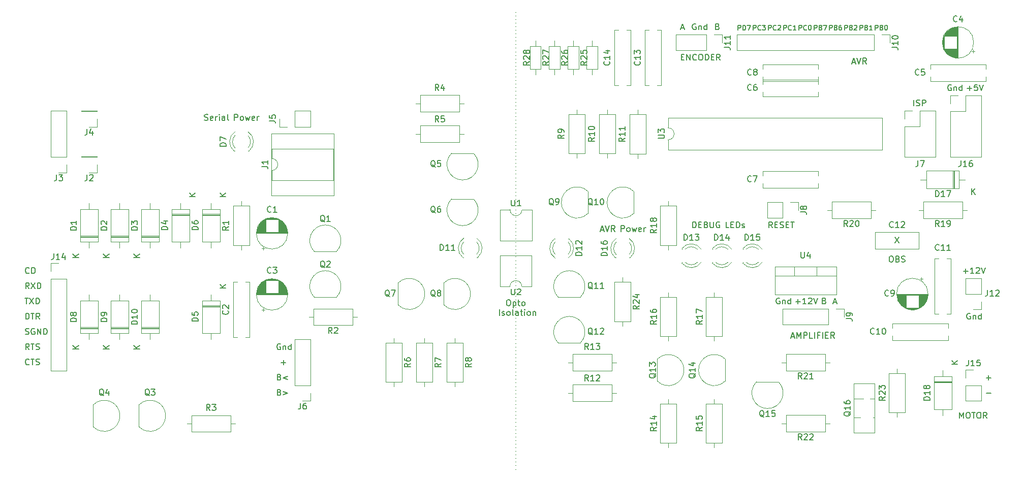
<source format=gbr>
%TF.GenerationSoftware,KiCad,Pcbnew,(7.0.0)*%
%TF.CreationDate,2023-05-24T11:09:11+02:00*%
%TF.ProjectId,Precision-Lapping-Machine,50726563-6973-4696-9f6e-2d4c61707069,rev?*%
%TF.SameCoordinates,Original*%
%TF.FileFunction,Legend,Top*%
%TF.FilePolarity,Positive*%
%FSLAX46Y46*%
G04 Gerber Fmt 4.6, Leading zero omitted, Abs format (unit mm)*
G04 Created by KiCad (PCBNEW (7.0.0)) date 2023-05-24 11:09:11*
%MOMM*%
%LPD*%
G01*
G04 APERTURE LIST*
%ADD10C,0.150000*%
%ADD11C,0.120000*%
G04 APERTURE END LIST*
D10*
X132080000Y-127000000D02*
X132080000Y-127000000D01*
X132080000Y-126400000D02*
X132080000Y-126400000D01*
X132080000Y-125800000D02*
X132080000Y-125800000D01*
X132080000Y-125200000D02*
X132080000Y-125200000D01*
X132080000Y-124600000D02*
X132080000Y-124600000D01*
X132080000Y-124000000D02*
X132080000Y-124000000D01*
X132080000Y-123400000D02*
X132080000Y-123400000D01*
X132080000Y-122800000D02*
X132080000Y-122800000D01*
X132080000Y-122200000D02*
X132080000Y-122200000D01*
X132080000Y-121600000D02*
X132080000Y-121600000D01*
X132080000Y-121000000D02*
X132080000Y-121000000D01*
X132080000Y-120400000D02*
X132080000Y-120400000D01*
X132080000Y-119800000D02*
X132080000Y-119800000D01*
X132080000Y-119200000D02*
X132080000Y-119200000D01*
X132080000Y-118600000D02*
X132080000Y-118600000D01*
X132080000Y-118000000D02*
X132080000Y-118000000D01*
X132080000Y-117400000D02*
X132080000Y-117400000D01*
X132080000Y-116800000D02*
X132080000Y-116800000D01*
X132080000Y-116200000D02*
X132080000Y-116200000D01*
X132080000Y-115600000D02*
X132080000Y-115600000D01*
X132080000Y-115000000D02*
X132080000Y-115000000D01*
X132080000Y-114400000D02*
X132080000Y-114400000D01*
X132080000Y-113800000D02*
X132080000Y-113800000D01*
X132080000Y-113200000D02*
X132080000Y-113200000D01*
X132080000Y-112600000D02*
X132080000Y-112600000D01*
X132080000Y-112000000D02*
X132080000Y-112000000D01*
X132080000Y-111400000D02*
X132080000Y-111400000D01*
X132080000Y-110800000D02*
X132080000Y-110800000D01*
X132080000Y-110200000D02*
X132080000Y-110200000D01*
X132080000Y-109600000D02*
X132080000Y-109600000D01*
X132080000Y-109000000D02*
X132080000Y-109000000D01*
X132080000Y-108400000D02*
X132080000Y-108400000D01*
X132080000Y-107800000D02*
X132080000Y-107800000D01*
X132080000Y-107200000D02*
X132080000Y-107200000D01*
X132080000Y-106600000D02*
X132080000Y-106600000D01*
X132080000Y-106000000D02*
X132080000Y-106000000D01*
X132080000Y-105400000D02*
X132080000Y-105400000D01*
X132080000Y-104800000D02*
X132080000Y-104800000D01*
X132080000Y-104200000D02*
X132080000Y-104200000D01*
X132080000Y-103600000D02*
X132080000Y-103600000D01*
X132080000Y-103000000D02*
X132080000Y-103000000D01*
X132080000Y-102400000D02*
X132080000Y-102400000D01*
X132080000Y-101800000D02*
X132080000Y-101800000D01*
X132080000Y-101200000D02*
X132080000Y-101200000D01*
X132080000Y-100600000D02*
X132080000Y-100600000D01*
X132080000Y-100000000D02*
X132080000Y-100000000D01*
X132080000Y-99400000D02*
X132080000Y-99400000D01*
X132080000Y-98800000D02*
X132080000Y-98800000D01*
X132080000Y-98200000D02*
X132080000Y-98200000D01*
X132080000Y-97600000D02*
X132080000Y-97600000D01*
X132080000Y-97000000D02*
X132080000Y-97000000D01*
X132080000Y-96400000D02*
X132080000Y-96400000D01*
X132080000Y-95800000D02*
X132080000Y-95800000D01*
X132080000Y-95200000D02*
X132080000Y-95200000D01*
X132080000Y-94600000D02*
X132080000Y-94600000D01*
X132080000Y-94000000D02*
X132080000Y-94000000D01*
X132080000Y-93400000D02*
X132080000Y-93400000D01*
X132080000Y-92800000D02*
X132080000Y-92800000D01*
X132080000Y-92200000D02*
X132080000Y-92200000D01*
X132080000Y-91600000D02*
X132080000Y-91600000D01*
X132080000Y-91000000D02*
X132080000Y-91000000D01*
X132080000Y-90400000D02*
X132080000Y-90400000D01*
X132080000Y-89800000D02*
X132080000Y-89800000D01*
X132080000Y-89200000D02*
X132080000Y-89200000D01*
X132080000Y-88600000D02*
X132080000Y-88600000D01*
X132080000Y-88000000D02*
X132080000Y-88000000D01*
X132080000Y-87400000D02*
X132080000Y-87400000D01*
X132080000Y-86800000D02*
X132080000Y-86800000D01*
X132080000Y-86200000D02*
X132080000Y-86200000D01*
X132080000Y-85600000D02*
X132080000Y-85600000D01*
X132080000Y-85000000D02*
X132080000Y-85000000D01*
X132080000Y-84400000D02*
X132080000Y-84400000D01*
X132080000Y-83800000D02*
X132080000Y-83800000D01*
X132080000Y-83200000D02*
X132080000Y-83200000D01*
X132080000Y-82600000D02*
X132080000Y-82600000D01*
X132080000Y-82000000D02*
X132080000Y-82000000D01*
X132080000Y-81400000D02*
X132080000Y-81400000D01*
X132080000Y-80800000D02*
X132080000Y-80800000D01*
X132080000Y-80200000D02*
X132080000Y-80200000D01*
X132080000Y-79600000D02*
X132080000Y-79600000D01*
X132080000Y-79000000D02*
X132080000Y-79000000D01*
X132080000Y-78400000D02*
X132080000Y-78400000D01*
X132080000Y-77800000D02*
X132080000Y-77800000D01*
X132080000Y-77200000D02*
X132080000Y-77200000D01*
X132080000Y-76600000D02*
X132080000Y-76600000D01*
X132080000Y-76000000D02*
X132080000Y-76000000D01*
X132080000Y-75400000D02*
X132080000Y-75400000D01*
X132080000Y-74800000D02*
X132080000Y-74800000D01*
X132080000Y-74200000D02*
X132080000Y-74200000D01*
X132080000Y-73600000D02*
X132080000Y-73600000D01*
X132080000Y-73000000D02*
X132080000Y-73000000D01*
X132080000Y-72400000D02*
X132080000Y-72400000D01*
X132080000Y-71800000D02*
X132080000Y-71800000D01*
X132080000Y-71200000D02*
X132080000Y-71200000D01*
X132080000Y-70600000D02*
X132080000Y-70600000D01*
X132080000Y-70000000D02*
X132080000Y-70000000D01*
X132080000Y-69400000D02*
X132080000Y-69400000D01*
X132080000Y-68800000D02*
X132080000Y-68800000D01*
X132080000Y-68200000D02*
X132080000Y-68200000D01*
X132080000Y-67600000D02*
X132080000Y-67600000D01*
X132080000Y-67000000D02*
X132080000Y-67000000D01*
X132080000Y-66400000D02*
X132080000Y-66400000D01*
X132080000Y-65800000D02*
X132080000Y-65800000D01*
X132080000Y-65200000D02*
X132080000Y-65200000D01*
X132080000Y-64600000D02*
X132080000Y-64600000D01*
X132080000Y-64000000D02*
X132080000Y-64000000D01*
X132080000Y-63400000D02*
X132080000Y-63400000D01*
X132080000Y-62800000D02*
X132080000Y-62800000D01*
X132080000Y-62200000D02*
X132080000Y-62200000D01*
X132080000Y-61600000D02*
X132080000Y-61600000D01*
X132080000Y-61000000D02*
X132080000Y-61000000D01*
X132080000Y-60400000D02*
X132080000Y-60400000D01*
X132080000Y-59800000D02*
X132080000Y-59800000D01*
X132080000Y-59200000D02*
X132080000Y-59200000D01*
X132080000Y-58600000D02*
X132080000Y-58600000D01*
X132080000Y-58000000D02*
X132080000Y-58000000D01*
X132080000Y-57400000D02*
X132080000Y-57400000D01*
X132080000Y-56800000D02*
X132080000Y-56800000D01*
X132080000Y-56200000D02*
X132080000Y-56200000D01*
X132080000Y-55600000D02*
X132080000Y-55600000D01*
X132080000Y-55000000D02*
X132080000Y-55000000D01*
X132080000Y-54400000D02*
X132080000Y-54400000D01*
X132080000Y-53800000D02*
X132080000Y-53800000D01*
X132080000Y-53200000D02*
X132080000Y-53200000D01*
X132080000Y-52600000D02*
X132080000Y-52600000D01*
X132080000Y-52000000D02*
X132080000Y-52000000D01*
X132080000Y-51400000D02*
X132080000Y-51400000D01*
X132080000Y-50800000D02*
X132080000Y-50800000D01*
X50974523Y-96937380D02*
X50641190Y-96461190D01*
X50403095Y-96937380D02*
X50403095Y-95937380D01*
X50403095Y-95937380D02*
X50784047Y-95937380D01*
X50784047Y-95937380D02*
X50879285Y-95985000D01*
X50879285Y-95985000D02*
X50926904Y-96032619D01*
X50926904Y-96032619D02*
X50974523Y-96127857D01*
X50974523Y-96127857D02*
X50974523Y-96270714D01*
X50974523Y-96270714D02*
X50926904Y-96365952D01*
X50926904Y-96365952D02*
X50879285Y-96413571D01*
X50879285Y-96413571D02*
X50784047Y-96461190D01*
X50784047Y-96461190D02*
X50403095Y-96461190D01*
X51307857Y-95937380D02*
X51974523Y-96937380D01*
X51974523Y-95937380D02*
X51307857Y-96937380D01*
X52355476Y-96937380D02*
X52355476Y-95937380D01*
X52355476Y-95937380D02*
X52593571Y-95937380D01*
X52593571Y-95937380D02*
X52736428Y-95985000D01*
X52736428Y-95985000D02*
X52831666Y-96080238D01*
X52831666Y-96080238D02*
X52879285Y-96175476D01*
X52879285Y-96175476D02*
X52926904Y-96365952D01*
X52926904Y-96365952D02*
X52926904Y-96508809D01*
X52926904Y-96508809D02*
X52879285Y-96699285D01*
X52879285Y-96699285D02*
X52831666Y-96794523D01*
X52831666Y-96794523D02*
X52736428Y-96889761D01*
X52736428Y-96889761D02*
X52593571Y-96937380D01*
X52593571Y-96937380D02*
X52355476Y-96937380D01*
X174799523Y-86777380D02*
X174466190Y-86301190D01*
X174228095Y-86777380D02*
X174228095Y-85777380D01*
X174228095Y-85777380D02*
X174609047Y-85777380D01*
X174609047Y-85777380D02*
X174704285Y-85825000D01*
X174704285Y-85825000D02*
X174751904Y-85872619D01*
X174751904Y-85872619D02*
X174799523Y-85967857D01*
X174799523Y-85967857D02*
X174799523Y-86110714D01*
X174799523Y-86110714D02*
X174751904Y-86205952D01*
X174751904Y-86205952D02*
X174704285Y-86253571D01*
X174704285Y-86253571D02*
X174609047Y-86301190D01*
X174609047Y-86301190D02*
X174228095Y-86301190D01*
X175228095Y-86253571D02*
X175561428Y-86253571D01*
X175704285Y-86777380D02*
X175228095Y-86777380D01*
X175228095Y-86777380D02*
X175228095Y-85777380D01*
X175228095Y-85777380D02*
X175704285Y-85777380D01*
X176085238Y-86729761D02*
X176228095Y-86777380D01*
X176228095Y-86777380D02*
X176466190Y-86777380D01*
X176466190Y-86777380D02*
X176561428Y-86729761D01*
X176561428Y-86729761D02*
X176609047Y-86682142D01*
X176609047Y-86682142D02*
X176656666Y-86586904D01*
X176656666Y-86586904D02*
X176656666Y-86491666D01*
X176656666Y-86491666D02*
X176609047Y-86396428D01*
X176609047Y-86396428D02*
X176561428Y-86348809D01*
X176561428Y-86348809D02*
X176466190Y-86301190D01*
X176466190Y-86301190D02*
X176275714Y-86253571D01*
X176275714Y-86253571D02*
X176180476Y-86205952D01*
X176180476Y-86205952D02*
X176132857Y-86158333D01*
X176132857Y-86158333D02*
X176085238Y-86063095D01*
X176085238Y-86063095D02*
X176085238Y-85967857D01*
X176085238Y-85967857D02*
X176132857Y-85872619D01*
X176132857Y-85872619D02*
X176180476Y-85825000D01*
X176180476Y-85825000D02*
X176275714Y-85777380D01*
X176275714Y-85777380D02*
X176513809Y-85777380D01*
X176513809Y-85777380D02*
X176656666Y-85825000D01*
X177085238Y-86253571D02*
X177418571Y-86253571D01*
X177561428Y-86777380D02*
X177085238Y-86777380D01*
X177085238Y-86777380D02*
X177085238Y-85777380D01*
X177085238Y-85777380D02*
X177561428Y-85777380D01*
X177847143Y-85777380D02*
X178418571Y-85777380D01*
X178132857Y-86777380D02*
X178132857Y-85777380D01*
X195246667Y-88317380D02*
X195913333Y-89317380D01*
X195913333Y-88317380D02*
X195246667Y-89317380D01*
X50974523Y-109542142D02*
X50926904Y-109589761D01*
X50926904Y-109589761D02*
X50784047Y-109637380D01*
X50784047Y-109637380D02*
X50688809Y-109637380D01*
X50688809Y-109637380D02*
X50545952Y-109589761D01*
X50545952Y-109589761D02*
X50450714Y-109494523D01*
X50450714Y-109494523D02*
X50403095Y-109399285D01*
X50403095Y-109399285D02*
X50355476Y-109208809D01*
X50355476Y-109208809D02*
X50355476Y-109065952D01*
X50355476Y-109065952D02*
X50403095Y-108875476D01*
X50403095Y-108875476D02*
X50450714Y-108780238D01*
X50450714Y-108780238D02*
X50545952Y-108685000D01*
X50545952Y-108685000D02*
X50688809Y-108637380D01*
X50688809Y-108637380D02*
X50784047Y-108637380D01*
X50784047Y-108637380D02*
X50926904Y-108685000D01*
X50926904Y-108685000D02*
X50974523Y-108732619D01*
X51260238Y-108637380D02*
X51831666Y-108637380D01*
X51545952Y-109637380D02*
X51545952Y-108637380D01*
X52117381Y-109589761D02*
X52260238Y-109637380D01*
X52260238Y-109637380D02*
X52498333Y-109637380D01*
X52498333Y-109637380D02*
X52593571Y-109589761D01*
X52593571Y-109589761D02*
X52641190Y-109542142D01*
X52641190Y-109542142D02*
X52688809Y-109446904D01*
X52688809Y-109446904D02*
X52688809Y-109351666D01*
X52688809Y-109351666D02*
X52641190Y-109256428D01*
X52641190Y-109256428D02*
X52593571Y-109208809D01*
X52593571Y-109208809D02*
X52498333Y-109161190D01*
X52498333Y-109161190D02*
X52307857Y-109113571D01*
X52307857Y-109113571D02*
X52212619Y-109065952D01*
X52212619Y-109065952D02*
X52165000Y-109018333D01*
X52165000Y-109018333D02*
X52117381Y-108923095D01*
X52117381Y-108923095D02*
X52117381Y-108827857D01*
X52117381Y-108827857D02*
X52165000Y-108732619D01*
X52165000Y-108732619D02*
X52212619Y-108685000D01*
X52212619Y-108685000D02*
X52307857Y-108637380D01*
X52307857Y-108637380D02*
X52545952Y-108637380D01*
X52545952Y-108637380D02*
X52688809Y-108685000D01*
X171640476Y-53800904D02*
X171640476Y-53000904D01*
X171640476Y-53000904D02*
X171945238Y-53000904D01*
X171945238Y-53000904D02*
X172021428Y-53039000D01*
X172021428Y-53039000D02*
X172059523Y-53077095D01*
X172059523Y-53077095D02*
X172097619Y-53153285D01*
X172097619Y-53153285D02*
X172097619Y-53267571D01*
X172097619Y-53267571D02*
X172059523Y-53343761D01*
X172059523Y-53343761D02*
X172021428Y-53381857D01*
X172021428Y-53381857D02*
X171945238Y-53419952D01*
X171945238Y-53419952D02*
X171640476Y-53419952D01*
X172897619Y-53724714D02*
X172859523Y-53762809D01*
X172859523Y-53762809D02*
X172745238Y-53800904D01*
X172745238Y-53800904D02*
X172669047Y-53800904D01*
X172669047Y-53800904D02*
X172554761Y-53762809D01*
X172554761Y-53762809D02*
X172478571Y-53686619D01*
X172478571Y-53686619D02*
X172440476Y-53610428D01*
X172440476Y-53610428D02*
X172402380Y-53458047D01*
X172402380Y-53458047D02*
X172402380Y-53343761D01*
X172402380Y-53343761D02*
X172440476Y-53191380D01*
X172440476Y-53191380D02*
X172478571Y-53115190D01*
X172478571Y-53115190D02*
X172554761Y-53039000D01*
X172554761Y-53039000D02*
X172669047Y-53000904D01*
X172669047Y-53000904D02*
X172745238Y-53000904D01*
X172745238Y-53000904D02*
X172859523Y-53039000D01*
X172859523Y-53039000D02*
X172897619Y-53077095D01*
X173164285Y-53000904D02*
X173659523Y-53000904D01*
X173659523Y-53000904D02*
X173392857Y-53305666D01*
X173392857Y-53305666D02*
X173507142Y-53305666D01*
X173507142Y-53305666D02*
X173583333Y-53343761D01*
X173583333Y-53343761D02*
X173621428Y-53381857D01*
X173621428Y-53381857D02*
X173659523Y-53458047D01*
X173659523Y-53458047D02*
X173659523Y-53648523D01*
X173659523Y-53648523D02*
X173621428Y-53724714D01*
X173621428Y-53724714D02*
X173583333Y-53762809D01*
X173583333Y-53762809D02*
X173507142Y-53800904D01*
X173507142Y-53800904D02*
X173278571Y-53800904D01*
X173278571Y-53800904D02*
X173202380Y-53762809D01*
X173202380Y-53762809D02*
X173164285Y-53724714D01*
X194508571Y-91492380D02*
X194699047Y-91492380D01*
X194699047Y-91492380D02*
X194794285Y-91540000D01*
X194794285Y-91540000D02*
X194889523Y-91635238D01*
X194889523Y-91635238D02*
X194937142Y-91825714D01*
X194937142Y-91825714D02*
X194937142Y-92159047D01*
X194937142Y-92159047D02*
X194889523Y-92349523D01*
X194889523Y-92349523D02*
X194794285Y-92444761D01*
X194794285Y-92444761D02*
X194699047Y-92492380D01*
X194699047Y-92492380D02*
X194508571Y-92492380D01*
X194508571Y-92492380D02*
X194413333Y-92444761D01*
X194413333Y-92444761D02*
X194318095Y-92349523D01*
X194318095Y-92349523D02*
X194270476Y-92159047D01*
X194270476Y-92159047D02*
X194270476Y-91825714D01*
X194270476Y-91825714D02*
X194318095Y-91635238D01*
X194318095Y-91635238D02*
X194413333Y-91540000D01*
X194413333Y-91540000D02*
X194508571Y-91492380D01*
X195699047Y-91968571D02*
X195841904Y-92016190D01*
X195841904Y-92016190D02*
X195889523Y-92063809D01*
X195889523Y-92063809D02*
X195937142Y-92159047D01*
X195937142Y-92159047D02*
X195937142Y-92301904D01*
X195937142Y-92301904D02*
X195889523Y-92397142D01*
X195889523Y-92397142D02*
X195841904Y-92444761D01*
X195841904Y-92444761D02*
X195746666Y-92492380D01*
X195746666Y-92492380D02*
X195365714Y-92492380D01*
X195365714Y-92492380D02*
X195365714Y-91492380D01*
X195365714Y-91492380D02*
X195699047Y-91492380D01*
X195699047Y-91492380D02*
X195794285Y-91540000D01*
X195794285Y-91540000D02*
X195841904Y-91587619D01*
X195841904Y-91587619D02*
X195889523Y-91682857D01*
X195889523Y-91682857D02*
X195889523Y-91778095D01*
X195889523Y-91778095D02*
X195841904Y-91873333D01*
X195841904Y-91873333D02*
X195794285Y-91920952D01*
X195794285Y-91920952D02*
X195699047Y-91968571D01*
X195699047Y-91968571D02*
X195365714Y-91968571D01*
X196318095Y-92444761D02*
X196460952Y-92492380D01*
X196460952Y-92492380D02*
X196699047Y-92492380D01*
X196699047Y-92492380D02*
X196794285Y-92444761D01*
X196794285Y-92444761D02*
X196841904Y-92397142D01*
X196841904Y-92397142D02*
X196889523Y-92301904D01*
X196889523Y-92301904D02*
X196889523Y-92206666D01*
X196889523Y-92206666D02*
X196841904Y-92111428D01*
X196841904Y-92111428D02*
X196794285Y-92063809D01*
X196794285Y-92063809D02*
X196699047Y-92016190D01*
X196699047Y-92016190D02*
X196508571Y-91968571D01*
X196508571Y-91968571D02*
X196413333Y-91920952D01*
X196413333Y-91920952D02*
X196365714Y-91873333D01*
X196365714Y-91873333D02*
X196318095Y-91778095D01*
X196318095Y-91778095D02*
X196318095Y-91682857D01*
X196318095Y-91682857D02*
X196365714Y-91587619D01*
X196365714Y-91587619D02*
X196413333Y-91540000D01*
X196413333Y-91540000D02*
X196508571Y-91492380D01*
X196508571Y-91492380D02*
X196746666Y-91492380D01*
X196746666Y-91492380D02*
X196889523Y-91540000D01*
X50355476Y-104509761D02*
X50498333Y-104557380D01*
X50498333Y-104557380D02*
X50736428Y-104557380D01*
X50736428Y-104557380D02*
X50831666Y-104509761D01*
X50831666Y-104509761D02*
X50879285Y-104462142D01*
X50879285Y-104462142D02*
X50926904Y-104366904D01*
X50926904Y-104366904D02*
X50926904Y-104271666D01*
X50926904Y-104271666D02*
X50879285Y-104176428D01*
X50879285Y-104176428D02*
X50831666Y-104128809D01*
X50831666Y-104128809D02*
X50736428Y-104081190D01*
X50736428Y-104081190D02*
X50545952Y-104033571D01*
X50545952Y-104033571D02*
X50450714Y-103985952D01*
X50450714Y-103985952D02*
X50403095Y-103938333D01*
X50403095Y-103938333D02*
X50355476Y-103843095D01*
X50355476Y-103843095D02*
X50355476Y-103747857D01*
X50355476Y-103747857D02*
X50403095Y-103652619D01*
X50403095Y-103652619D02*
X50450714Y-103605000D01*
X50450714Y-103605000D02*
X50545952Y-103557380D01*
X50545952Y-103557380D02*
X50784047Y-103557380D01*
X50784047Y-103557380D02*
X50926904Y-103605000D01*
X51879285Y-103605000D02*
X51784047Y-103557380D01*
X51784047Y-103557380D02*
X51641190Y-103557380D01*
X51641190Y-103557380D02*
X51498333Y-103605000D01*
X51498333Y-103605000D02*
X51403095Y-103700238D01*
X51403095Y-103700238D02*
X51355476Y-103795476D01*
X51355476Y-103795476D02*
X51307857Y-103985952D01*
X51307857Y-103985952D02*
X51307857Y-104128809D01*
X51307857Y-104128809D02*
X51355476Y-104319285D01*
X51355476Y-104319285D02*
X51403095Y-104414523D01*
X51403095Y-104414523D02*
X51498333Y-104509761D01*
X51498333Y-104509761D02*
X51641190Y-104557380D01*
X51641190Y-104557380D02*
X51736428Y-104557380D01*
X51736428Y-104557380D02*
X51879285Y-104509761D01*
X51879285Y-104509761D02*
X51926904Y-104462142D01*
X51926904Y-104462142D02*
X51926904Y-104128809D01*
X51926904Y-104128809D02*
X51736428Y-104128809D01*
X52355476Y-104557380D02*
X52355476Y-103557380D01*
X52355476Y-103557380D02*
X52926904Y-104557380D01*
X52926904Y-104557380D02*
X52926904Y-103557380D01*
X53403095Y-104557380D02*
X53403095Y-103557380D01*
X53403095Y-103557380D02*
X53641190Y-103557380D01*
X53641190Y-103557380D02*
X53784047Y-103605000D01*
X53784047Y-103605000D02*
X53879285Y-103700238D01*
X53879285Y-103700238D02*
X53926904Y-103795476D01*
X53926904Y-103795476D02*
X53974523Y-103985952D01*
X53974523Y-103985952D02*
X53974523Y-104128809D01*
X53974523Y-104128809D02*
X53926904Y-104319285D01*
X53926904Y-104319285D02*
X53879285Y-104414523D01*
X53879285Y-104414523D02*
X53784047Y-104509761D01*
X53784047Y-104509761D02*
X53641190Y-104557380D01*
X53641190Y-104557380D02*
X53403095Y-104557380D01*
X210423095Y-111796428D02*
X211185000Y-111796428D01*
X210804047Y-112177380D02*
X210804047Y-111415476D01*
X92646428Y-111653571D02*
X92789285Y-111701190D01*
X92789285Y-111701190D02*
X92836904Y-111748809D01*
X92836904Y-111748809D02*
X92884523Y-111844047D01*
X92884523Y-111844047D02*
X92884523Y-111986904D01*
X92884523Y-111986904D02*
X92836904Y-112082142D01*
X92836904Y-112082142D02*
X92789285Y-112129761D01*
X92789285Y-112129761D02*
X92694047Y-112177380D01*
X92694047Y-112177380D02*
X92313095Y-112177380D01*
X92313095Y-112177380D02*
X92313095Y-111177380D01*
X92313095Y-111177380D02*
X92646428Y-111177380D01*
X92646428Y-111177380D02*
X92741666Y-111225000D01*
X92741666Y-111225000D02*
X92789285Y-111272619D01*
X92789285Y-111272619D02*
X92836904Y-111367857D01*
X92836904Y-111367857D02*
X92836904Y-111463095D01*
X92836904Y-111463095D02*
X92789285Y-111558333D01*
X92789285Y-111558333D02*
X92741666Y-111605952D01*
X92741666Y-111605952D02*
X92646428Y-111653571D01*
X92646428Y-111653571D02*
X92313095Y-111653571D01*
X94075000Y-111510714D02*
X93313095Y-111796428D01*
X93313095Y-111796428D02*
X94075000Y-112082142D01*
X179260476Y-53800904D02*
X179260476Y-53000904D01*
X179260476Y-53000904D02*
X179565238Y-53000904D01*
X179565238Y-53000904D02*
X179641428Y-53039000D01*
X179641428Y-53039000D02*
X179679523Y-53077095D01*
X179679523Y-53077095D02*
X179717619Y-53153285D01*
X179717619Y-53153285D02*
X179717619Y-53267571D01*
X179717619Y-53267571D02*
X179679523Y-53343761D01*
X179679523Y-53343761D02*
X179641428Y-53381857D01*
X179641428Y-53381857D02*
X179565238Y-53419952D01*
X179565238Y-53419952D02*
X179260476Y-53419952D01*
X180517619Y-53724714D02*
X180479523Y-53762809D01*
X180479523Y-53762809D02*
X180365238Y-53800904D01*
X180365238Y-53800904D02*
X180289047Y-53800904D01*
X180289047Y-53800904D02*
X180174761Y-53762809D01*
X180174761Y-53762809D02*
X180098571Y-53686619D01*
X180098571Y-53686619D02*
X180060476Y-53610428D01*
X180060476Y-53610428D02*
X180022380Y-53458047D01*
X180022380Y-53458047D02*
X180022380Y-53343761D01*
X180022380Y-53343761D02*
X180060476Y-53191380D01*
X180060476Y-53191380D02*
X180098571Y-53115190D01*
X180098571Y-53115190D02*
X180174761Y-53039000D01*
X180174761Y-53039000D02*
X180289047Y-53000904D01*
X180289047Y-53000904D02*
X180365238Y-53000904D01*
X180365238Y-53000904D02*
X180479523Y-53039000D01*
X180479523Y-53039000D02*
X180517619Y-53077095D01*
X181012857Y-53000904D02*
X181089047Y-53000904D01*
X181089047Y-53000904D02*
X181165238Y-53039000D01*
X181165238Y-53039000D02*
X181203333Y-53077095D01*
X181203333Y-53077095D02*
X181241428Y-53153285D01*
X181241428Y-53153285D02*
X181279523Y-53305666D01*
X181279523Y-53305666D02*
X181279523Y-53496142D01*
X181279523Y-53496142D02*
X181241428Y-53648523D01*
X181241428Y-53648523D02*
X181203333Y-53724714D01*
X181203333Y-53724714D02*
X181165238Y-53762809D01*
X181165238Y-53762809D02*
X181089047Y-53800904D01*
X181089047Y-53800904D02*
X181012857Y-53800904D01*
X181012857Y-53800904D02*
X180936666Y-53762809D01*
X180936666Y-53762809D02*
X180898571Y-53724714D01*
X180898571Y-53724714D02*
X180860476Y-53648523D01*
X180860476Y-53648523D02*
X180822380Y-53496142D01*
X180822380Y-53496142D02*
X180822380Y-53305666D01*
X180822380Y-53305666D02*
X180860476Y-53153285D01*
X180860476Y-53153285D02*
X180898571Y-53077095D01*
X180898571Y-53077095D02*
X180936666Y-53039000D01*
X180936666Y-53039000D02*
X181012857Y-53000904D01*
X174180476Y-53800904D02*
X174180476Y-53000904D01*
X174180476Y-53000904D02*
X174485238Y-53000904D01*
X174485238Y-53000904D02*
X174561428Y-53039000D01*
X174561428Y-53039000D02*
X174599523Y-53077095D01*
X174599523Y-53077095D02*
X174637619Y-53153285D01*
X174637619Y-53153285D02*
X174637619Y-53267571D01*
X174637619Y-53267571D02*
X174599523Y-53343761D01*
X174599523Y-53343761D02*
X174561428Y-53381857D01*
X174561428Y-53381857D02*
X174485238Y-53419952D01*
X174485238Y-53419952D02*
X174180476Y-53419952D01*
X175437619Y-53724714D02*
X175399523Y-53762809D01*
X175399523Y-53762809D02*
X175285238Y-53800904D01*
X175285238Y-53800904D02*
X175209047Y-53800904D01*
X175209047Y-53800904D02*
X175094761Y-53762809D01*
X175094761Y-53762809D02*
X175018571Y-53686619D01*
X175018571Y-53686619D02*
X174980476Y-53610428D01*
X174980476Y-53610428D02*
X174942380Y-53458047D01*
X174942380Y-53458047D02*
X174942380Y-53343761D01*
X174942380Y-53343761D02*
X174980476Y-53191380D01*
X174980476Y-53191380D02*
X175018571Y-53115190D01*
X175018571Y-53115190D02*
X175094761Y-53039000D01*
X175094761Y-53039000D02*
X175209047Y-53000904D01*
X175209047Y-53000904D02*
X175285238Y-53000904D01*
X175285238Y-53000904D02*
X175399523Y-53039000D01*
X175399523Y-53039000D02*
X175437619Y-53077095D01*
X175742380Y-53077095D02*
X175780476Y-53039000D01*
X175780476Y-53039000D02*
X175856666Y-53000904D01*
X175856666Y-53000904D02*
X176047142Y-53000904D01*
X176047142Y-53000904D02*
X176123333Y-53039000D01*
X176123333Y-53039000D02*
X176161428Y-53077095D01*
X176161428Y-53077095D02*
X176199523Y-53153285D01*
X176199523Y-53153285D02*
X176199523Y-53229476D01*
X176199523Y-53229476D02*
X176161428Y-53343761D01*
X176161428Y-53343761D02*
X175704285Y-53800904D01*
X175704285Y-53800904D02*
X176199523Y-53800904D01*
X162051904Y-52805000D02*
X161956666Y-52757380D01*
X161956666Y-52757380D02*
X161813809Y-52757380D01*
X161813809Y-52757380D02*
X161670952Y-52805000D01*
X161670952Y-52805000D02*
X161575714Y-52900238D01*
X161575714Y-52900238D02*
X161528095Y-52995476D01*
X161528095Y-52995476D02*
X161480476Y-53185952D01*
X161480476Y-53185952D02*
X161480476Y-53328809D01*
X161480476Y-53328809D02*
X161528095Y-53519285D01*
X161528095Y-53519285D02*
X161575714Y-53614523D01*
X161575714Y-53614523D02*
X161670952Y-53709761D01*
X161670952Y-53709761D02*
X161813809Y-53757380D01*
X161813809Y-53757380D02*
X161909047Y-53757380D01*
X161909047Y-53757380D02*
X162051904Y-53709761D01*
X162051904Y-53709761D02*
X162099523Y-53662142D01*
X162099523Y-53662142D02*
X162099523Y-53328809D01*
X162099523Y-53328809D02*
X161909047Y-53328809D01*
X162528095Y-53090714D02*
X162528095Y-53757380D01*
X162528095Y-53185952D02*
X162575714Y-53138333D01*
X162575714Y-53138333D02*
X162670952Y-53090714D01*
X162670952Y-53090714D02*
X162813809Y-53090714D01*
X162813809Y-53090714D02*
X162909047Y-53138333D01*
X162909047Y-53138333D02*
X162956666Y-53233571D01*
X162956666Y-53233571D02*
X162956666Y-53757380D01*
X163861428Y-53757380D02*
X163861428Y-52757380D01*
X163861428Y-53709761D02*
X163766190Y-53757380D01*
X163766190Y-53757380D02*
X163575714Y-53757380D01*
X163575714Y-53757380D02*
X163480476Y-53709761D01*
X163480476Y-53709761D02*
X163432857Y-53662142D01*
X163432857Y-53662142D02*
X163385238Y-53566904D01*
X163385238Y-53566904D02*
X163385238Y-53281190D01*
X163385238Y-53281190D02*
X163432857Y-53185952D01*
X163432857Y-53185952D02*
X163480476Y-53138333D01*
X163480476Y-53138333D02*
X163575714Y-53090714D01*
X163575714Y-53090714D02*
X163766190Y-53090714D01*
X163766190Y-53090714D02*
X163861428Y-53138333D01*
X198358095Y-66457380D02*
X198358095Y-65457380D01*
X198786666Y-66409761D02*
X198929523Y-66457380D01*
X198929523Y-66457380D02*
X199167618Y-66457380D01*
X199167618Y-66457380D02*
X199262856Y-66409761D01*
X199262856Y-66409761D02*
X199310475Y-66362142D01*
X199310475Y-66362142D02*
X199358094Y-66266904D01*
X199358094Y-66266904D02*
X199358094Y-66171666D01*
X199358094Y-66171666D02*
X199310475Y-66076428D01*
X199310475Y-66076428D02*
X199262856Y-66028809D01*
X199262856Y-66028809D02*
X199167618Y-65981190D01*
X199167618Y-65981190D02*
X198977142Y-65933571D01*
X198977142Y-65933571D02*
X198881904Y-65885952D01*
X198881904Y-65885952D02*
X198834285Y-65838333D01*
X198834285Y-65838333D02*
X198786666Y-65743095D01*
X198786666Y-65743095D02*
X198786666Y-65647857D01*
X198786666Y-65647857D02*
X198834285Y-65552619D01*
X198834285Y-65552619D02*
X198881904Y-65505000D01*
X198881904Y-65505000D02*
X198977142Y-65457380D01*
X198977142Y-65457380D02*
X199215237Y-65457380D01*
X199215237Y-65457380D02*
X199358094Y-65505000D01*
X199786666Y-66457380D02*
X199786666Y-65457380D01*
X199786666Y-65457380D02*
X200167618Y-65457380D01*
X200167618Y-65457380D02*
X200262856Y-65505000D01*
X200262856Y-65505000D02*
X200310475Y-65552619D01*
X200310475Y-65552619D02*
X200358094Y-65647857D01*
X200358094Y-65647857D02*
X200358094Y-65790714D01*
X200358094Y-65790714D02*
X200310475Y-65885952D01*
X200310475Y-65885952D02*
X200262856Y-65933571D01*
X200262856Y-65933571D02*
X200167618Y-65981190D01*
X200167618Y-65981190D02*
X199786666Y-65981190D01*
X184975476Y-99191666D02*
X185451666Y-99191666D01*
X184880238Y-99477380D02*
X185213571Y-98477380D01*
X185213571Y-98477380D02*
X185546904Y-99477380D01*
X169100476Y-53800904D02*
X169100476Y-53000904D01*
X169100476Y-53000904D02*
X169405238Y-53000904D01*
X169405238Y-53000904D02*
X169481428Y-53039000D01*
X169481428Y-53039000D02*
X169519523Y-53077095D01*
X169519523Y-53077095D02*
X169557619Y-53153285D01*
X169557619Y-53153285D02*
X169557619Y-53267571D01*
X169557619Y-53267571D02*
X169519523Y-53343761D01*
X169519523Y-53343761D02*
X169481428Y-53381857D01*
X169481428Y-53381857D02*
X169405238Y-53419952D01*
X169405238Y-53419952D02*
X169100476Y-53419952D01*
X169900476Y-53800904D02*
X169900476Y-53000904D01*
X169900476Y-53000904D02*
X170090952Y-53000904D01*
X170090952Y-53000904D02*
X170205238Y-53039000D01*
X170205238Y-53039000D02*
X170281428Y-53115190D01*
X170281428Y-53115190D02*
X170319523Y-53191380D01*
X170319523Y-53191380D02*
X170357619Y-53343761D01*
X170357619Y-53343761D02*
X170357619Y-53458047D01*
X170357619Y-53458047D02*
X170319523Y-53610428D01*
X170319523Y-53610428D02*
X170281428Y-53686619D01*
X170281428Y-53686619D02*
X170205238Y-53762809D01*
X170205238Y-53762809D02*
X170090952Y-53800904D01*
X170090952Y-53800904D02*
X169900476Y-53800904D01*
X170624285Y-53000904D02*
X171157619Y-53000904D01*
X171157619Y-53000904D02*
X170814761Y-53800904D01*
X50403095Y-102017380D02*
X50403095Y-101017380D01*
X50403095Y-101017380D02*
X50641190Y-101017380D01*
X50641190Y-101017380D02*
X50784047Y-101065000D01*
X50784047Y-101065000D02*
X50879285Y-101160238D01*
X50879285Y-101160238D02*
X50926904Y-101255476D01*
X50926904Y-101255476D02*
X50974523Y-101445952D01*
X50974523Y-101445952D02*
X50974523Y-101588809D01*
X50974523Y-101588809D02*
X50926904Y-101779285D01*
X50926904Y-101779285D02*
X50879285Y-101874523D01*
X50879285Y-101874523D02*
X50784047Y-101969761D01*
X50784047Y-101969761D02*
X50641190Y-102017380D01*
X50641190Y-102017380D02*
X50403095Y-102017380D01*
X51260238Y-101017380D02*
X51831666Y-101017380D01*
X51545952Y-102017380D02*
X51545952Y-101017380D01*
X52736428Y-102017380D02*
X52403095Y-101541190D01*
X52165000Y-102017380D02*
X52165000Y-101017380D01*
X52165000Y-101017380D02*
X52545952Y-101017380D01*
X52545952Y-101017380D02*
X52641190Y-101065000D01*
X52641190Y-101065000D02*
X52688809Y-101112619D01*
X52688809Y-101112619D02*
X52736428Y-101207857D01*
X52736428Y-101207857D02*
X52736428Y-101350714D01*
X52736428Y-101350714D02*
X52688809Y-101445952D01*
X52688809Y-101445952D02*
X52641190Y-101493571D01*
X52641190Y-101493571D02*
X52545952Y-101541190D01*
X52545952Y-101541190D02*
X52165000Y-101541190D01*
X189420476Y-53800904D02*
X189420476Y-53000904D01*
X189420476Y-53000904D02*
X189725238Y-53000904D01*
X189725238Y-53000904D02*
X189801428Y-53039000D01*
X189801428Y-53039000D02*
X189839523Y-53077095D01*
X189839523Y-53077095D02*
X189877619Y-53153285D01*
X189877619Y-53153285D02*
X189877619Y-53267571D01*
X189877619Y-53267571D02*
X189839523Y-53343761D01*
X189839523Y-53343761D02*
X189801428Y-53381857D01*
X189801428Y-53381857D02*
X189725238Y-53419952D01*
X189725238Y-53419952D02*
X189420476Y-53419952D01*
X190487142Y-53381857D02*
X190601428Y-53419952D01*
X190601428Y-53419952D02*
X190639523Y-53458047D01*
X190639523Y-53458047D02*
X190677619Y-53534238D01*
X190677619Y-53534238D02*
X190677619Y-53648523D01*
X190677619Y-53648523D02*
X190639523Y-53724714D01*
X190639523Y-53724714D02*
X190601428Y-53762809D01*
X190601428Y-53762809D02*
X190525238Y-53800904D01*
X190525238Y-53800904D02*
X190220476Y-53800904D01*
X190220476Y-53800904D02*
X190220476Y-53000904D01*
X190220476Y-53000904D02*
X190487142Y-53000904D01*
X190487142Y-53000904D02*
X190563333Y-53039000D01*
X190563333Y-53039000D02*
X190601428Y-53077095D01*
X190601428Y-53077095D02*
X190639523Y-53153285D01*
X190639523Y-53153285D02*
X190639523Y-53229476D01*
X190639523Y-53229476D02*
X190601428Y-53305666D01*
X190601428Y-53305666D02*
X190563333Y-53343761D01*
X190563333Y-53343761D02*
X190487142Y-53381857D01*
X190487142Y-53381857D02*
X190220476Y-53381857D01*
X191439523Y-53800904D02*
X190982380Y-53800904D01*
X191210952Y-53800904D02*
X191210952Y-53000904D01*
X191210952Y-53000904D02*
X191134761Y-53115190D01*
X191134761Y-53115190D02*
X191058571Y-53191380D01*
X191058571Y-53191380D02*
X190982380Y-53229476D01*
X178673095Y-99096428D02*
X179435000Y-99096428D01*
X179054047Y-99477380D02*
X179054047Y-98715476D01*
X180434999Y-99477380D02*
X179863571Y-99477380D01*
X180149285Y-99477380D02*
X180149285Y-98477380D01*
X180149285Y-98477380D02*
X180054047Y-98620238D01*
X180054047Y-98620238D02*
X179958809Y-98715476D01*
X179958809Y-98715476D02*
X179863571Y-98763095D01*
X180815952Y-98572619D02*
X180863571Y-98525000D01*
X180863571Y-98525000D02*
X180958809Y-98477380D01*
X180958809Y-98477380D02*
X181196904Y-98477380D01*
X181196904Y-98477380D02*
X181292142Y-98525000D01*
X181292142Y-98525000D02*
X181339761Y-98572619D01*
X181339761Y-98572619D02*
X181387380Y-98667857D01*
X181387380Y-98667857D02*
X181387380Y-98763095D01*
X181387380Y-98763095D02*
X181339761Y-98905952D01*
X181339761Y-98905952D02*
X180768333Y-99477380D01*
X180768333Y-99477380D02*
X181387380Y-99477380D01*
X181673095Y-98477380D02*
X182006428Y-99477380D01*
X182006428Y-99477380D02*
X182339761Y-98477380D01*
X210423095Y-114336428D02*
X211185000Y-114336428D01*
X92646428Y-114193571D02*
X92789285Y-114241190D01*
X92789285Y-114241190D02*
X92836904Y-114288809D01*
X92836904Y-114288809D02*
X92884523Y-114384047D01*
X92884523Y-114384047D02*
X92884523Y-114526904D01*
X92884523Y-114526904D02*
X92836904Y-114622142D01*
X92836904Y-114622142D02*
X92789285Y-114669761D01*
X92789285Y-114669761D02*
X92694047Y-114717380D01*
X92694047Y-114717380D02*
X92313095Y-114717380D01*
X92313095Y-114717380D02*
X92313095Y-113717380D01*
X92313095Y-113717380D02*
X92646428Y-113717380D01*
X92646428Y-113717380D02*
X92741666Y-113765000D01*
X92741666Y-113765000D02*
X92789285Y-113812619D01*
X92789285Y-113812619D02*
X92836904Y-113907857D01*
X92836904Y-113907857D02*
X92836904Y-114003095D01*
X92836904Y-114003095D02*
X92789285Y-114098333D01*
X92789285Y-114098333D02*
X92741666Y-114145952D01*
X92741666Y-114145952D02*
X92646428Y-114193571D01*
X92646428Y-114193571D02*
X92313095Y-114193571D01*
X93313095Y-114050714D02*
X94075000Y-114336428D01*
X94075000Y-114336428D02*
X93313095Y-114622142D01*
X161528095Y-86777380D02*
X161528095Y-85777380D01*
X161528095Y-85777380D02*
X161766190Y-85777380D01*
X161766190Y-85777380D02*
X161909047Y-85825000D01*
X161909047Y-85825000D02*
X162004285Y-85920238D01*
X162004285Y-85920238D02*
X162051904Y-86015476D01*
X162051904Y-86015476D02*
X162099523Y-86205952D01*
X162099523Y-86205952D02*
X162099523Y-86348809D01*
X162099523Y-86348809D02*
X162051904Y-86539285D01*
X162051904Y-86539285D02*
X162004285Y-86634523D01*
X162004285Y-86634523D02*
X161909047Y-86729761D01*
X161909047Y-86729761D02*
X161766190Y-86777380D01*
X161766190Y-86777380D02*
X161528095Y-86777380D01*
X162528095Y-86253571D02*
X162861428Y-86253571D01*
X163004285Y-86777380D02*
X162528095Y-86777380D01*
X162528095Y-86777380D02*
X162528095Y-85777380D01*
X162528095Y-85777380D02*
X163004285Y-85777380D01*
X163766190Y-86253571D02*
X163909047Y-86301190D01*
X163909047Y-86301190D02*
X163956666Y-86348809D01*
X163956666Y-86348809D02*
X164004285Y-86444047D01*
X164004285Y-86444047D02*
X164004285Y-86586904D01*
X164004285Y-86586904D02*
X163956666Y-86682142D01*
X163956666Y-86682142D02*
X163909047Y-86729761D01*
X163909047Y-86729761D02*
X163813809Y-86777380D01*
X163813809Y-86777380D02*
X163432857Y-86777380D01*
X163432857Y-86777380D02*
X163432857Y-85777380D01*
X163432857Y-85777380D02*
X163766190Y-85777380D01*
X163766190Y-85777380D02*
X163861428Y-85825000D01*
X163861428Y-85825000D02*
X163909047Y-85872619D01*
X163909047Y-85872619D02*
X163956666Y-85967857D01*
X163956666Y-85967857D02*
X163956666Y-86063095D01*
X163956666Y-86063095D02*
X163909047Y-86158333D01*
X163909047Y-86158333D02*
X163861428Y-86205952D01*
X163861428Y-86205952D02*
X163766190Y-86253571D01*
X163766190Y-86253571D02*
X163432857Y-86253571D01*
X164432857Y-85777380D02*
X164432857Y-86586904D01*
X164432857Y-86586904D02*
X164480476Y-86682142D01*
X164480476Y-86682142D02*
X164528095Y-86729761D01*
X164528095Y-86729761D02*
X164623333Y-86777380D01*
X164623333Y-86777380D02*
X164813809Y-86777380D01*
X164813809Y-86777380D02*
X164909047Y-86729761D01*
X164909047Y-86729761D02*
X164956666Y-86682142D01*
X164956666Y-86682142D02*
X165004285Y-86586904D01*
X165004285Y-86586904D02*
X165004285Y-85777380D01*
X166004285Y-85825000D02*
X165909047Y-85777380D01*
X165909047Y-85777380D02*
X165766190Y-85777380D01*
X165766190Y-85777380D02*
X165623333Y-85825000D01*
X165623333Y-85825000D02*
X165528095Y-85920238D01*
X165528095Y-85920238D02*
X165480476Y-86015476D01*
X165480476Y-86015476D02*
X165432857Y-86205952D01*
X165432857Y-86205952D02*
X165432857Y-86348809D01*
X165432857Y-86348809D02*
X165480476Y-86539285D01*
X165480476Y-86539285D02*
X165528095Y-86634523D01*
X165528095Y-86634523D02*
X165623333Y-86729761D01*
X165623333Y-86729761D02*
X165766190Y-86777380D01*
X165766190Y-86777380D02*
X165861428Y-86777380D01*
X165861428Y-86777380D02*
X166004285Y-86729761D01*
X166004285Y-86729761D02*
X166051904Y-86682142D01*
X166051904Y-86682142D02*
X166051904Y-86348809D01*
X166051904Y-86348809D02*
X165861428Y-86348809D01*
X167556666Y-86777380D02*
X167080476Y-86777380D01*
X167080476Y-86777380D02*
X167080476Y-85777380D01*
X167890000Y-86253571D02*
X168223333Y-86253571D01*
X168366190Y-86777380D02*
X167890000Y-86777380D01*
X167890000Y-86777380D02*
X167890000Y-85777380D01*
X167890000Y-85777380D02*
X168366190Y-85777380D01*
X168794762Y-86777380D02*
X168794762Y-85777380D01*
X168794762Y-85777380D02*
X169032857Y-85777380D01*
X169032857Y-85777380D02*
X169175714Y-85825000D01*
X169175714Y-85825000D02*
X169270952Y-85920238D01*
X169270952Y-85920238D02*
X169318571Y-86015476D01*
X169318571Y-86015476D02*
X169366190Y-86205952D01*
X169366190Y-86205952D02*
X169366190Y-86348809D01*
X169366190Y-86348809D02*
X169318571Y-86539285D01*
X169318571Y-86539285D02*
X169270952Y-86634523D01*
X169270952Y-86634523D02*
X169175714Y-86729761D01*
X169175714Y-86729761D02*
X169032857Y-86777380D01*
X169032857Y-86777380D02*
X168794762Y-86777380D01*
X169747143Y-86729761D02*
X169842381Y-86777380D01*
X169842381Y-86777380D02*
X170032857Y-86777380D01*
X170032857Y-86777380D02*
X170128095Y-86729761D01*
X170128095Y-86729761D02*
X170175714Y-86634523D01*
X170175714Y-86634523D02*
X170175714Y-86586904D01*
X170175714Y-86586904D02*
X170128095Y-86491666D01*
X170128095Y-86491666D02*
X170032857Y-86444047D01*
X170032857Y-86444047D02*
X169890000Y-86444047D01*
X169890000Y-86444047D02*
X169794762Y-86396428D01*
X169794762Y-86396428D02*
X169747143Y-86301190D01*
X169747143Y-86301190D02*
X169747143Y-86253571D01*
X169747143Y-86253571D02*
X169794762Y-86158333D01*
X169794762Y-86158333D02*
X169890000Y-86110714D01*
X169890000Y-86110714D02*
X170032857Y-86110714D01*
X170032857Y-86110714D02*
X170128095Y-86158333D01*
X186880476Y-53800904D02*
X186880476Y-53000904D01*
X186880476Y-53000904D02*
X187185238Y-53000904D01*
X187185238Y-53000904D02*
X187261428Y-53039000D01*
X187261428Y-53039000D02*
X187299523Y-53077095D01*
X187299523Y-53077095D02*
X187337619Y-53153285D01*
X187337619Y-53153285D02*
X187337619Y-53267571D01*
X187337619Y-53267571D02*
X187299523Y-53343761D01*
X187299523Y-53343761D02*
X187261428Y-53381857D01*
X187261428Y-53381857D02*
X187185238Y-53419952D01*
X187185238Y-53419952D02*
X186880476Y-53419952D01*
X187947142Y-53381857D02*
X188061428Y-53419952D01*
X188061428Y-53419952D02*
X188099523Y-53458047D01*
X188099523Y-53458047D02*
X188137619Y-53534238D01*
X188137619Y-53534238D02*
X188137619Y-53648523D01*
X188137619Y-53648523D02*
X188099523Y-53724714D01*
X188099523Y-53724714D02*
X188061428Y-53762809D01*
X188061428Y-53762809D02*
X187985238Y-53800904D01*
X187985238Y-53800904D02*
X187680476Y-53800904D01*
X187680476Y-53800904D02*
X187680476Y-53000904D01*
X187680476Y-53000904D02*
X187947142Y-53000904D01*
X187947142Y-53000904D02*
X188023333Y-53039000D01*
X188023333Y-53039000D02*
X188061428Y-53077095D01*
X188061428Y-53077095D02*
X188099523Y-53153285D01*
X188099523Y-53153285D02*
X188099523Y-53229476D01*
X188099523Y-53229476D02*
X188061428Y-53305666D01*
X188061428Y-53305666D02*
X188023333Y-53343761D01*
X188023333Y-53343761D02*
X187947142Y-53381857D01*
X187947142Y-53381857D02*
X187680476Y-53381857D01*
X188442380Y-53077095D02*
X188480476Y-53039000D01*
X188480476Y-53039000D02*
X188556666Y-53000904D01*
X188556666Y-53000904D02*
X188747142Y-53000904D01*
X188747142Y-53000904D02*
X188823333Y-53039000D01*
X188823333Y-53039000D02*
X188861428Y-53077095D01*
X188861428Y-53077095D02*
X188899523Y-53153285D01*
X188899523Y-53153285D02*
X188899523Y-53229476D01*
X188899523Y-53229476D02*
X188861428Y-53343761D01*
X188861428Y-53343761D02*
X188404285Y-53800904D01*
X188404285Y-53800904D02*
X188899523Y-53800904D01*
X204596904Y-62965000D02*
X204501666Y-62917380D01*
X204501666Y-62917380D02*
X204358809Y-62917380D01*
X204358809Y-62917380D02*
X204215952Y-62965000D01*
X204215952Y-62965000D02*
X204120714Y-63060238D01*
X204120714Y-63060238D02*
X204073095Y-63155476D01*
X204073095Y-63155476D02*
X204025476Y-63345952D01*
X204025476Y-63345952D02*
X204025476Y-63488809D01*
X204025476Y-63488809D02*
X204073095Y-63679285D01*
X204073095Y-63679285D02*
X204120714Y-63774523D01*
X204120714Y-63774523D02*
X204215952Y-63869761D01*
X204215952Y-63869761D02*
X204358809Y-63917380D01*
X204358809Y-63917380D02*
X204454047Y-63917380D01*
X204454047Y-63917380D02*
X204596904Y-63869761D01*
X204596904Y-63869761D02*
X204644523Y-63822142D01*
X204644523Y-63822142D02*
X204644523Y-63488809D01*
X204644523Y-63488809D02*
X204454047Y-63488809D01*
X205073095Y-63250714D02*
X205073095Y-63917380D01*
X205073095Y-63345952D02*
X205120714Y-63298333D01*
X205120714Y-63298333D02*
X205215952Y-63250714D01*
X205215952Y-63250714D02*
X205358809Y-63250714D01*
X205358809Y-63250714D02*
X205454047Y-63298333D01*
X205454047Y-63298333D02*
X205501666Y-63393571D01*
X205501666Y-63393571D02*
X205501666Y-63917380D01*
X206406428Y-63917380D02*
X206406428Y-62917380D01*
X206406428Y-63869761D02*
X206311190Y-63917380D01*
X206311190Y-63917380D02*
X206120714Y-63917380D01*
X206120714Y-63917380D02*
X206025476Y-63869761D01*
X206025476Y-63869761D02*
X205977857Y-63822142D01*
X205977857Y-63822142D02*
X205930238Y-63726904D01*
X205930238Y-63726904D02*
X205930238Y-63441190D01*
X205930238Y-63441190D02*
X205977857Y-63345952D01*
X205977857Y-63345952D02*
X206025476Y-63298333D01*
X206025476Y-63298333D02*
X206120714Y-63250714D01*
X206120714Y-63250714D02*
X206311190Y-63250714D01*
X206311190Y-63250714D02*
X206406428Y-63298333D01*
X146240476Y-87126666D02*
X146716666Y-87126666D01*
X146145238Y-87412380D02*
X146478571Y-86412380D01*
X146478571Y-86412380D02*
X146811904Y-87412380D01*
X147002381Y-86412380D02*
X147335714Y-87412380D01*
X147335714Y-87412380D02*
X147669047Y-86412380D01*
X148573809Y-87412380D02*
X148240476Y-86936190D01*
X148002381Y-87412380D02*
X148002381Y-86412380D01*
X148002381Y-86412380D02*
X148383333Y-86412380D01*
X148383333Y-86412380D02*
X148478571Y-86460000D01*
X148478571Y-86460000D02*
X148526190Y-86507619D01*
X148526190Y-86507619D02*
X148573809Y-86602857D01*
X148573809Y-86602857D02*
X148573809Y-86745714D01*
X148573809Y-86745714D02*
X148526190Y-86840952D01*
X148526190Y-86840952D02*
X148478571Y-86888571D01*
X148478571Y-86888571D02*
X148383333Y-86936190D01*
X148383333Y-86936190D02*
X148002381Y-86936190D01*
X149602381Y-87412380D02*
X149602381Y-86412380D01*
X149602381Y-86412380D02*
X149983333Y-86412380D01*
X149983333Y-86412380D02*
X150078571Y-86460000D01*
X150078571Y-86460000D02*
X150126190Y-86507619D01*
X150126190Y-86507619D02*
X150173809Y-86602857D01*
X150173809Y-86602857D02*
X150173809Y-86745714D01*
X150173809Y-86745714D02*
X150126190Y-86840952D01*
X150126190Y-86840952D02*
X150078571Y-86888571D01*
X150078571Y-86888571D02*
X149983333Y-86936190D01*
X149983333Y-86936190D02*
X149602381Y-86936190D01*
X150745238Y-87412380D02*
X150650000Y-87364761D01*
X150650000Y-87364761D02*
X150602381Y-87317142D01*
X150602381Y-87317142D02*
X150554762Y-87221904D01*
X150554762Y-87221904D02*
X150554762Y-86936190D01*
X150554762Y-86936190D02*
X150602381Y-86840952D01*
X150602381Y-86840952D02*
X150650000Y-86793333D01*
X150650000Y-86793333D02*
X150745238Y-86745714D01*
X150745238Y-86745714D02*
X150888095Y-86745714D01*
X150888095Y-86745714D02*
X150983333Y-86793333D01*
X150983333Y-86793333D02*
X151030952Y-86840952D01*
X151030952Y-86840952D02*
X151078571Y-86936190D01*
X151078571Y-86936190D02*
X151078571Y-87221904D01*
X151078571Y-87221904D02*
X151030952Y-87317142D01*
X151030952Y-87317142D02*
X150983333Y-87364761D01*
X150983333Y-87364761D02*
X150888095Y-87412380D01*
X150888095Y-87412380D02*
X150745238Y-87412380D01*
X151411905Y-86745714D02*
X151602381Y-87412380D01*
X151602381Y-87412380D02*
X151792857Y-86936190D01*
X151792857Y-86936190D02*
X151983333Y-87412380D01*
X151983333Y-87412380D02*
X152173809Y-86745714D01*
X152935714Y-87364761D02*
X152840476Y-87412380D01*
X152840476Y-87412380D02*
X152650000Y-87412380D01*
X152650000Y-87412380D02*
X152554762Y-87364761D01*
X152554762Y-87364761D02*
X152507143Y-87269523D01*
X152507143Y-87269523D02*
X152507143Y-86888571D01*
X152507143Y-86888571D02*
X152554762Y-86793333D01*
X152554762Y-86793333D02*
X152650000Y-86745714D01*
X152650000Y-86745714D02*
X152840476Y-86745714D01*
X152840476Y-86745714D02*
X152935714Y-86793333D01*
X152935714Y-86793333D02*
X152983333Y-86888571D01*
X152983333Y-86888571D02*
X152983333Y-86983809D01*
X152983333Y-86983809D02*
X152507143Y-87079047D01*
X153411905Y-87412380D02*
X153411905Y-86745714D01*
X153411905Y-86936190D02*
X153459524Y-86840952D01*
X153459524Y-86840952D02*
X153507143Y-86793333D01*
X153507143Y-86793333D02*
X153602381Y-86745714D01*
X153602381Y-86745714D02*
X153697619Y-86745714D01*
X206613095Y-94016428D02*
X207375000Y-94016428D01*
X206994047Y-94397380D02*
X206994047Y-93635476D01*
X208374999Y-94397380D02*
X207803571Y-94397380D01*
X208089285Y-94397380D02*
X208089285Y-93397380D01*
X208089285Y-93397380D02*
X207994047Y-93540238D01*
X207994047Y-93540238D02*
X207898809Y-93635476D01*
X207898809Y-93635476D02*
X207803571Y-93683095D01*
X208755952Y-93492619D02*
X208803571Y-93445000D01*
X208803571Y-93445000D02*
X208898809Y-93397380D01*
X208898809Y-93397380D02*
X209136904Y-93397380D01*
X209136904Y-93397380D02*
X209232142Y-93445000D01*
X209232142Y-93445000D02*
X209279761Y-93492619D01*
X209279761Y-93492619D02*
X209327380Y-93587857D01*
X209327380Y-93587857D02*
X209327380Y-93683095D01*
X209327380Y-93683095D02*
X209279761Y-93825952D01*
X209279761Y-93825952D02*
X208708333Y-94397380D01*
X208708333Y-94397380D02*
X209327380Y-94397380D01*
X209613095Y-93397380D02*
X209946428Y-94397380D01*
X209946428Y-94397380D02*
X210279761Y-93397380D01*
X191960476Y-53800904D02*
X191960476Y-53000904D01*
X191960476Y-53000904D02*
X192265238Y-53000904D01*
X192265238Y-53000904D02*
X192341428Y-53039000D01*
X192341428Y-53039000D02*
X192379523Y-53077095D01*
X192379523Y-53077095D02*
X192417619Y-53153285D01*
X192417619Y-53153285D02*
X192417619Y-53267571D01*
X192417619Y-53267571D02*
X192379523Y-53343761D01*
X192379523Y-53343761D02*
X192341428Y-53381857D01*
X192341428Y-53381857D02*
X192265238Y-53419952D01*
X192265238Y-53419952D02*
X191960476Y-53419952D01*
X193027142Y-53381857D02*
X193141428Y-53419952D01*
X193141428Y-53419952D02*
X193179523Y-53458047D01*
X193179523Y-53458047D02*
X193217619Y-53534238D01*
X193217619Y-53534238D02*
X193217619Y-53648523D01*
X193217619Y-53648523D02*
X193179523Y-53724714D01*
X193179523Y-53724714D02*
X193141428Y-53762809D01*
X193141428Y-53762809D02*
X193065238Y-53800904D01*
X193065238Y-53800904D02*
X192760476Y-53800904D01*
X192760476Y-53800904D02*
X192760476Y-53000904D01*
X192760476Y-53000904D02*
X193027142Y-53000904D01*
X193027142Y-53000904D02*
X193103333Y-53039000D01*
X193103333Y-53039000D02*
X193141428Y-53077095D01*
X193141428Y-53077095D02*
X193179523Y-53153285D01*
X193179523Y-53153285D02*
X193179523Y-53229476D01*
X193179523Y-53229476D02*
X193141428Y-53305666D01*
X193141428Y-53305666D02*
X193103333Y-53343761D01*
X193103333Y-53343761D02*
X193027142Y-53381857D01*
X193027142Y-53381857D02*
X192760476Y-53381857D01*
X193712857Y-53000904D02*
X193789047Y-53000904D01*
X193789047Y-53000904D02*
X193865238Y-53039000D01*
X193865238Y-53039000D02*
X193903333Y-53077095D01*
X193903333Y-53077095D02*
X193941428Y-53153285D01*
X193941428Y-53153285D02*
X193979523Y-53305666D01*
X193979523Y-53305666D02*
X193979523Y-53496142D01*
X193979523Y-53496142D02*
X193941428Y-53648523D01*
X193941428Y-53648523D02*
X193903333Y-53724714D01*
X193903333Y-53724714D02*
X193865238Y-53762809D01*
X193865238Y-53762809D02*
X193789047Y-53800904D01*
X193789047Y-53800904D02*
X193712857Y-53800904D01*
X193712857Y-53800904D02*
X193636666Y-53762809D01*
X193636666Y-53762809D02*
X193598571Y-53724714D01*
X193598571Y-53724714D02*
X193560476Y-53648523D01*
X193560476Y-53648523D02*
X193522380Y-53496142D01*
X193522380Y-53496142D02*
X193522380Y-53305666D01*
X193522380Y-53305666D02*
X193560476Y-53153285D01*
X193560476Y-53153285D02*
X193598571Y-53077095D01*
X193598571Y-53077095D02*
X193636666Y-53039000D01*
X193636666Y-53039000D02*
X193712857Y-53000904D01*
X80200476Y-68822761D02*
X80343333Y-68870380D01*
X80343333Y-68870380D02*
X80581428Y-68870380D01*
X80581428Y-68870380D02*
X80676666Y-68822761D01*
X80676666Y-68822761D02*
X80724285Y-68775142D01*
X80724285Y-68775142D02*
X80771904Y-68679904D01*
X80771904Y-68679904D02*
X80771904Y-68584666D01*
X80771904Y-68584666D02*
X80724285Y-68489428D01*
X80724285Y-68489428D02*
X80676666Y-68441809D01*
X80676666Y-68441809D02*
X80581428Y-68394190D01*
X80581428Y-68394190D02*
X80390952Y-68346571D01*
X80390952Y-68346571D02*
X80295714Y-68298952D01*
X80295714Y-68298952D02*
X80248095Y-68251333D01*
X80248095Y-68251333D02*
X80200476Y-68156095D01*
X80200476Y-68156095D02*
X80200476Y-68060857D01*
X80200476Y-68060857D02*
X80248095Y-67965619D01*
X80248095Y-67965619D02*
X80295714Y-67918000D01*
X80295714Y-67918000D02*
X80390952Y-67870380D01*
X80390952Y-67870380D02*
X80629047Y-67870380D01*
X80629047Y-67870380D02*
X80771904Y-67918000D01*
X81581428Y-68822761D02*
X81486190Y-68870380D01*
X81486190Y-68870380D02*
X81295714Y-68870380D01*
X81295714Y-68870380D02*
X81200476Y-68822761D01*
X81200476Y-68822761D02*
X81152857Y-68727523D01*
X81152857Y-68727523D02*
X81152857Y-68346571D01*
X81152857Y-68346571D02*
X81200476Y-68251333D01*
X81200476Y-68251333D02*
X81295714Y-68203714D01*
X81295714Y-68203714D02*
X81486190Y-68203714D01*
X81486190Y-68203714D02*
X81581428Y-68251333D01*
X81581428Y-68251333D02*
X81629047Y-68346571D01*
X81629047Y-68346571D02*
X81629047Y-68441809D01*
X81629047Y-68441809D02*
X81152857Y-68537047D01*
X82057619Y-68870380D02*
X82057619Y-68203714D01*
X82057619Y-68394190D02*
X82105238Y-68298952D01*
X82105238Y-68298952D02*
X82152857Y-68251333D01*
X82152857Y-68251333D02*
X82248095Y-68203714D01*
X82248095Y-68203714D02*
X82343333Y-68203714D01*
X82676667Y-68870380D02*
X82676667Y-68203714D01*
X82676667Y-67870380D02*
X82629048Y-67918000D01*
X82629048Y-67918000D02*
X82676667Y-67965619D01*
X82676667Y-67965619D02*
X82724286Y-67918000D01*
X82724286Y-67918000D02*
X82676667Y-67870380D01*
X82676667Y-67870380D02*
X82676667Y-67965619D01*
X83581428Y-68870380D02*
X83581428Y-68346571D01*
X83581428Y-68346571D02*
X83533809Y-68251333D01*
X83533809Y-68251333D02*
X83438571Y-68203714D01*
X83438571Y-68203714D02*
X83248095Y-68203714D01*
X83248095Y-68203714D02*
X83152857Y-68251333D01*
X83581428Y-68822761D02*
X83486190Y-68870380D01*
X83486190Y-68870380D02*
X83248095Y-68870380D01*
X83248095Y-68870380D02*
X83152857Y-68822761D01*
X83152857Y-68822761D02*
X83105238Y-68727523D01*
X83105238Y-68727523D02*
X83105238Y-68632285D01*
X83105238Y-68632285D02*
X83152857Y-68537047D01*
X83152857Y-68537047D02*
X83248095Y-68489428D01*
X83248095Y-68489428D02*
X83486190Y-68489428D01*
X83486190Y-68489428D02*
X83581428Y-68441809D01*
X84200476Y-68870380D02*
X84105238Y-68822761D01*
X84105238Y-68822761D02*
X84057619Y-68727523D01*
X84057619Y-68727523D02*
X84057619Y-67870380D01*
X85181429Y-68870380D02*
X85181429Y-67870380D01*
X85181429Y-67870380D02*
X85562381Y-67870380D01*
X85562381Y-67870380D02*
X85657619Y-67918000D01*
X85657619Y-67918000D02*
X85705238Y-67965619D01*
X85705238Y-67965619D02*
X85752857Y-68060857D01*
X85752857Y-68060857D02*
X85752857Y-68203714D01*
X85752857Y-68203714D02*
X85705238Y-68298952D01*
X85705238Y-68298952D02*
X85657619Y-68346571D01*
X85657619Y-68346571D02*
X85562381Y-68394190D01*
X85562381Y-68394190D02*
X85181429Y-68394190D01*
X86324286Y-68870380D02*
X86229048Y-68822761D01*
X86229048Y-68822761D02*
X86181429Y-68775142D01*
X86181429Y-68775142D02*
X86133810Y-68679904D01*
X86133810Y-68679904D02*
X86133810Y-68394190D01*
X86133810Y-68394190D02*
X86181429Y-68298952D01*
X86181429Y-68298952D02*
X86229048Y-68251333D01*
X86229048Y-68251333D02*
X86324286Y-68203714D01*
X86324286Y-68203714D02*
X86467143Y-68203714D01*
X86467143Y-68203714D02*
X86562381Y-68251333D01*
X86562381Y-68251333D02*
X86610000Y-68298952D01*
X86610000Y-68298952D02*
X86657619Y-68394190D01*
X86657619Y-68394190D02*
X86657619Y-68679904D01*
X86657619Y-68679904D02*
X86610000Y-68775142D01*
X86610000Y-68775142D02*
X86562381Y-68822761D01*
X86562381Y-68822761D02*
X86467143Y-68870380D01*
X86467143Y-68870380D02*
X86324286Y-68870380D01*
X86990953Y-68203714D02*
X87181429Y-68870380D01*
X87181429Y-68870380D02*
X87371905Y-68394190D01*
X87371905Y-68394190D02*
X87562381Y-68870380D01*
X87562381Y-68870380D02*
X87752857Y-68203714D01*
X88514762Y-68822761D02*
X88419524Y-68870380D01*
X88419524Y-68870380D02*
X88229048Y-68870380D01*
X88229048Y-68870380D02*
X88133810Y-68822761D01*
X88133810Y-68822761D02*
X88086191Y-68727523D01*
X88086191Y-68727523D02*
X88086191Y-68346571D01*
X88086191Y-68346571D02*
X88133810Y-68251333D01*
X88133810Y-68251333D02*
X88229048Y-68203714D01*
X88229048Y-68203714D02*
X88419524Y-68203714D01*
X88419524Y-68203714D02*
X88514762Y-68251333D01*
X88514762Y-68251333D02*
X88562381Y-68346571D01*
X88562381Y-68346571D02*
X88562381Y-68441809D01*
X88562381Y-68441809D02*
X88086191Y-68537047D01*
X88990953Y-68870380D02*
X88990953Y-68203714D01*
X88990953Y-68394190D02*
X89038572Y-68298952D01*
X89038572Y-68298952D02*
X89086191Y-68251333D01*
X89086191Y-68251333D02*
X89181429Y-68203714D01*
X89181429Y-68203714D02*
X89276667Y-68203714D01*
X165671428Y-53233571D02*
X165814285Y-53281190D01*
X165814285Y-53281190D02*
X165861904Y-53328809D01*
X165861904Y-53328809D02*
X165909523Y-53424047D01*
X165909523Y-53424047D02*
X165909523Y-53566904D01*
X165909523Y-53566904D02*
X165861904Y-53662142D01*
X165861904Y-53662142D02*
X165814285Y-53709761D01*
X165814285Y-53709761D02*
X165719047Y-53757380D01*
X165719047Y-53757380D02*
X165338095Y-53757380D01*
X165338095Y-53757380D02*
X165338095Y-52757380D01*
X165338095Y-52757380D02*
X165671428Y-52757380D01*
X165671428Y-52757380D02*
X165766666Y-52805000D01*
X165766666Y-52805000D02*
X165814285Y-52852619D01*
X165814285Y-52852619D02*
X165861904Y-52947857D01*
X165861904Y-52947857D02*
X165861904Y-53043095D01*
X165861904Y-53043095D02*
X165814285Y-53138333D01*
X165814285Y-53138333D02*
X165766666Y-53185952D01*
X165766666Y-53185952D02*
X165671428Y-53233571D01*
X165671428Y-53233571D02*
X165338095Y-53233571D01*
X176720476Y-53800904D02*
X176720476Y-53000904D01*
X176720476Y-53000904D02*
X177025238Y-53000904D01*
X177025238Y-53000904D02*
X177101428Y-53039000D01*
X177101428Y-53039000D02*
X177139523Y-53077095D01*
X177139523Y-53077095D02*
X177177619Y-53153285D01*
X177177619Y-53153285D02*
X177177619Y-53267571D01*
X177177619Y-53267571D02*
X177139523Y-53343761D01*
X177139523Y-53343761D02*
X177101428Y-53381857D01*
X177101428Y-53381857D02*
X177025238Y-53419952D01*
X177025238Y-53419952D02*
X176720476Y-53419952D01*
X177977619Y-53724714D02*
X177939523Y-53762809D01*
X177939523Y-53762809D02*
X177825238Y-53800904D01*
X177825238Y-53800904D02*
X177749047Y-53800904D01*
X177749047Y-53800904D02*
X177634761Y-53762809D01*
X177634761Y-53762809D02*
X177558571Y-53686619D01*
X177558571Y-53686619D02*
X177520476Y-53610428D01*
X177520476Y-53610428D02*
X177482380Y-53458047D01*
X177482380Y-53458047D02*
X177482380Y-53343761D01*
X177482380Y-53343761D02*
X177520476Y-53191380D01*
X177520476Y-53191380D02*
X177558571Y-53115190D01*
X177558571Y-53115190D02*
X177634761Y-53039000D01*
X177634761Y-53039000D02*
X177749047Y-53000904D01*
X177749047Y-53000904D02*
X177825238Y-53000904D01*
X177825238Y-53000904D02*
X177939523Y-53039000D01*
X177939523Y-53039000D02*
X177977619Y-53077095D01*
X178739523Y-53800904D02*
X178282380Y-53800904D01*
X178510952Y-53800904D02*
X178510952Y-53000904D01*
X178510952Y-53000904D02*
X178434761Y-53115190D01*
X178434761Y-53115190D02*
X178358571Y-53191380D01*
X178358571Y-53191380D02*
X178282380Y-53229476D01*
X184340476Y-53800904D02*
X184340476Y-53000904D01*
X184340476Y-53000904D02*
X184645238Y-53000904D01*
X184645238Y-53000904D02*
X184721428Y-53039000D01*
X184721428Y-53039000D02*
X184759523Y-53077095D01*
X184759523Y-53077095D02*
X184797619Y-53153285D01*
X184797619Y-53153285D02*
X184797619Y-53267571D01*
X184797619Y-53267571D02*
X184759523Y-53343761D01*
X184759523Y-53343761D02*
X184721428Y-53381857D01*
X184721428Y-53381857D02*
X184645238Y-53419952D01*
X184645238Y-53419952D02*
X184340476Y-53419952D01*
X185407142Y-53381857D02*
X185521428Y-53419952D01*
X185521428Y-53419952D02*
X185559523Y-53458047D01*
X185559523Y-53458047D02*
X185597619Y-53534238D01*
X185597619Y-53534238D02*
X185597619Y-53648523D01*
X185597619Y-53648523D02*
X185559523Y-53724714D01*
X185559523Y-53724714D02*
X185521428Y-53762809D01*
X185521428Y-53762809D02*
X185445238Y-53800904D01*
X185445238Y-53800904D02*
X185140476Y-53800904D01*
X185140476Y-53800904D02*
X185140476Y-53000904D01*
X185140476Y-53000904D02*
X185407142Y-53000904D01*
X185407142Y-53000904D02*
X185483333Y-53039000D01*
X185483333Y-53039000D02*
X185521428Y-53077095D01*
X185521428Y-53077095D02*
X185559523Y-53153285D01*
X185559523Y-53153285D02*
X185559523Y-53229476D01*
X185559523Y-53229476D02*
X185521428Y-53305666D01*
X185521428Y-53305666D02*
X185483333Y-53343761D01*
X185483333Y-53343761D02*
X185407142Y-53381857D01*
X185407142Y-53381857D02*
X185140476Y-53381857D01*
X186283333Y-53000904D02*
X186130952Y-53000904D01*
X186130952Y-53000904D02*
X186054761Y-53039000D01*
X186054761Y-53039000D02*
X186016666Y-53077095D01*
X186016666Y-53077095D02*
X185940476Y-53191380D01*
X185940476Y-53191380D02*
X185902380Y-53343761D01*
X185902380Y-53343761D02*
X185902380Y-53648523D01*
X185902380Y-53648523D02*
X185940476Y-53724714D01*
X185940476Y-53724714D02*
X185978571Y-53762809D01*
X185978571Y-53762809D02*
X186054761Y-53800904D01*
X186054761Y-53800904D02*
X186207142Y-53800904D01*
X186207142Y-53800904D02*
X186283333Y-53762809D01*
X186283333Y-53762809D02*
X186321428Y-53724714D01*
X186321428Y-53724714D02*
X186359523Y-53648523D01*
X186359523Y-53648523D02*
X186359523Y-53458047D01*
X186359523Y-53458047D02*
X186321428Y-53381857D01*
X186321428Y-53381857D02*
X186283333Y-53343761D01*
X186283333Y-53343761D02*
X186207142Y-53305666D01*
X186207142Y-53305666D02*
X186054761Y-53305666D01*
X186054761Y-53305666D02*
X185978571Y-53343761D01*
X185978571Y-53343761D02*
X185940476Y-53381857D01*
X185940476Y-53381857D02*
X185902380Y-53458047D01*
X92948095Y-109256428D02*
X93710000Y-109256428D01*
X93329047Y-109637380D02*
X93329047Y-108875476D01*
X159575476Y-53471666D02*
X160051666Y-53471666D01*
X159480238Y-53757380D02*
X159813571Y-52757380D01*
X159813571Y-52757380D02*
X160146904Y-53757380D01*
X207771904Y-101065000D02*
X207676666Y-101017380D01*
X207676666Y-101017380D02*
X207533809Y-101017380D01*
X207533809Y-101017380D02*
X207390952Y-101065000D01*
X207390952Y-101065000D02*
X207295714Y-101160238D01*
X207295714Y-101160238D02*
X207248095Y-101255476D01*
X207248095Y-101255476D02*
X207200476Y-101445952D01*
X207200476Y-101445952D02*
X207200476Y-101588809D01*
X207200476Y-101588809D02*
X207248095Y-101779285D01*
X207248095Y-101779285D02*
X207295714Y-101874523D01*
X207295714Y-101874523D02*
X207390952Y-101969761D01*
X207390952Y-101969761D02*
X207533809Y-102017380D01*
X207533809Y-102017380D02*
X207629047Y-102017380D01*
X207629047Y-102017380D02*
X207771904Y-101969761D01*
X207771904Y-101969761D02*
X207819523Y-101922142D01*
X207819523Y-101922142D02*
X207819523Y-101588809D01*
X207819523Y-101588809D02*
X207629047Y-101588809D01*
X208248095Y-101350714D02*
X208248095Y-102017380D01*
X208248095Y-101445952D02*
X208295714Y-101398333D01*
X208295714Y-101398333D02*
X208390952Y-101350714D01*
X208390952Y-101350714D02*
X208533809Y-101350714D01*
X208533809Y-101350714D02*
X208629047Y-101398333D01*
X208629047Y-101398333D02*
X208676666Y-101493571D01*
X208676666Y-101493571D02*
X208676666Y-102017380D01*
X209581428Y-102017380D02*
X209581428Y-101017380D01*
X209581428Y-101969761D02*
X209486190Y-102017380D01*
X209486190Y-102017380D02*
X209295714Y-102017380D01*
X209295714Y-102017380D02*
X209200476Y-101969761D01*
X209200476Y-101969761D02*
X209152857Y-101922142D01*
X209152857Y-101922142D02*
X209105238Y-101826904D01*
X209105238Y-101826904D02*
X209105238Y-101541190D01*
X209105238Y-101541190D02*
X209152857Y-101445952D01*
X209152857Y-101445952D02*
X209200476Y-101398333D01*
X209200476Y-101398333D02*
X209295714Y-101350714D01*
X209295714Y-101350714D02*
X209486190Y-101350714D01*
X209486190Y-101350714D02*
X209581428Y-101398333D01*
X188150476Y-59186666D02*
X188626666Y-59186666D01*
X188055238Y-59472380D02*
X188388571Y-58472380D01*
X188388571Y-58472380D02*
X188721904Y-59472380D01*
X188912381Y-58472380D02*
X189245714Y-59472380D01*
X189245714Y-59472380D02*
X189579047Y-58472380D01*
X190483809Y-59472380D02*
X190150476Y-58996190D01*
X189912381Y-59472380D02*
X189912381Y-58472380D01*
X189912381Y-58472380D02*
X190293333Y-58472380D01*
X190293333Y-58472380D02*
X190388571Y-58520000D01*
X190388571Y-58520000D02*
X190436190Y-58567619D01*
X190436190Y-58567619D02*
X190483809Y-58662857D01*
X190483809Y-58662857D02*
X190483809Y-58805714D01*
X190483809Y-58805714D02*
X190436190Y-58900952D01*
X190436190Y-58900952D02*
X190388571Y-58948571D01*
X190388571Y-58948571D02*
X190293333Y-58996190D01*
X190293333Y-58996190D02*
X189912381Y-58996190D01*
X50260238Y-98477380D02*
X50831666Y-98477380D01*
X50545952Y-99477380D02*
X50545952Y-98477380D01*
X51069762Y-98477380D02*
X51736428Y-99477380D01*
X51736428Y-98477380D02*
X51069762Y-99477380D01*
X52117381Y-99477380D02*
X52117381Y-98477380D01*
X52117381Y-98477380D02*
X52355476Y-98477380D01*
X52355476Y-98477380D02*
X52498333Y-98525000D01*
X52498333Y-98525000D02*
X52593571Y-98620238D01*
X52593571Y-98620238D02*
X52641190Y-98715476D01*
X52641190Y-98715476D02*
X52688809Y-98905952D01*
X52688809Y-98905952D02*
X52688809Y-99048809D01*
X52688809Y-99048809D02*
X52641190Y-99239285D01*
X52641190Y-99239285D02*
X52593571Y-99334523D01*
X52593571Y-99334523D02*
X52498333Y-99429761D01*
X52498333Y-99429761D02*
X52355476Y-99477380D01*
X52355476Y-99477380D02*
X52117381Y-99477380D01*
X183451428Y-98953571D02*
X183594285Y-99001190D01*
X183594285Y-99001190D02*
X183641904Y-99048809D01*
X183641904Y-99048809D02*
X183689523Y-99144047D01*
X183689523Y-99144047D02*
X183689523Y-99286904D01*
X183689523Y-99286904D02*
X183641904Y-99382142D01*
X183641904Y-99382142D02*
X183594285Y-99429761D01*
X183594285Y-99429761D02*
X183499047Y-99477380D01*
X183499047Y-99477380D02*
X183118095Y-99477380D01*
X183118095Y-99477380D02*
X183118095Y-98477380D01*
X183118095Y-98477380D02*
X183451428Y-98477380D01*
X183451428Y-98477380D02*
X183546666Y-98525000D01*
X183546666Y-98525000D02*
X183594285Y-98572619D01*
X183594285Y-98572619D02*
X183641904Y-98667857D01*
X183641904Y-98667857D02*
X183641904Y-98763095D01*
X183641904Y-98763095D02*
X183594285Y-98858333D01*
X183594285Y-98858333D02*
X183546666Y-98905952D01*
X183546666Y-98905952D02*
X183451428Y-98953571D01*
X183451428Y-98953571D02*
X183118095Y-98953571D01*
X159623095Y-58313571D02*
X159956428Y-58313571D01*
X160099285Y-58837380D02*
X159623095Y-58837380D01*
X159623095Y-58837380D02*
X159623095Y-57837380D01*
X159623095Y-57837380D02*
X160099285Y-57837380D01*
X160527857Y-58837380D02*
X160527857Y-57837380D01*
X160527857Y-57837380D02*
X161099285Y-58837380D01*
X161099285Y-58837380D02*
X161099285Y-57837380D01*
X162146904Y-58742142D02*
X162099285Y-58789761D01*
X162099285Y-58789761D02*
X161956428Y-58837380D01*
X161956428Y-58837380D02*
X161861190Y-58837380D01*
X161861190Y-58837380D02*
X161718333Y-58789761D01*
X161718333Y-58789761D02*
X161623095Y-58694523D01*
X161623095Y-58694523D02*
X161575476Y-58599285D01*
X161575476Y-58599285D02*
X161527857Y-58408809D01*
X161527857Y-58408809D02*
X161527857Y-58265952D01*
X161527857Y-58265952D02*
X161575476Y-58075476D01*
X161575476Y-58075476D02*
X161623095Y-57980238D01*
X161623095Y-57980238D02*
X161718333Y-57885000D01*
X161718333Y-57885000D02*
X161861190Y-57837380D01*
X161861190Y-57837380D02*
X161956428Y-57837380D01*
X161956428Y-57837380D02*
X162099285Y-57885000D01*
X162099285Y-57885000D02*
X162146904Y-57932619D01*
X162765952Y-57837380D02*
X162956428Y-57837380D01*
X162956428Y-57837380D02*
X163051666Y-57885000D01*
X163051666Y-57885000D02*
X163146904Y-57980238D01*
X163146904Y-57980238D02*
X163194523Y-58170714D01*
X163194523Y-58170714D02*
X163194523Y-58504047D01*
X163194523Y-58504047D02*
X163146904Y-58694523D01*
X163146904Y-58694523D02*
X163051666Y-58789761D01*
X163051666Y-58789761D02*
X162956428Y-58837380D01*
X162956428Y-58837380D02*
X162765952Y-58837380D01*
X162765952Y-58837380D02*
X162670714Y-58789761D01*
X162670714Y-58789761D02*
X162575476Y-58694523D01*
X162575476Y-58694523D02*
X162527857Y-58504047D01*
X162527857Y-58504047D02*
X162527857Y-58170714D01*
X162527857Y-58170714D02*
X162575476Y-57980238D01*
X162575476Y-57980238D02*
X162670714Y-57885000D01*
X162670714Y-57885000D02*
X162765952Y-57837380D01*
X163623095Y-58837380D02*
X163623095Y-57837380D01*
X163623095Y-57837380D02*
X163861190Y-57837380D01*
X163861190Y-57837380D02*
X164004047Y-57885000D01*
X164004047Y-57885000D02*
X164099285Y-57980238D01*
X164099285Y-57980238D02*
X164146904Y-58075476D01*
X164146904Y-58075476D02*
X164194523Y-58265952D01*
X164194523Y-58265952D02*
X164194523Y-58408809D01*
X164194523Y-58408809D02*
X164146904Y-58599285D01*
X164146904Y-58599285D02*
X164099285Y-58694523D01*
X164099285Y-58694523D02*
X164004047Y-58789761D01*
X164004047Y-58789761D02*
X163861190Y-58837380D01*
X163861190Y-58837380D02*
X163623095Y-58837380D01*
X164623095Y-58313571D02*
X164956428Y-58313571D01*
X165099285Y-58837380D02*
X164623095Y-58837380D01*
X164623095Y-58837380D02*
X164623095Y-57837380D01*
X164623095Y-57837380D02*
X165099285Y-57837380D01*
X166099285Y-58837380D02*
X165765952Y-58361190D01*
X165527857Y-58837380D02*
X165527857Y-57837380D01*
X165527857Y-57837380D02*
X165908809Y-57837380D01*
X165908809Y-57837380D02*
X166004047Y-57885000D01*
X166004047Y-57885000D02*
X166051666Y-57932619D01*
X166051666Y-57932619D02*
X166099285Y-58027857D01*
X166099285Y-58027857D02*
X166099285Y-58170714D01*
X166099285Y-58170714D02*
X166051666Y-58265952D01*
X166051666Y-58265952D02*
X166004047Y-58313571D01*
X166004047Y-58313571D02*
X165908809Y-58361190D01*
X165908809Y-58361190D02*
X165527857Y-58361190D01*
X177990476Y-104906666D02*
X178466666Y-104906666D01*
X177895238Y-105192380D02*
X178228571Y-104192380D01*
X178228571Y-104192380D02*
X178561904Y-105192380D01*
X178895238Y-105192380D02*
X178895238Y-104192380D01*
X178895238Y-104192380D02*
X179228571Y-104906666D01*
X179228571Y-104906666D02*
X179561904Y-104192380D01*
X179561904Y-104192380D02*
X179561904Y-105192380D01*
X180038095Y-105192380D02*
X180038095Y-104192380D01*
X180038095Y-104192380D02*
X180419047Y-104192380D01*
X180419047Y-104192380D02*
X180514285Y-104240000D01*
X180514285Y-104240000D02*
X180561904Y-104287619D01*
X180561904Y-104287619D02*
X180609523Y-104382857D01*
X180609523Y-104382857D02*
X180609523Y-104525714D01*
X180609523Y-104525714D02*
X180561904Y-104620952D01*
X180561904Y-104620952D02*
X180514285Y-104668571D01*
X180514285Y-104668571D02*
X180419047Y-104716190D01*
X180419047Y-104716190D02*
X180038095Y-104716190D01*
X181514285Y-105192380D02*
X181038095Y-105192380D01*
X181038095Y-105192380D02*
X181038095Y-104192380D01*
X181847619Y-105192380D02*
X181847619Y-104192380D01*
X182657142Y-104668571D02*
X182323809Y-104668571D01*
X182323809Y-105192380D02*
X182323809Y-104192380D01*
X182323809Y-104192380D02*
X182799999Y-104192380D01*
X183180952Y-105192380D02*
X183180952Y-104192380D01*
X183657142Y-104668571D02*
X183990475Y-104668571D01*
X184133332Y-105192380D02*
X183657142Y-105192380D01*
X183657142Y-105192380D02*
X183657142Y-104192380D01*
X183657142Y-104192380D02*
X184133332Y-104192380D01*
X185133332Y-105192380D02*
X184799999Y-104716190D01*
X184561904Y-105192380D02*
X184561904Y-104192380D01*
X184561904Y-104192380D02*
X184942856Y-104192380D01*
X184942856Y-104192380D02*
X185038094Y-104240000D01*
X185038094Y-104240000D02*
X185085713Y-104287619D01*
X185085713Y-104287619D02*
X185133332Y-104382857D01*
X185133332Y-104382857D02*
X185133332Y-104525714D01*
X185133332Y-104525714D02*
X185085713Y-104620952D01*
X185085713Y-104620952D02*
X185038094Y-104668571D01*
X185038094Y-104668571D02*
X184942856Y-104716190D01*
X184942856Y-104716190D02*
X184561904Y-104716190D01*
X181800476Y-53800904D02*
X181800476Y-53000904D01*
X181800476Y-53000904D02*
X182105238Y-53000904D01*
X182105238Y-53000904D02*
X182181428Y-53039000D01*
X182181428Y-53039000D02*
X182219523Y-53077095D01*
X182219523Y-53077095D02*
X182257619Y-53153285D01*
X182257619Y-53153285D02*
X182257619Y-53267571D01*
X182257619Y-53267571D02*
X182219523Y-53343761D01*
X182219523Y-53343761D02*
X182181428Y-53381857D01*
X182181428Y-53381857D02*
X182105238Y-53419952D01*
X182105238Y-53419952D02*
X181800476Y-53419952D01*
X182867142Y-53381857D02*
X182981428Y-53419952D01*
X182981428Y-53419952D02*
X183019523Y-53458047D01*
X183019523Y-53458047D02*
X183057619Y-53534238D01*
X183057619Y-53534238D02*
X183057619Y-53648523D01*
X183057619Y-53648523D02*
X183019523Y-53724714D01*
X183019523Y-53724714D02*
X182981428Y-53762809D01*
X182981428Y-53762809D02*
X182905238Y-53800904D01*
X182905238Y-53800904D02*
X182600476Y-53800904D01*
X182600476Y-53800904D02*
X182600476Y-53000904D01*
X182600476Y-53000904D02*
X182867142Y-53000904D01*
X182867142Y-53000904D02*
X182943333Y-53039000D01*
X182943333Y-53039000D02*
X182981428Y-53077095D01*
X182981428Y-53077095D02*
X183019523Y-53153285D01*
X183019523Y-53153285D02*
X183019523Y-53229476D01*
X183019523Y-53229476D02*
X182981428Y-53305666D01*
X182981428Y-53305666D02*
X182943333Y-53343761D01*
X182943333Y-53343761D02*
X182867142Y-53381857D01*
X182867142Y-53381857D02*
X182600476Y-53381857D01*
X183324285Y-53000904D02*
X183857619Y-53000904D01*
X183857619Y-53000904D02*
X183514761Y-53800904D01*
X92836904Y-106145000D02*
X92741666Y-106097380D01*
X92741666Y-106097380D02*
X92598809Y-106097380D01*
X92598809Y-106097380D02*
X92455952Y-106145000D01*
X92455952Y-106145000D02*
X92360714Y-106240238D01*
X92360714Y-106240238D02*
X92313095Y-106335476D01*
X92313095Y-106335476D02*
X92265476Y-106525952D01*
X92265476Y-106525952D02*
X92265476Y-106668809D01*
X92265476Y-106668809D02*
X92313095Y-106859285D01*
X92313095Y-106859285D02*
X92360714Y-106954523D01*
X92360714Y-106954523D02*
X92455952Y-107049761D01*
X92455952Y-107049761D02*
X92598809Y-107097380D01*
X92598809Y-107097380D02*
X92694047Y-107097380D01*
X92694047Y-107097380D02*
X92836904Y-107049761D01*
X92836904Y-107049761D02*
X92884523Y-107002142D01*
X92884523Y-107002142D02*
X92884523Y-106668809D01*
X92884523Y-106668809D02*
X92694047Y-106668809D01*
X93313095Y-106430714D02*
X93313095Y-107097380D01*
X93313095Y-106525952D02*
X93360714Y-106478333D01*
X93360714Y-106478333D02*
X93455952Y-106430714D01*
X93455952Y-106430714D02*
X93598809Y-106430714D01*
X93598809Y-106430714D02*
X93694047Y-106478333D01*
X93694047Y-106478333D02*
X93741666Y-106573571D01*
X93741666Y-106573571D02*
X93741666Y-107097380D01*
X94646428Y-107097380D02*
X94646428Y-106097380D01*
X94646428Y-107049761D02*
X94551190Y-107097380D01*
X94551190Y-107097380D02*
X94360714Y-107097380D01*
X94360714Y-107097380D02*
X94265476Y-107049761D01*
X94265476Y-107049761D02*
X94217857Y-107002142D01*
X94217857Y-107002142D02*
X94170238Y-106906904D01*
X94170238Y-106906904D02*
X94170238Y-106621190D01*
X94170238Y-106621190D02*
X94217857Y-106525952D01*
X94217857Y-106525952D02*
X94265476Y-106478333D01*
X94265476Y-106478333D02*
X94360714Y-106430714D01*
X94360714Y-106430714D02*
X94551190Y-106430714D01*
X94551190Y-106430714D02*
X94646428Y-106478333D01*
X50974523Y-94302142D02*
X50926904Y-94349761D01*
X50926904Y-94349761D02*
X50784047Y-94397380D01*
X50784047Y-94397380D02*
X50688809Y-94397380D01*
X50688809Y-94397380D02*
X50545952Y-94349761D01*
X50545952Y-94349761D02*
X50450714Y-94254523D01*
X50450714Y-94254523D02*
X50403095Y-94159285D01*
X50403095Y-94159285D02*
X50355476Y-93968809D01*
X50355476Y-93968809D02*
X50355476Y-93825952D01*
X50355476Y-93825952D02*
X50403095Y-93635476D01*
X50403095Y-93635476D02*
X50450714Y-93540238D01*
X50450714Y-93540238D02*
X50545952Y-93445000D01*
X50545952Y-93445000D02*
X50688809Y-93397380D01*
X50688809Y-93397380D02*
X50784047Y-93397380D01*
X50784047Y-93397380D02*
X50926904Y-93445000D01*
X50926904Y-93445000D02*
X50974523Y-93492619D01*
X51403095Y-94397380D02*
X51403095Y-93397380D01*
X51403095Y-93397380D02*
X51641190Y-93397380D01*
X51641190Y-93397380D02*
X51784047Y-93445000D01*
X51784047Y-93445000D02*
X51879285Y-93540238D01*
X51879285Y-93540238D02*
X51926904Y-93635476D01*
X51926904Y-93635476D02*
X51974523Y-93825952D01*
X51974523Y-93825952D02*
X51974523Y-93968809D01*
X51974523Y-93968809D02*
X51926904Y-94159285D01*
X51926904Y-94159285D02*
X51879285Y-94254523D01*
X51879285Y-94254523D02*
X51784047Y-94349761D01*
X51784047Y-94349761D02*
X51641190Y-94397380D01*
X51641190Y-94397380D02*
X51403095Y-94397380D01*
X205978095Y-118527380D02*
X205978095Y-117527380D01*
X205978095Y-117527380D02*
X206311428Y-118241666D01*
X206311428Y-118241666D02*
X206644761Y-117527380D01*
X206644761Y-117527380D02*
X206644761Y-118527380D01*
X207311428Y-117527380D02*
X207501904Y-117527380D01*
X207501904Y-117527380D02*
X207597142Y-117575000D01*
X207597142Y-117575000D02*
X207692380Y-117670238D01*
X207692380Y-117670238D02*
X207739999Y-117860714D01*
X207739999Y-117860714D02*
X207739999Y-118194047D01*
X207739999Y-118194047D02*
X207692380Y-118384523D01*
X207692380Y-118384523D02*
X207597142Y-118479761D01*
X207597142Y-118479761D02*
X207501904Y-118527380D01*
X207501904Y-118527380D02*
X207311428Y-118527380D01*
X207311428Y-118527380D02*
X207216190Y-118479761D01*
X207216190Y-118479761D02*
X207120952Y-118384523D01*
X207120952Y-118384523D02*
X207073333Y-118194047D01*
X207073333Y-118194047D02*
X207073333Y-117860714D01*
X207073333Y-117860714D02*
X207120952Y-117670238D01*
X207120952Y-117670238D02*
X207216190Y-117575000D01*
X207216190Y-117575000D02*
X207311428Y-117527380D01*
X208025714Y-117527380D02*
X208597142Y-117527380D01*
X208311428Y-118527380D02*
X208311428Y-117527380D01*
X209120952Y-117527380D02*
X209311428Y-117527380D01*
X209311428Y-117527380D02*
X209406666Y-117575000D01*
X209406666Y-117575000D02*
X209501904Y-117670238D01*
X209501904Y-117670238D02*
X209549523Y-117860714D01*
X209549523Y-117860714D02*
X209549523Y-118194047D01*
X209549523Y-118194047D02*
X209501904Y-118384523D01*
X209501904Y-118384523D02*
X209406666Y-118479761D01*
X209406666Y-118479761D02*
X209311428Y-118527380D01*
X209311428Y-118527380D02*
X209120952Y-118527380D01*
X209120952Y-118527380D02*
X209025714Y-118479761D01*
X209025714Y-118479761D02*
X208930476Y-118384523D01*
X208930476Y-118384523D02*
X208882857Y-118194047D01*
X208882857Y-118194047D02*
X208882857Y-117860714D01*
X208882857Y-117860714D02*
X208930476Y-117670238D01*
X208930476Y-117670238D02*
X209025714Y-117575000D01*
X209025714Y-117575000D02*
X209120952Y-117527380D01*
X210549523Y-118527380D02*
X210216190Y-118051190D01*
X209978095Y-118527380D02*
X209978095Y-117527380D01*
X209978095Y-117527380D02*
X210359047Y-117527380D01*
X210359047Y-117527380D02*
X210454285Y-117575000D01*
X210454285Y-117575000D02*
X210501904Y-117622619D01*
X210501904Y-117622619D02*
X210549523Y-117717857D01*
X210549523Y-117717857D02*
X210549523Y-117860714D01*
X210549523Y-117860714D02*
X210501904Y-117955952D01*
X210501904Y-117955952D02*
X210454285Y-118003571D01*
X210454285Y-118003571D02*
X210359047Y-118051190D01*
X210359047Y-118051190D02*
X209978095Y-118051190D01*
X130748285Y-98762380D02*
X130938761Y-98762380D01*
X130938761Y-98762380D02*
X131033999Y-98810000D01*
X131033999Y-98810000D02*
X131129237Y-98905238D01*
X131129237Y-98905238D02*
X131176856Y-99095714D01*
X131176856Y-99095714D02*
X131176856Y-99429047D01*
X131176856Y-99429047D02*
X131129237Y-99619523D01*
X131129237Y-99619523D02*
X131033999Y-99714761D01*
X131033999Y-99714761D02*
X130938761Y-99762380D01*
X130938761Y-99762380D02*
X130748285Y-99762380D01*
X130748285Y-99762380D02*
X130653047Y-99714761D01*
X130653047Y-99714761D02*
X130557809Y-99619523D01*
X130557809Y-99619523D02*
X130510190Y-99429047D01*
X130510190Y-99429047D02*
X130510190Y-99095714D01*
X130510190Y-99095714D02*
X130557809Y-98905238D01*
X130557809Y-98905238D02*
X130653047Y-98810000D01*
X130653047Y-98810000D02*
X130748285Y-98762380D01*
X131605428Y-99095714D02*
X131605428Y-100095714D01*
X131605428Y-99143333D02*
X131700666Y-99095714D01*
X131700666Y-99095714D02*
X131891142Y-99095714D01*
X131891142Y-99095714D02*
X131986380Y-99143333D01*
X131986380Y-99143333D02*
X132033999Y-99190952D01*
X132033999Y-99190952D02*
X132081618Y-99286190D01*
X132081618Y-99286190D02*
X132081618Y-99571904D01*
X132081618Y-99571904D02*
X132033999Y-99667142D01*
X132033999Y-99667142D02*
X131986380Y-99714761D01*
X131986380Y-99714761D02*
X131891142Y-99762380D01*
X131891142Y-99762380D02*
X131700666Y-99762380D01*
X131700666Y-99762380D02*
X131605428Y-99714761D01*
X132367333Y-99095714D02*
X132748285Y-99095714D01*
X132510190Y-98762380D02*
X132510190Y-99619523D01*
X132510190Y-99619523D02*
X132557809Y-99714761D01*
X132557809Y-99714761D02*
X132653047Y-99762380D01*
X132653047Y-99762380D02*
X132748285Y-99762380D01*
X133224476Y-99762380D02*
X133129238Y-99714761D01*
X133129238Y-99714761D02*
X133081619Y-99667142D01*
X133081619Y-99667142D02*
X133034000Y-99571904D01*
X133034000Y-99571904D02*
X133034000Y-99286190D01*
X133034000Y-99286190D02*
X133081619Y-99190952D01*
X133081619Y-99190952D02*
X133129238Y-99143333D01*
X133129238Y-99143333D02*
X133224476Y-99095714D01*
X133224476Y-99095714D02*
X133367333Y-99095714D01*
X133367333Y-99095714D02*
X133462571Y-99143333D01*
X133462571Y-99143333D02*
X133510190Y-99190952D01*
X133510190Y-99190952D02*
X133557809Y-99286190D01*
X133557809Y-99286190D02*
X133557809Y-99571904D01*
X133557809Y-99571904D02*
X133510190Y-99667142D01*
X133510190Y-99667142D02*
X133462571Y-99714761D01*
X133462571Y-99714761D02*
X133367333Y-99762380D01*
X133367333Y-99762380D02*
X133224476Y-99762380D01*
X129334000Y-101382380D02*
X129334000Y-100382380D01*
X129762571Y-101334761D02*
X129857809Y-101382380D01*
X129857809Y-101382380D02*
X130048285Y-101382380D01*
X130048285Y-101382380D02*
X130143523Y-101334761D01*
X130143523Y-101334761D02*
X130191142Y-101239523D01*
X130191142Y-101239523D02*
X130191142Y-101191904D01*
X130191142Y-101191904D02*
X130143523Y-101096666D01*
X130143523Y-101096666D02*
X130048285Y-101049047D01*
X130048285Y-101049047D02*
X129905428Y-101049047D01*
X129905428Y-101049047D02*
X129810190Y-101001428D01*
X129810190Y-101001428D02*
X129762571Y-100906190D01*
X129762571Y-100906190D02*
X129762571Y-100858571D01*
X129762571Y-100858571D02*
X129810190Y-100763333D01*
X129810190Y-100763333D02*
X129905428Y-100715714D01*
X129905428Y-100715714D02*
X130048285Y-100715714D01*
X130048285Y-100715714D02*
X130143523Y-100763333D01*
X130762571Y-101382380D02*
X130667333Y-101334761D01*
X130667333Y-101334761D02*
X130619714Y-101287142D01*
X130619714Y-101287142D02*
X130572095Y-101191904D01*
X130572095Y-101191904D02*
X130572095Y-100906190D01*
X130572095Y-100906190D02*
X130619714Y-100810952D01*
X130619714Y-100810952D02*
X130667333Y-100763333D01*
X130667333Y-100763333D02*
X130762571Y-100715714D01*
X130762571Y-100715714D02*
X130905428Y-100715714D01*
X130905428Y-100715714D02*
X131000666Y-100763333D01*
X131000666Y-100763333D02*
X131048285Y-100810952D01*
X131048285Y-100810952D02*
X131095904Y-100906190D01*
X131095904Y-100906190D02*
X131095904Y-101191904D01*
X131095904Y-101191904D02*
X131048285Y-101287142D01*
X131048285Y-101287142D02*
X131000666Y-101334761D01*
X131000666Y-101334761D02*
X130905428Y-101382380D01*
X130905428Y-101382380D02*
X130762571Y-101382380D01*
X131667333Y-101382380D02*
X131572095Y-101334761D01*
X131572095Y-101334761D02*
X131524476Y-101239523D01*
X131524476Y-101239523D02*
X131524476Y-100382380D01*
X132476857Y-101382380D02*
X132476857Y-100858571D01*
X132476857Y-100858571D02*
X132429238Y-100763333D01*
X132429238Y-100763333D02*
X132334000Y-100715714D01*
X132334000Y-100715714D02*
X132143524Y-100715714D01*
X132143524Y-100715714D02*
X132048286Y-100763333D01*
X132476857Y-101334761D02*
X132381619Y-101382380D01*
X132381619Y-101382380D02*
X132143524Y-101382380D01*
X132143524Y-101382380D02*
X132048286Y-101334761D01*
X132048286Y-101334761D02*
X132000667Y-101239523D01*
X132000667Y-101239523D02*
X132000667Y-101144285D01*
X132000667Y-101144285D02*
X132048286Y-101049047D01*
X132048286Y-101049047D02*
X132143524Y-101001428D01*
X132143524Y-101001428D02*
X132381619Y-101001428D01*
X132381619Y-101001428D02*
X132476857Y-100953809D01*
X132810191Y-100715714D02*
X133191143Y-100715714D01*
X132953048Y-100382380D02*
X132953048Y-101239523D01*
X132953048Y-101239523D02*
X133000667Y-101334761D01*
X133000667Y-101334761D02*
X133095905Y-101382380D01*
X133095905Y-101382380D02*
X133191143Y-101382380D01*
X133524477Y-101382380D02*
X133524477Y-100715714D01*
X133524477Y-100382380D02*
X133476858Y-100430000D01*
X133476858Y-100430000D02*
X133524477Y-100477619D01*
X133524477Y-100477619D02*
X133572096Y-100430000D01*
X133572096Y-100430000D02*
X133524477Y-100382380D01*
X133524477Y-100382380D02*
X133524477Y-100477619D01*
X134143524Y-101382380D02*
X134048286Y-101334761D01*
X134048286Y-101334761D02*
X134000667Y-101287142D01*
X134000667Y-101287142D02*
X133953048Y-101191904D01*
X133953048Y-101191904D02*
X133953048Y-100906190D01*
X133953048Y-100906190D02*
X134000667Y-100810952D01*
X134000667Y-100810952D02*
X134048286Y-100763333D01*
X134048286Y-100763333D02*
X134143524Y-100715714D01*
X134143524Y-100715714D02*
X134286381Y-100715714D01*
X134286381Y-100715714D02*
X134381619Y-100763333D01*
X134381619Y-100763333D02*
X134429238Y-100810952D01*
X134429238Y-100810952D02*
X134476857Y-100906190D01*
X134476857Y-100906190D02*
X134476857Y-101191904D01*
X134476857Y-101191904D02*
X134429238Y-101287142D01*
X134429238Y-101287142D02*
X134381619Y-101334761D01*
X134381619Y-101334761D02*
X134286381Y-101382380D01*
X134286381Y-101382380D02*
X134143524Y-101382380D01*
X134905429Y-100715714D02*
X134905429Y-101382380D01*
X134905429Y-100810952D02*
X134953048Y-100763333D01*
X134953048Y-100763333D02*
X135048286Y-100715714D01*
X135048286Y-100715714D02*
X135191143Y-100715714D01*
X135191143Y-100715714D02*
X135286381Y-100763333D01*
X135286381Y-100763333D02*
X135334000Y-100858571D01*
X135334000Y-100858571D02*
X135334000Y-101382380D01*
X50974523Y-107097380D02*
X50641190Y-106621190D01*
X50403095Y-107097380D02*
X50403095Y-106097380D01*
X50403095Y-106097380D02*
X50784047Y-106097380D01*
X50784047Y-106097380D02*
X50879285Y-106145000D01*
X50879285Y-106145000D02*
X50926904Y-106192619D01*
X50926904Y-106192619D02*
X50974523Y-106287857D01*
X50974523Y-106287857D02*
X50974523Y-106430714D01*
X50974523Y-106430714D02*
X50926904Y-106525952D01*
X50926904Y-106525952D02*
X50879285Y-106573571D01*
X50879285Y-106573571D02*
X50784047Y-106621190D01*
X50784047Y-106621190D02*
X50403095Y-106621190D01*
X51260238Y-106097380D02*
X51831666Y-106097380D01*
X51545952Y-107097380D02*
X51545952Y-106097380D01*
X52117381Y-107049761D02*
X52260238Y-107097380D01*
X52260238Y-107097380D02*
X52498333Y-107097380D01*
X52498333Y-107097380D02*
X52593571Y-107049761D01*
X52593571Y-107049761D02*
X52641190Y-107002142D01*
X52641190Y-107002142D02*
X52688809Y-106906904D01*
X52688809Y-106906904D02*
X52688809Y-106811666D01*
X52688809Y-106811666D02*
X52641190Y-106716428D01*
X52641190Y-106716428D02*
X52593571Y-106668809D01*
X52593571Y-106668809D02*
X52498333Y-106621190D01*
X52498333Y-106621190D02*
X52307857Y-106573571D01*
X52307857Y-106573571D02*
X52212619Y-106525952D01*
X52212619Y-106525952D02*
X52165000Y-106478333D01*
X52165000Y-106478333D02*
X52117381Y-106383095D01*
X52117381Y-106383095D02*
X52117381Y-106287857D01*
X52117381Y-106287857D02*
X52165000Y-106192619D01*
X52165000Y-106192619D02*
X52212619Y-106145000D01*
X52212619Y-106145000D02*
X52307857Y-106097380D01*
X52307857Y-106097380D02*
X52545952Y-106097380D01*
X52545952Y-106097380D02*
X52688809Y-106145000D01*
X207248095Y-63536428D02*
X208010000Y-63536428D01*
X207629047Y-63917380D02*
X207629047Y-63155476D01*
X208962380Y-62917380D02*
X208486190Y-62917380D01*
X208486190Y-62917380D02*
X208438571Y-63393571D01*
X208438571Y-63393571D02*
X208486190Y-63345952D01*
X208486190Y-63345952D02*
X208581428Y-63298333D01*
X208581428Y-63298333D02*
X208819523Y-63298333D01*
X208819523Y-63298333D02*
X208914761Y-63345952D01*
X208914761Y-63345952D02*
X208962380Y-63393571D01*
X208962380Y-63393571D02*
X209009999Y-63488809D01*
X209009999Y-63488809D02*
X209009999Y-63726904D01*
X209009999Y-63726904D02*
X208962380Y-63822142D01*
X208962380Y-63822142D02*
X208914761Y-63869761D01*
X208914761Y-63869761D02*
X208819523Y-63917380D01*
X208819523Y-63917380D02*
X208581428Y-63917380D01*
X208581428Y-63917380D02*
X208486190Y-63869761D01*
X208486190Y-63869761D02*
X208438571Y-63822142D01*
X209295714Y-62917380D02*
X209629047Y-63917380D01*
X209629047Y-63917380D02*
X209962380Y-62917380D01*
X176021904Y-98525000D02*
X175926666Y-98477380D01*
X175926666Y-98477380D02*
X175783809Y-98477380D01*
X175783809Y-98477380D02*
X175640952Y-98525000D01*
X175640952Y-98525000D02*
X175545714Y-98620238D01*
X175545714Y-98620238D02*
X175498095Y-98715476D01*
X175498095Y-98715476D02*
X175450476Y-98905952D01*
X175450476Y-98905952D02*
X175450476Y-99048809D01*
X175450476Y-99048809D02*
X175498095Y-99239285D01*
X175498095Y-99239285D02*
X175545714Y-99334523D01*
X175545714Y-99334523D02*
X175640952Y-99429761D01*
X175640952Y-99429761D02*
X175783809Y-99477380D01*
X175783809Y-99477380D02*
X175879047Y-99477380D01*
X175879047Y-99477380D02*
X176021904Y-99429761D01*
X176021904Y-99429761D02*
X176069523Y-99382142D01*
X176069523Y-99382142D02*
X176069523Y-99048809D01*
X176069523Y-99048809D02*
X175879047Y-99048809D01*
X176498095Y-98810714D02*
X176498095Y-99477380D01*
X176498095Y-98905952D02*
X176545714Y-98858333D01*
X176545714Y-98858333D02*
X176640952Y-98810714D01*
X176640952Y-98810714D02*
X176783809Y-98810714D01*
X176783809Y-98810714D02*
X176879047Y-98858333D01*
X176879047Y-98858333D02*
X176926666Y-98953571D01*
X176926666Y-98953571D02*
X176926666Y-99477380D01*
X177831428Y-99477380D02*
X177831428Y-98477380D01*
X177831428Y-99429761D02*
X177736190Y-99477380D01*
X177736190Y-99477380D02*
X177545714Y-99477380D01*
X177545714Y-99477380D02*
X177450476Y-99429761D01*
X177450476Y-99429761D02*
X177402857Y-99382142D01*
X177402857Y-99382142D02*
X177355238Y-99286904D01*
X177355238Y-99286904D02*
X177355238Y-99001190D01*
X177355238Y-99001190D02*
X177402857Y-98905952D01*
X177402857Y-98905952D02*
X177450476Y-98858333D01*
X177450476Y-98858333D02*
X177545714Y-98810714D01*
X177545714Y-98810714D02*
X177736190Y-98810714D01*
X177736190Y-98810714D02*
X177831428Y-98858333D01*
%TO.C,R18*%
X155477380Y-87042857D02*
X155001190Y-87376190D01*
X155477380Y-87614285D02*
X154477380Y-87614285D01*
X154477380Y-87614285D02*
X154477380Y-87233333D01*
X154477380Y-87233333D02*
X154525000Y-87138095D01*
X154525000Y-87138095D02*
X154572619Y-87090476D01*
X154572619Y-87090476D02*
X154667857Y-87042857D01*
X154667857Y-87042857D02*
X154810714Y-87042857D01*
X154810714Y-87042857D02*
X154905952Y-87090476D01*
X154905952Y-87090476D02*
X154953571Y-87138095D01*
X154953571Y-87138095D02*
X155001190Y-87233333D01*
X155001190Y-87233333D02*
X155001190Y-87614285D01*
X155477380Y-86090476D02*
X155477380Y-86661904D01*
X155477380Y-86376190D02*
X154477380Y-86376190D01*
X154477380Y-86376190D02*
X154620238Y-86471428D01*
X154620238Y-86471428D02*
X154715476Y-86566666D01*
X154715476Y-86566666D02*
X154763095Y-86661904D01*
X154905952Y-85519047D02*
X154858333Y-85614285D01*
X154858333Y-85614285D02*
X154810714Y-85661904D01*
X154810714Y-85661904D02*
X154715476Y-85709523D01*
X154715476Y-85709523D02*
X154667857Y-85709523D01*
X154667857Y-85709523D02*
X154572619Y-85661904D01*
X154572619Y-85661904D02*
X154525000Y-85614285D01*
X154525000Y-85614285D02*
X154477380Y-85519047D01*
X154477380Y-85519047D02*
X154477380Y-85328571D01*
X154477380Y-85328571D02*
X154525000Y-85233333D01*
X154525000Y-85233333D02*
X154572619Y-85185714D01*
X154572619Y-85185714D02*
X154667857Y-85138095D01*
X154667857Y-85138095D02*
X154715476Y-85138095D01*
X154715476Y-85138095D02*
X154810714Y-85185714D01*
X154810714Y-85185714D02*
X154858333Y-85233333D01*
X154858333Y-85233333D02*
X154905952Y-85328571D01*
X154905952Y-85328571D02*
X154905952Y-85519047D01*
X154905952Y-85519047D02*
X154953571Y-85614285D01*
X154953571Y-85614285D02*
X155001190Y-85661904D01*
X155001190Y-85661904D02*
X155096428Y-85709523D01*
X155096428Y-85709523D02*
X155286904Y-85709523D01*
X155286904Y-85709523D02*
X155382142Y-85661904D01*
X155382142Y-85661904D02*
X155429761Y-85614285D01*
X155429761Y-85614285D02*
X155477380Y-85519047D01*
X155477380Y-85519047D02*
X155477380Y-85328571D01*
X155477380Y-85328571D02*
X155429761Y-85233333D01*
X155429761Y-85233333D02*
X155382142Y-85185714D01*
X155382142Y-85185714D02*
X155286904Y-85138095D01*
X155286904Y-85138095D02*
X155096428Y-85138095D01*
X155096428Y-85138095D02*
X155001190Y-85185714D01*
X155001190Y-85185714D02*
X154953571Y-85233333D01*
X154953571Y-85233333D02*
X154905952Y-85328571D01*
%TO.C,R21*%
X179697142Y-111957380D02*
X179363809Y-111481190D01*
X179125714Y-111957380D02*
X179125714Y-110957380D01*
X179125714Y-110957380D02*
X179506666Y-110957380D01*
X179506666Y-110957380D02*
X179601904Y-111005000D01*
X179601904Y-111005000D02*
X179649523Y-111052619D01*
X179649523Y-111052619D02*
X179697142Y-111147857D01*
X179697142Y-111147857D02*
X179697142Y-111290714D01*
X179697142Y-111290714D02*
X179649523Y-111385952D01*
X179649523Y-111385952D02*
X179601904Y-111433571D01*
X179601904Y-111433571D02*
X179506666Y-111481190D01*
X179506666Y-111481190D02*
X179125714Y-111481190D01*
X180078095Y-111052619D02*
X180125714Y-111005000D01*
X180125714Y-111005000D02*
X180220952Y-110957380D01*
X180220952Y-110957380D02*
X180459047Y-110957380D01*
X180459047Y-110957380D02*
X180554285Y-111005000D01*
X180554285Y-111005000D02*
X180601904Y-111052619D01*
X180601904Y-111052619D02*
X180649523Y-111147857D01*
X180649523Y-111147857D02*
X180649523Y-111243095D01*
X180649523Y-111243095D02*
X180601904Y-111385952D01*
X180601904Y-111385952D02*
X180030476Y-111957380D01*
X180030476Y-111957380D02*
X180649523Y-111957380D01*
X181601904Y-111957380D02*
X181030476Y-111957380D01*
X181316190Y-111957380D02*
X181316190Y-110957380D01*
X181316190Y-110957380D02*
X181220952Y-111100238D01*
X181220952Y-111100238D02*
X181125714Y-111195476D01*
X181125714Y-111195476D02*
X181030476Y-111243095D01*
%TO.C,R24*%
X152597380Y-99742857D02*
X152121190Y-100076190D01*
X152597380Y-100314285D02*
X151597380Y-100314285D01*
X151597380Y-100314285D02*
X151597380Y-99933333D01*
X151597380Y-99933333D02*
X151645000Y-99838095D01*
X151645000Y-99838095D02*
X151692619Y-99790476D01*
X151692619Y-99790476D02*
X151787857Y-99742857D01*
X151787857Y-99742857D02*
X151930714Y-99742857D01*
X151930714Y-99742857D02*
X152025952Y-99790476D01*
X152025952Y-99790476D02*
X152073571Y-99838095D01*
X152073571Y-99838095D02*
X152121190Y-99933333D01*
X152121190Y-99933333D02*
X152121190Y-100314285D01*
X151692619Y-99361904D02*
X151645000Y-99314285D01*
X151645000Y-99314285D02*
X151597380Y-99219047D01*
X151597380Y-99219047D02*
X151597380Y-98980952D01*
X151597380Y-98980952D02*
X151645000Y-98885714D01*
X151645000Y-98885714D02*
X151692619Y-98838095D01*
X151692619Y-98838095D02*
X151787857Y-98790476D01*
X151787857Y-98790476D02*
X151883095Y-98790476D01*
X151883095Y-98790476D02*
X152025952Y-98838095D01*
X152025952Y-98838095D02*
X152597380Y-99409523D01*
X152597380Y-99409523D02*
X152597380Y-98790476D01*
X151930714Y-97933333D02*
X152597380Y-97933333D01*
X151549761Y-98171428D02*
X152264047Y-98409523D01*
X152264047Y-98409523D02*
X152264047Y-97790476D01*
%TO.C,U2*%
X131308095Y-96952380D02*
X131308095Y-97761904D01*
X131308095Y-97761904D02*
X131355714Y-97857142D01*
X131355714Y-97857142D02*
X131403333Y-97904761D01*
X131403333Y-97904761D02*
X131498571Y-97952380D01*
X131498571Y-97952380D02*
X131689047Y-97952380D01*
X131689047Y-97952380D02*
X131784285Y-97904761D01*
X131784285Y-97904761D02*
X131831904Y-97857142D01*
X131831904Y-97857142D02*
X131879523Y-97761904D01*
X131879523Y-97761904D02*
X131879523Y-96952380D01*
X132308095Y-97047619D02*
X132355714Y-97000000D01*
X132355714Y-97000000D02*
X132450952Y-96952380D01*
X132450952Y-96952380D02*
X132689047Y-96952380D01*
X132689047Y-96952380D02*
X132784285Y-97000000D01*
X132784285Y-97000000D02*
X132831904Y-97047619D01*
X132831904Y-97047619D02*
X132879523Y-97142857D01*
X132879523Y-97142857D02*
X132879523Y-97238095D01*
X132879523Y-97238095D02*
X132831904Y-97380952D01*
X132831904Y-97380952D02*
X132260476Y-97952380D01*
X132260476Y-97952380D02*
X132879523Y-97952380D01*
%TO.C,Q8*%
X118649761Y-98252619D02*
X118554523Y-98205000D01*
X118554523Y-98205000D02*
X118459285Y-98109761D01*
X118459285Y-98109761D02*
X118316428Y-97966904D01*
X118316428Y-97966904D02*
X118221190Y-97919285D01*
X118221190Y-97919285D02*
X118125952Y-97919285D01*
X118173571Y-98157380D02*
X118078333Y-98109761D01*
X118078333Y-98109761D02*
X117983095Y-98014523D01*
X117983095Y-98014523D02*
X117935476Y-97824047D01*
X117935476Y-97824047D02*
X117935476Y-97490714D01*
X117935476Y-97490714D02*
X117983095Y-97300238D01*
X117983095Y-97300238D02*
X118078333Y-97205000D01*
X118078333Y-97205000D02*
X118173571Y-97157380D01*
X118173571Y-97157380D02*
X118364047Y-97157380D01*
X118364047Y-97157380D02*
X118459285Y-97205000D01*
X118459285Y-97205000D02*
X118554523Y-97300238D01*
X118554523Y-97300238D02*
X118602142Y-97490714D01*
X118602142Y-97490714D02*
X118602142Y-97824047D01*
X118602142Y-97824047D02*
X118554523Y-98014523D01*
X118554523Y-98014523D02*
X118459285Y-98109761D01*
X118459285Y-98109761D02*
X118364047Y-98157380D01*
X118364047Y-98157380D02*
X118173571Y-98157380D01*
X119173571Y-97585952D02*
X119078333Y-97538333D01*
X119078333Y-97538333D02*
X119030714Y-97490714D01*
X119030714Y-97490714D02*
X118983095Y-97395476D01*
X118983095Y-97395476D02*
X118983095Y-97347857D01*
X118983095Y-97347857D02*
X119030714Y-97252619D01*
X119030714Y-97252619D02*
X119078333Y-97205000D01*
X119078333Y-97205000D02*
X119173571Y-97157380D01*
X119173571Y-97157380D02*
X119364047Y-97157380D01*
X119364047Y-97157380D02*
X119459285Y-97205000D01*
X119459285Y-97205000D02*
X119506904Y-97252619D01*
X119506904Y-97252619D02*
X119554523Y-97347857D01*
X119554523Y-97347857D02*
X119554523Y-97395476D01*
X119554523Y-97395476D02*
X119506904Y-97490714D01*
X119506904Y-97490714D02*
X119459285Y-97538333D01*
X119459285Y-97538333D02*
X119364047Y-97585952D01*
X119364047Y-97585952D02*
X119173571Y-97585952D01*
X119173571Y-97585952D02*
X119078333Y-97633571D01*
X119078333Y-97633571D02*
X119030714Y-97681190D01*
X119030714Y-97681190D02*
X118983095Y-97776428D01*
X118983095Y-97776428D02*
X118983095Y-97966904D01*
X118983095Y-97966904D02*
X119030714Y-98062142D01*
X119030714Y-98062142D02*
X119078333Y-98109761D01*
X119078333Y-98109761D02*
X119173571Y-98157380D01*
X119173571Y-98157380D02*
X119364047Y-98157380D01*
X119364047Y-98157380D02*
X119459285Y-98109761D01*
X119459285Y-98109761D02*
X119506904Y-98062142D01*
X119506904Y-98062142D02*
X119554523Y-97966904D01*
X119554523Y-97966904D02*
X119554523Y-97776428D01*
X119554523Y-97776428D02*
X119506904Y-97681190D01*
X119506904Y-97681190D02*
X119459285Y-97633571D01*
X119459285Y-97633571D02*
X119364047Y-97585952D01*
%TO.C,J10*%
X194737380Y-56689523D02*
X195451666Y-56689523D01*
X195451666Y-56689523D02*
X195594523Y-56737142D01*
X195594523Y-56737142D02*
X195689761Y-56832380D01*
X195689761Y-56832380D02*
X195737380Y-56975237D01*
X195737380Y-56975237D02*
X195737380Y-57070475D01*
X195737380Y-55689523D02*
X195737380Y-56260951D01*
X195737380Y-55975237D02*
X194737380Y-55975237D01*
X194737380Y-55975237D02*
X194880238Y-56070475D01*
X194880238Y-56070475D02*
X194975476Y-56165713D01*
X194975476Y-56165713D02*
X195023095Y-56260951D01*
X194737380Y-55070475D02*
X194737380Y-54975237D01*
X194737380Y-54975237D02*
X194785000Y-54879999D01*
X194785000Y-54879999D02*
X194832619Y-54832380D01*
X194832619Y-54832380D02*
X194927857Y-54784761D01*
X194927857Y-54784761D02*
X195118333Y-54737142D01*
X195118333Y-54737142D02*
X195356428Y-54737142D01*
X195356428Y-54737142D02*
X195546904Y-54784761D01*
X195546904Y-54784761D02*
X195642142Y-54832380D01*
X195642142Y-54832380D02*
X195689761Y-54879999D01*
X195689761Y-54879999D02*
X195737380Y-54975237D01*
X195737380Y-54975237D02*
X195737380Y-55070475D01*
X195737380Y-55070475D02*
X195689761Y-55165713D01*
X195689761Y-55165713D02*
X195642142Y-55213332D01*
X195642142Y-55213332D02*
X195546904Y-55260951D01*
X195546904Y-55260951D02*
X195356428Y-55308570D01*
X195356428Y-55308570D02*
X195118333Y-55308570D01*
X195118333Y-55308570D02*
X194927857Y-55260951D01*
X194927857Y-55260951D02*
X194832619Y-55213332D01*
X194832619Y-55213332D02*
X194785000Y-55165713D01*
X194785000Y-55165713D02*
X194737380Y-55070475D01*
%TO.C,J4*%
X60626666Y-70297380D02*
X60626666Y-71011666D01*
X60626666Y-71011666D02*
X60579047Y-71154523D01*
X60579047Y-71154523D02*
X60483809Y-71249761D01*
X60483809Y-71249761D02*
X60340952Y-71297380D01*
X60340952Y-71297380D02*
X60245714Y-71297380D01*
X61531428Y-70630714D02*
X61531428Y-71297380D01*
X61293333Y-70249761D02*
X61055238Y-70964047D01*
X61055238Y-70964047D02*
X61674285Y-70964047D01*
%TO.C,C5*%
X199223333Y-61232142D02*
X199175714Y-61279761D01*
X199175714Y-61279761D02*
X199032857Y-61327380D01*
X199032857Y-61327380D02*
X198937619Y-61327380D01*
X198937619Y-61327380D02*
X198794762Y-61279761D01*
X198794762Y-61279761D02*
X198699524Y-61184523D01*
X198699524Y-61184523D02*
X198651905Y-61089285D01*
X198651905Y-61089285D02*
X198604286Y-60898809D01*
X198604286Y-60898809D02*
X198604286Y-60755952D01*
X198604286Y-60755952D02*
X198651905Y-60565476D01*
X198651905Y-60565476D02*
X198699524Y-60470238D01*
X198699524Y-60470238D02*
X198794762Y-60375000D01*
X198794762Y-60375000D02*
X198937619Y-60327380D01*
X198937619Y-60327380D02*
X199032857Y-60327380D01*
X199032857Y-60327380D02*
X199175714Y-60375000D01*
X199175714Y-60375000D02*
X199223333Y-60422619D01*
X200128095Y-60327380D02*
X199651905Y-60327380D01*
X199651905Y-60327380D02*
X199604286Y-60803571D01*
X199604286Y-60803571D02*
X199651905Y-60755952D01*
X199651905Y-60755952D02*
X199747143Y-60708333D01*
X199747143Y-60708333D02*
X199985238Y-60708333D01*
X199985238Y-60708333D02*
X200080476Y-60755952D01*
X200080476Y-60755952D02*
X200128095Y-60803571D01*
X200128095Y-60803571D02*
X200175714Y-60898809D01*
X200175714Y-60898809D02*
X200175714Y-61136904D01*
X200175714Y-61136904D02*
X200128095Y-61232142D01*
X200128095Y-61232142D02*
X200080476Y-61279761D01*
X200080476Y-61279761D02*
X199985238Y-61327380D01*
X199985238Y-61327380D02*
X199747143Y-61327380D01*
X199747143Y-61327380D02*
X199651905Y-61279761D01*
X199651905Y-61279761D02*
X199604286Y-61232142D01*
%TO.C,R2*%
X101433333Y-104377380D02*
X101100000Y-103901190D01*
X100861905Y-104377380D02*
X100861905Y-103377380D01*
X100861905Y-103377380D02*
X101242857Y-103377380D01*
X101242857Y-103377380D02*
X101338095Y-103425000D01*
X101338095Y-103425000D02*
X101385714Y-103472619D01*
X101385714Y-103472619D02*
X101433333Y-103567857D01*
X101433333Y-103567857D02*
X101433333Y-103710714D01*
X101433333Y-103710714D02*
X101385714Y-103805952D01*
X101385714Y-103805952D02*
X101338095Y-103853571D01*
X101338095Y-103853571D02*
X101242857Y-103901190D01*
X101242857Y-103901190D02*
X100861905Y-103901190D01*
X101814286Y-103472619D02*
X101861905Y-103425000D01*
X101861905Y-103425000D02*
X101957143Y-103377380D01*
X101957143Y-103377380D02*
X102195238Y-103377380D01*
X102195238Y-103377380D02*
X102290476Y-103425000D01*
X102290476Y-103425000D02*
X102338095Y-103472619D01*
X102338095Y-103472619D02*
X102385714Y-103567857D01*
X102385714Y-103567857D02*
X102385714Y-103663095D01*
X102385714Y-103663095D02*
X102338095Y-103805952D01*
X102338095Y-103805952D02*
X101766667Y-104377380D01*
X101766667Y-104377380D02*
X102385714Y-104377380D01*
%TO.C,C3*%
X91273333Y-94252142D02*
X91225714Y-94299761D01*
X91225714Y-94299761D02*
X91082857Y-94347380D01*
X91082857Y-94347380D02*
X90987619Y-94347380D01*
X90987619Y-94347380D02*
X90844762Y-94299761D01*
X90844762Y-94299761D02*
X90749524Y-94204523D01*
X90749524Y-94204523D02*
X90701905Y-94109285D01*
X90701905Y-94109285D02*
X90654286Y-93918809D01*
X90654286Y-93918809D02*
X90654286Y-93775952D01*
X90654286Y-93775952D02*
X90701905Y-93585476D01*
X90701905Y-93585476D02*
X90749524Y-93490238D01*
X90749524Y-93490238D02*
X90844762Y-93395000D01*
X90844762Y-93395000D02*
X90987619Y-93347380D01*
X90987619Y-93347380D02*
X91082857Y-93347380D01*
X91082857Y-93347380D02*
X91225714Y-93395000D01*
X91225714Y-93395000D02*
X91273333Y-93442619D01*
X91606667Y-93347380D02*
X92225714Y-93347380D01*
X92225714Y-93347380D02*
X91892381Y-93728333D01*
X91892381Y-93728333D02*
X92035238Y-93728333D01*
X92035238Y-93728333D02*
X92130476Y-93775952D01*
X92130476Y-93775952D02*
X92178095Y-93823571D01*
X92178095Y-93823571D02*
X92225714Y-93918809D01*
X92225714Y-93918809D02*
X92225714Y-94156904D01*
X92225714Y-94156904D02*
X92178095Y-94252142D01*
X92178095Y-94252142D02*
X92130476Y-94299761D01*
X92130476Y-94299761D02*
X92035238Y-94347380D01*
X92035238Y-94347380D02*
X91749524Y-94347380D01*
X91749524Y-94347380D02*
X91654286Y-94299761D01*
X91654286Y-94299761D02*
X91606667Y-94252142D01*
%TO.C,D14*%
X165155714Y-88847380D02*
X165155714Y-87847380D01*
X165155714Y-87847380D02*
X165393809Y-87847380D01*
X165393809Y-87847380D02*
X165536666Y-87895000D01*
X165536666Y-87895000D02*
X165631904Y-87990238D01*
X165631904Y-87990238D02*
X165679523Y-88085476D01*
X165679523Y-88085476D02*
X165727142Y-88275952D01*
X165727142Y-88275952D02*
X165727142Y-88418809D01*
X165727142Y-88418809D02*
X165679523Y-88609285D01*
X165679523Y-88609285D02*
X165631904Y-88704523D01*
X165631904Y-88704523D02*
X165536666Y-88799761D01*
X165536666Y-88799761D02*
X165393809Y-88847380D01*
X165393809Y-88847380D02*
X165155714Y-88847380D01*
X166679523Y-88847380D02*
X166108095Y-88847380D01*
X166393809Y-88847380D02*
X166393809Y-87847380D01*
X166393809Y-87847380D02*
X166298571Y-87990238D01*
X166298571Y-87990238D02*
X166203333Y-88085476D01*
X166203333Y-88085476D02*
X166108095Y-88133095D01*
X167536666Y-88180714D02*
X167536666Y-88847380D01*
X167298571Y-87799761D02*
X167060476Y-88514047D01*
X167060476Y-88514047D02*
X167679523Y-88514047D01*
%TO.C,J1*%
X89757380Y-76563333D02*
X90471666Y-76563333D01*
X90471666Y-76563333D02*
X90614523Y-76610952D01*
X90614523Y-76610952D02*
X90709761Y-76706190D01*
X90709761Y-76706190D02*
X90757380Y-76849047D01*
X90757380Y-76849047D02*
X90757380Y-76944285D01*
X90757380Y-75563333D02*
X90757380Y-76134761D01*
X90757380Y-75849047D02*
X89757380Y-75849047D01*
X89757380Y-75849047D02*
X89900238Y-75944285D01*
X89900238Y-75944285D02*
X89995476Y-76039523D01*
X89995476Y-76039523D02*
X90043095Y-76134761D01*
%TO.C,C14*%
X147632142Y-59062857D02*
X147679761Y-59110476D01*
X147679761Y-59110476D02*
X147727380Y-59253333D01*
X147727380Y-59253333D02*
X147727380Y-59348571D01*
X147727380Y-59348571D02*
X147679761Y-59491428D01*
X147679761Y-59491428D02*
X147584523Y-59586666D01*
X147584523Y-59586666D02*
X147489285Y-59634285D01*
X147489285Y-59634285D02*
X147298809Y-59681904D01*
X147298809Y-59681904D02*
X147155952Y-59681904D01*
X147155952Y-59681904D02*
X146965476Y-59634285D01*
X146965476Y-59634285D02*
X146870238Y-59586666D01*
X146870238Y-59586666D02*
X146775000Y-59491428D01*
X146775000Y-59491428D02*
X146727380Y-59348571D01*
X146727380Y-59348571D02*
X146727380Y-59253333D01*
X146727380Y-59253333D02*
X146775000Y-59110476D01*
X146775000Y-59110476D02*
X146822619Y-59062857D01*
X147727380Y-58110476D02*
X147727380Y-58681904D01*
X147727380Y-58396190D02*
X146727380Y-58396190D01*
X146727380Y-58396190D02*
X146870238Y-58491428D01*
X146870238Y-58491428D02*
X146965476Y-58586666D01*
X146965476Y-58586666D02*
X147013095Y-58681904D01*
X147060714Y-57253333D02*
X147727380Y-57253333D01*
X146679761Y-57491428D02*
X147394047Y-57729523D01*
X147394047Y-57729523D02*
X147394047Y-57110476D01*
%TO.C,D6*%
X79107380Y-87098094D02*
X78107380Y-87098094D01*
X78107380Y-87098094D02*
X78107380Y-86859999D01*
X78107380Y-86859999D02*
X78155000Y-86717142D01*
X78155000Y-86717142D02*
X78250238Y-86621904D01*
X78250238Y-86621904D02*
X78345476Y-86574285D01*
X78345476Y-86574285D02*
X78535952Y-86526666D01*
X78535952Y-86526666D02*
X78678809Y-86526666D01*
X78678809Y-86526666D02*
X78869285Y-86574285D01*
X78869285Y-86574285D02*
X78964523Y-86621904D01*
X78964523Y-86621904D02*
X79059761Y-86717142D01*
X79059761Y-86717142D02*
X79107380Y-86859999D01*
X79107380Y-86859999D02*
X79107380Y-87098094D01*
X78107380Y-85669523D02*
X78107380Y-85859999D01*
X78107380Y-85859999D02*
X78155000Y-85955237D01*
X78155000Y-85955237D02*
X78202619Y-86002856D01*
X78202619Y-86002856D02*
X78345476Y-86098094D01*
X78345476Y-86098094D02*
X78535952Y-86145713D01*
X78535952Y-86145713D02*
X78916904Y-86145713D01*
X78916904Y-86145713D02*
X79012142Y-86098094D01*
X79012142Y-86098094D02*
X79059761Y-86050475D01*
X79059761Y-86050475D02*
X79107380Y-85955237D01*
X79107380Y-85955237D02*
X79107380Y-85764761D01*
X79107380Y-85764761D02*
X79059761Y-85669523D01*
X79059761Y-85669523D02*
X79012142Y-85621904D01*
X79012142Y-85621904D02*
X78916904Y-85574285D01*
X78916904Y-85574285D02*
X78678809Y-85574285D01*
X78678809Y-85574285D02*
X78583571Y-85621904D01*
X78583571Y-85621904D02*
X78535952Y-85669523D01*
X78535952Y-85669523D02*
X78488333Y-85764761D01*
X78488333Y-85764761D02*
X78488333Y-85955237D01*
X78488333Y-85955237D02*
X78535952Y-86050475D01*
X78535952Y-86050475D02*
X78583571Y-86098094D01*
X78583571Y-86098094D02*
X78678809Y-86145713D01*
X83747380Y-81581904D02*
X82747380Y-81581904D01*
X83747380Y-81010476D02*
X83175952Y-81439047D01*
X82747380Y-81010476D02*
X83318809Y-81581904D01*
%TO.C,U1*%
X131328095Y-82122380D02*
X131328095Y-82931904D01*
X131328095Y-82931904D02*
X131375714Y-83027142D01*
X131375714Y-83027142D02*
X131423333Y-83074761D01*
X131423333Y-83074761D02*
X131518571Y-83122380D01*
X131518571Y-83122380D02*
X131709047Y-83122380D01*
X131709047Y-83122380D02*
X131804285Y-83074761D01*
X131804285Y-83074761D02*
X131851904Y-83027142D01*
X131851904Y-83027142D02*
X131899523Y-82931904D01*
X131899523Y-82931904D02*
X131899523Y-82122380D01*
X132899523Y-83122380D02*
X132328095Y-83122380D01*
X132613809Y-83122380D02*
X132613809Y-82122380D01*
X132613809Y-82122380D02*
X132518571Y-82265238D01*
X132518571Y-82265238D02*
X132423333Y-82360476D01*
X132423333Y-82360476D02*
X132328095Y-82408095D01*
%TO.C,J5*%
X91017380Y-68953333D02*
X91731666Y-68953333D01*
X91731666Y-68953333D02*
X91874523Y-69000952D01*
X91874523Y-69000952D02*
X91969761Y-69096190D01*
X91969761Y-69096190D02*
X92017380Y-69239047D01*
X92017380Y-69239047D02*
X92017380Y-69334285D01*
X91017380Y-68000952D02*
X91017380Y-68477142D01*
X91017380Y-68477142D02*
X91493571Y-68524761D01*
X91493571Y-68524761D02*
X91445952Y-68477142D01*
X91445952Y-68477142D02*
X91398333Y-68381904D01*
X91398333Y-68381904D02*
X91398333Y-68143809D01*
X91398333Y-68143809D02*
X91445952Y-68048571D01*
X91445952Y-68048571D02*
X91493571Y-68000952D01*
X91493571Y-68000952D02*
X91588809Y-67953333D01*
X91588809Y-67953333D02*
X91826904Y-67953333D01*
X91826904Y-67953333D02*
X91922142Y-68000952D01*
X91922142Y-68000952D02*
X91969761Y-68048571D01*
X91969761Y-68048571D02*
X92017380Y-68143809D01*
X92017380Y-68143809D02*
X92017380Y-68381904D01*
X92017380Y-68381904D02*
X91969761Y-68477142D01*
X91969761Y-68477142D02*
X91922142Y-68524761D01*
%TO.C,J15*%
X207470476Y-108797380D02*
X207470476Y-109511666D01*
X207470476Y-109511666D02*
X207422857Y-109654523D01*
X207422857Y-109654523D02*
X207327619Y-109749761D01*
X207327619Y-109749761D02*
X207184762Y-109797380D01*
X207184762Y-109797380D02*
X207089524Y-109797380D01*
X208470476Y-109797380D02*
X207899048Y-109797380D01*
X208184762Y-109797380D02*
X208184762Y-108797380D01*
X208184762Y-108797380D02*
X208089524Y-108940238D01*
X208089524Y-108940238D02*
X207994286Y-109035476D01*
X207994286Y-109035476D02*
X207899048Y-109083095D01*
X209375238Y-108797380D02*
X208899048Y-108797380D01*
X208899048Y-108797380D02*
X208851429Y-109273571D01*
X208851429Y-109273571D02*
X208899048Y-109225952D01*
X208899048Y-109225952D02*
X208994286Y-109178333D01*
X208994286Y-109178333D02*
X209232381Y-109178333D01*
X209232381Y-109178333D02*
X209327619Y-109225952D01*
X209327619Y-109225952D02*
X209375238Y-109273571D01*
X209375238Y-109273571D02*
X209422857Y-109368809D01*
X209422857Y-109368809D02*
X209422857Y-109606904D01*
X209422857Y-109606904D02*
X209375238Y-109702142D01*
X209375238Y-109702142D02*
X209327619Y-109749761D01*
X209327619Y-109749761D02*
X209232381Y-109797380D01*
X209232381Y-109797380D02*
X208994286Y-109797380D01*
X208994286Y-109797380D02*
X208899048Y-109749761D01*
X208899048Y-109749761D02*
X208851429Y-109702142D01*
%TO.C,J2*%
X60626666Y-77917380D02*
X60626666Y-78631666D01*
X60626666Y-78631666D02*
X60579047Y-78774523D01*
X60579047Y-78774523D02*
X60483809Y-78869761D01*
X60483809Y-78869761D02*
X60340952Y-78917380D01*
X60340952Y-78917380D02*
X60245714Y-78917380D01*
X61055238Y-78012619D02*
X61102857Y-77965000D01*
X61102857Y-77965000D02*
X61198095Y-77917380D01*
X61198095Y-77917380D02*
X61436190Y-77917380D01*
X61436190Y-77917380D02*
X61531428Y-77965000D01*
X61531428Y-77965000D02*
X61579047Y-78012619D01*
X61579047Y-78012619D02*
X61626666Y-78107857D01*
X61626666Y-78107857D02*
X61626666Y-78203095D01*
X61626666Y-78203095D02*
X61579047Y-78345952D01*
X61579047Y-78345952D02*
X61007619Y-78917380D01*
X61007619Y-78917380D02*
X61626666Y-78917380D01*
%TO.C,R25*%
X143877380Y-59062857D02*
X143401190Y-59396190D01*
X143877380Y-59634285D02*
X142877380Y-59634285D01*
X142877380Y-59634285D02*
X142877380Y-59253333D01*
X142877380Y-59253333D02*
X142925000Y-59158095D01*
X142925000Y-59158095D02*
X142972619Y-59110476D01*
X142972619Y-59110476D02*
X143067857Y-59062857D01*
X143067857Y-59062857D02*
X143210714Y-59062857D01*
X143210714Y-59062857D02*
X143305952Y-59110476D01*
X143305952Y-59110476D02*
X143353571Y-59158095D01*
X143353571Y-59158095D02*
X143401190Y-59253333D01*
X143401190Y-59253333D02*
X143401190Y-59634285D01*
X142972619Y-58681904D02*
X142925000Y-58634285D01*
X142925000Y-58634285D02*
X142877380Y-58539047D01*
X142877380Y-58539047D02*
X142877380Y-58300952D01*
X142877380Y-58300952D02*
X142925000Y-58205714D01*
X142925000Y-58205714D02*
X142972619Y-58158095D01*
X142972619Y-58158095D02*
X143067857Y-58110476D01*
X143067857Y-58110476D02*
X143163095Y-58110476D01*
X143163095Y-58110476D02*
X143305952Y-58158095D01*
X143305952Y-58158095D02*
X143877380Y-58729523D01*
X143877380Y-58729523D02*
X143877380Y-58110476D01*
X142877380Y-57205714D02*
X142877380Y-57681904D01*
X142877380Y-57681904D02*
X143353571Y-57729523D01*
X143353571Y-57729523D02*
X143305952Y-57681904D01*
X143305952Y-57681904D02*
X143258333Y-57586666D01*
X143258333Y-57586666D02*
X143258333Y-57348571D01*
X143258333Y-57348571D02*
X143305952Y-57253333D01*
X143305952Y-57253333D02*
X143353571Y-57205714D01*
X143353571Y-57205714D02*
X143448809Y-57158095D01*
X143448809Y-57158095D02*
X143686904Y-57158095D01*
X143686904Y-57158095D02*
X143782142Y-57205714D01*
X143782142Y-57205714D02*
X143829761Y-57253333D01*
X143829761Y-57253333D02*
X143877380Y-57348571D01*
X143877380Y-57348571D02*
X143877380Y-57586666D01*
X143877380Y-57586666D02*
X143829761Y-57681904D01*
X143829761Y-57681904D02*
X143782142Y-57729523D01*
%TO.C,D2*%
X63937380Y-87138094D02*
X62937380Y-87138094D01*
X62937380Y-87138094D02*
X62937380Y-86899999D01*
X62937380Y-86899999D02*
X62985000Y-86757142D01*
X62985000Y-86757142D02*
X63080238Y-86661904D01*
X63080238Y-86661904D02*
X63175476Y-86614285D01*
X63175476Y-86614285D02*
X63365952Y-86566666D01*
X63365952Y-86566666D02*
X63508809Y-86566666D01*
X63508809Y-86566666D02*
X63699285Y-86614285D01*
X63699285Y-86614285D02*
X63794523Y-86661904D01*
X63794523Y-86661904D02*
X63889761Y-86757142D01*
X63889761Y-86757142D02*
X63937380Y-86899999D01*
X63937380Y-86899999D02*
X63937380Y-87138094D01*
X63032619Y-86185713D02*
X62985000Y-86138094D01*
X62985000Y-86138094D02*
X62937380Y-86042856D01*
X62937380Y-86042856D02*
X62937380Y-85804761D01*
X62937380Y-85804761D02*
X62985000Y-85709523D01*
X62985000Y-85709523D02*
X63032619Y-85661904D01*
X63032619Y-85661904D02*
X63127857Y-85614285D01*
X63127857Y-85614285D02*
X63223095Y-85614285D01*
X63223095Y-85614285D02*
X63365952Y-85661904D01*
X63365952Y-85661904D02*
X63937380Y-86233332D01*
X63937380Y-86233332D02*
X63937380Y-85614285D01*
X64307380Y-91741904D02*
X63307380Y-91741904D01*
X64307380Y-91170476D02*
X63735952Y-91599047D01*
X63307380Y-91170476D02*
X63878809Y-91741904D01*
%TO.C,J12*%
X210645476Y-97157380D02*
X210645476Y-97871666D01*
X210645476Y-97871666D02*
X210597857Y-98014523D01*
X210597857Y-98014523D02*
X210502619Y-98109761D01*
X210502619Y-98109761D02*
X210359762Y-98157380D01*
X210359762Y-98157380D02*
X210264524Y-98157380D01*
X211645476Y-98157380D02*
X211074048Y-98157380D01*
X211359762Y-98157380D02*
X211359762Y-97157380D01*
X211359762Y-97157380D02*
X211264524Y-97300238D01*
X211264524Y-97300238D02*
X211169286Y-97395476D01*
X211169286Y-97395476D02*
X211074048Y-97443095D01*
X212026429Y-97252619D02*
X212074048Y-97205000D01*
X212074048Y-97205000D02*
X212169286Y-97157380D01*
X212169286Y-97157380D02*
X212407381Y-97157380D01*
X212407381Y-97157380D02*
X212502619Y-97205000D01*
X212502619Y-97205000D02*
X212550238Y-97252619D01*
X212550238Y-97252619D02*
X212597857Y-97347857D01*
X212597857Y-97347857D02*
X212597857Y-97443095D01*
X212597857Y-97443095D02*
X212550238Y-97585952D01*
X212550238Y-97585952D02*
X211978810Y-98157380D01*
X211978810Y-98157380D02*
X212597857Y-98157380D01*
%TO.C,R10*%
X145147380Y-71762857D02*
X144671190Y-72096190D01*
X145147380Y-72334285D02*
X144147380Y-72334285D01*
X144147380Y-72334285D02*
X144147380Y-71953333D01*
X144147380Y-71953333D02*
X144195000Y-71858095D01*
X144195000Y-71858095D02*
X144242619Y-71810476D01*
X144242619Y-71810476D02*
X144337857Y-71762857D01*
X144337857Y-71762857D02*
X144480714Y-71762857D01*
X144480714Y-71762857D02*
X144575952Y-71810476D01*
X144575952Y-71810476D02*
X144623571Y-71858095D01*
X144623571Y-71858095D02*
X144671190Y-71953333D01*
X144671190Y-71953333D02*
X144671190Y-72334285D01*
X145147380Y-70810476D02*
X145147380Y-71381904D01*
X145147380Y-71096190D02*
X144147380Y-71096190D01*
X144147380Y-71096190D02*
X144290238Y-71191428D01*
X144290238Y-71191428D02*
X144385476Y-71286666D01*
X144385476Y-71286666D02*
X144433095Y-71381904D01*
X144147380Y-70191428D02*
X144147380Y-70096190D01*
X144147380Y-70096190D02*
X144195000Y-70000952D01*
X144195000Y-70000952D02*
X144242619Y-69953333D01*
X144242619Y-69953333D02*
X144337857Y-69905714D01*
X144337857Y-69905714D02*
X144528333Y-69858095D01*
X144528333Y-69858095D02*
X144766428Y-69858095D01*
X144766428Y-69858095D02*
X144956904Y-69905714D01*
X144956904Y-69905714D02*
X145052142Y-69953333D01*
X145052142Y-69953333D02*
X145099761Y-70000952D01*
X145099761Y-70000952D02*
X145147380Y-70096190D01*
X145147380Y-70096190D02*
X145147380Y-70191428D01*
X145147380Y-70191428D02*
X145099761Y-70286666D01*
X145099761Y-70286666D02*
X145052142Y-70334285D01*
X145052142Y-70334285D02*
X144956904Y-70381904D01*
X144956904Y-70381904D02*
X144766428Y-70429523D01*
X144766428Y-70429523D02*
X144528333Y-70429523D01*
X144528333Y-70429523D02*
X144337857Y-70381904D01*
X144337857Y-70381904D02*
X144242619Y-70334285D01*
X144242619Y-70334285D02*
X144195000Y-70286666D01*
X144195000Y-70286666D02*
X144147380Y-70191428D01*
%TO.C,J11*%
X166797380Y-56689523D02*
X167511666Y-56689523D01*
X167511666Y-56689523D02*
X167654523Y-56737142D01*
X167654523Y-56737142D02*
X167749761Y-56832380D01*
X167749761Y-56832380D02*
X167797380Y-56975237D01*
X167797380Y-56975237D02*
X167797380Y-57070475D01*
X167797380Y-55689523D02*
X167797380Y-56260951D01*
X167797380Y-55975237D02*
X166797380Y-55975237D01*
X166797380Y-55975237D02*
X166940238Y-56070475D01*
X166940238Y-56070475D02*
X167035476Y-56165713D01*
X167035476Y-56165713D02*
X167083095Y-56260951D01*
X167797380Y-54737142D02*
X167797380Y-55308570D01*
X167797380Y-55022856D02*
X166797380Y-55022856D01*
X166797380Y-55022856D02*
X166940238Y-55118094D01*
X166940238Y-55118094D02*
X167035476Y-55213332D01*
X167035476Y-55213332D02*
X167083095Y-55308570D01*
%TO.C,R20*%
X187317142Y-86557380D02*
X186983809Y-86081190D01*
X186745714Y-86557380D02*
X186745714Y-85557380D01*
X186745714Y-85557380D02*
X187126666Y-85557380D01*
X187126666Y-85557380D02*
X187221904Y-85605000D01*
X187221904Y-85605000D02*
X187269523Y-85652619D01*
X187269523Y-85652619D02*
X187317142Y-85747857D01*
X187317142Y-85747857D02*
X187317142Y-85890714D01*
X187317142Y-85890714D02*
X187269523Y-85985952D01*
X187269523Y-85985952D02*
X187221904Y-86033571D01*
X187221904Y-86033571D02*
X187126666Y-86081190D01*
X187126666Y-86081190D02*
X186745714Y-86081190D01*
X187698095Y-85652619D02*
X187745714Y-85605000D01*
X187745714Y-85605000D02*
X187840952Y-85557380D01*
X187840952Y-85557380D02*
X188079047Y-85557380D01*
X188079047Y-85557380D02*
X188174285Y-85605000D01*
X188174285Y-85605000D02*
X188221904Y-85652619D01*
X188221904Y-85652619D02*
X188269523Y-85747857D01*
X188269523Y-85747857D02*
X188269523Y-85843095D01*
X188269523Y-85843095D02*
X188221904Y-85985952D01*
X188221904Y-85985952D02*
X187650476Y-86557380D01*
X187650476Y-86557380D02*
X188269523Y-86557380D01*
X188888571Y-85557380D02*
X188983809Y-85557380D01*
X188983809Y-85557380D02*
X189079047Y-85605000D01*
X189079047Y-85605000D02*
X189126666Y-85652619D01*
X189126666Y-85652619D02*
X189174285Y-85747857D01*
X189174285Y-85747857D02*
X189221904Y-85938333D01*
X189221904Y-85938333D02*
X189221904Y-86176428D01*
X189221904Y-86176428D02*
X189174285Y-86366904D01*
X189174285Y-86366904D02*
X189126666Y-86462142D01*
X189126666Y-86462142D02*
X189079047Y-86509761D01*
X189079047Y-86509761D02*
X188983809Y-86557380D01*
X188983809Y-86557380D02*
X188888571Y-86557380D01*
X188888571Y-86557380D02*
X188793333Y-86509761D01*
X188793333Y-86509761D02*
X188745714Y-86462142D01*
X188745714Y-86462142D02*
X188698095Y-86366904D01*
X188698095Y-86366904D02*
X188650476Y-86176428D01*
X188650476Y-86176428D02*
X188650476Y-85938333D01*
X188650476Y-85938333D02*
X188698095Y-85747857D01*
X188698095Y-85747857D02*
X188745714Y-85652619D01*
X188745714Y-85652619D02*
X188793333Y-85605000D01*
X188793333Y-85605000D02*
X188888571Y-85557380D01*
%TO.C,R1*%
X84187380Y-86566666D02*
X83711190Y-86899999D01*
X84187380Y-87138094D02*
X83187380Y-87138094D01*
X83187380Y-87138094D02*
X83187380Y-86757142D01*
X83187380Y-86757142D02*
X83235000Y-86661904D01*
X83235000Y-86661904D02*
X83282619Y-86614285D01*
X83282619Y-86614285D02*
X83377857Y-86566666D01*
X83377857Y-86566666D02*
X83520714Y-86566666D01*
X83520714Y-86566666D02*
X83615952Y-86614285D01*
X83615952Y-86614285D02*
X83663571Y-86661904D01*
X83663571Y-86661904D02*
X83711190Y-86757142D01*
X83711190Y-86757142D02*
X83711190Y-87138094D01*
X84187380Y-85614285D02*
X84187380Y-86185713D01*
X84187380Y-85899999D02*
X83187380Y-85899999D01*
X83187380Y-85899999D02*
X83330238Y-85995237D01*
X83330238Y-85995237D02*
X83425476Y-86090475D01*
X83425476Y-86090475D02*
X83473095Y-86185713D01*
%TO.C,D11*%
X119435714Y-90537380D02*
X119435714Y-89537380D01*
X119435714Y-89537380D02*
X119673809Y-89537380D01*
X119673809Y-89537380D02*
X119816666Y-89585000D01*
X119816666Y-89585000D02*
X119911904Y-89680238D01*
X119911904Y-89680238D02*
X119959523Y-89775476D01*
X119959523Y-89775476D02*
X120007142Y-89965952D01*
X120007142Y-89965952D02*
X120007142Y-90108809D01*
X120007142Y-90108809D02*
X119959523Y-90299285D01*
X119959523Y-90299285D02*
X119911904Y-90394523D01*
X119911904Y-90394523D02*
X119816666Y-90489761D01*
X119816666Y-90489761D02*
X119673809Y-90537380D01*
X119673809Y-90537380D02*
X119435714Y-90537380D01*
X120959523Y-90537380D02*
X120388095Y-90537380D01*
X120673809Y-90537380D02*
X120673809Y-89537380D01*
X120673809Y-89537380D02*
X120578571Y-89680238D01*
X120578571Y-89680238D02*
X120483333Y-89775476D01*
X120483333Y-89775476D02*
X120388095Y-89823095D01*
X121911904Y-90537380D02*
X121340476Y-90537380D01*
X121626190Y-90537380D02*
X121626190Y-89537380D01*
X121626190Y-89537380D02*
X121530952Y-89680238D01*
X121530952Y-89680238D02*
X121435714Y-89775476D01*
X121435714Y-89775476D02*
X121340476Y-89823095D01*
%TO.C,R26*%
X140702380Y-59062857D02*
X140226190Y-59396190D01*
X140702380Y-59634285D02*
X139702380Y-59634285D01*
X139702380Y-59634285D02*
X139702380Y-59253333D01*
X139702380Y-59253333D02*
X139750000Y-59158095D01*
X139750000Y-59158095D02*
X139797619Y-59110476D01*
X139797619Y-59110476D02*
X139892857Y-59062857D01*
X139892857Y-59062857D02*
X140035714Y-59062857D01*
X140035714Y-59062857D02*
X140130952Y-59110476D01*
X140130952Y-59110476D02*
X140178571Y-59158095D01*
X140178571Y-59158095D02*
X140226190Y-59253333D01*
X140226190Y-59253333D02*
X140226190Y-59634285D01*
X139797619Y-58681904D02*
X139750000Y-58634285D01*
X139750000Y-58634285D02*
X139702380Y-58539047D01*
X139702380Y-58539047D02*
X139702380Y-58300952D01*
X139702380Y-58300952D02*
X139750000Y-58205714D01*
X139750000Y-58205714D02*
X139797619Y-58158095D01*
X139797619Y-58158095D02*
X139892857Y-58110476D01*
X139892857Y-58110476D02*
X139988095Y-58110476D01*
X139988095Y-58110476D02*
X140130952Y-58158095D01*
X140130952Y-58158095D02*
X140702380Y-58729523D01*
X140702380Y-58729523D02*
X140702380Y-58110476D01*
X139702380Y-57253333D02*
X139702380Y-57443809D01*
X139702380Y-57443809D02*
X139750000Y-57539047D01*
X139750000Y-57539047D02*
X139797619Y-57586666D01*
X139797619Y-57586666D02*
X139940476Y-57681904D01*
X139940476Y-57681904D02*
X140130952Y-57729523D01*
X140130952Y-57729523D02*
X140511904Y-57729523D01*
X140511904Y-57729523D02*
X140607142Y-57681904D01*
X140607142Y-57681904D02*
X140654761Y-57634285D01*
X140654761Y-57634285D02*
X140702380Y-57539047D01*
X140702380Y-57539047D02*
X140702380Y-57348571D01*
X140702380Y-57348571D02*
X140654761Y-57253333D01*
X140654761Y-57253333D02*
X140607142Y-57205714D01*
X140607142Y-57205714D02*
X140511904Y-57158095D01*
X140511904Y-57158095D02*
X140273809Y-57158095D01*
X140273809Y-57158095D02*
X140178571Y-57205714D01*
X140178571Y-57205714D02*
X140130952Y-57253333D01*
X140130952Y-57253333D02*
X140083333Y-57348571D01*
X140083333Y-57348571D02*
X140083333Y-57539047D01*
X140083333Y-57539047D02*
X140130952Y-57634285D01*
X140130952Y-57634285D02*
X140178571Y-57681904D01*
X140178571Y-57681904D02*
X140273809Y-57729523D01*
%TO.C,J3*%
X55546666Y-77917380D02*
X55546666Y-78631666D01*
X55546666Y-78631666D02*
X55499047Y-78774523D01*
X55499047Y-78774523D02*
X55403809Y-78869761D01*
X55403809Y-78869761D02*
X55260952Y-78917380D01*
X55260952Y-78917380D02*
X55165714Y-78917380D01*
X55927619Y-77917380D02*
X56546666Y-77917380D01*
X56546666Y-77917380D02*
X56213333Y-78298333D01*
X56213333Y-78298333D02*
X56356190Y-78298333D01*
X56356190Y-78298333D02*
X56451428Y-78345952D01*
X56451428Y-78345952D02*
X56499047Y-78393571D01*
X56499047Y-78393571D02*
X56546666Y-78488809D01*
X56546666Y-78488809D02*
X56546666Y-78726904D01*
X56546666Y-78726904D02*
X56499047Y-78822142D01*
X56499047Y-78822142D02*
X56451428Y-78869761D01*
X56451428Y-78869761D02*
X56356190Y-78917380D01*
X56356190Y-78917380D02*
X56070476Y-78917380D01*
X56070476Y-78917380D02*
X55975238Y-78869761D01*
X55975238Y-78869761D02*
X55927619Y-78822142D01*
%TO.C,Q5*%
X118649761Y-76662619D02*
X118554523Y-76615000D01*
X118554523Y-76615000D02*
X118459285Y-76519761D01*
X118459285Y-76519761D02*
X118316428Y-76376904D01*
X118316428Y-76376904D02*
X118221190Y-76329285D01*
X118221190Y-76329285D02*
X118125952Y-76329285D01*
X118173571Y-76567380D02*
X118078333Y-76519761D01*
X118078333Y-76519761D02*
X117983095Y-76424523D01*
X117983095Y-76424523D02*
X117935476Y-76234047D01*
X117935476Y-76234047D02*
X117935476Y-75900714D01*
X117935476Y-75900714D02*
X117983095Y-75710238D01*
X117983095Y-75710238D02*
X118078333Y-75615000D01*
X118078333Y-75615000D02*
X118173571Y-75567380D01*
X118173571Y-75567380D02*
X118364047Y-75567380D01*
X118364047Y-75567380D02*
X118459285Y-75615000D01*
X118459285Y-75615000D02*
X118554523Y-75710238D01*
X118554523Y-75710238D02*
X118602142Y-75900714D01*
X118602142Y-75900714D02*
X118602142Y-76234047D01*
X118602142Y-76234047D02*
X118554523Y-76424523D01*
X118554523Y-76424523D02*
X118459285Y-76519761D01*
X118459285Y-76519761D02*
X118364047Y-76567380D01*
X118364047Y-76567380D02*
X118173571Y-76567380D01*
X119506904Y-75567380D02*
X119030714Y-75567380D01*
X119030714Y-75567380D02*
X118983095Y-76043571D01*
X118983095Y-76043571D02*
X119030714Y-75995952D01*
X119030714Y-75995952D02*
X119125952Y-75948333D01*
X119125952Y-75948333D02*
X119364047Y-75948333D01*
X119364047Y-75948333D02*
X119459285Y-75995952D01*
X119459285Y-75995952D02*
X119506904Y-76043571D01*
X119506904Y-76043571D02*
X119554523Y-76138809D01*
X119554523Y-76138809D02*
X119554523Y-76376904D01*
X119554523Y-76376904D02*
X119506904Y-76472142D01*
X119506904Y-76472142D02*
X119459285Y-76519761D01*
X119459285Y-76519761D02*
X119364047Y-76567380D01*
X119364047Y-76567380D02*
X119125952Y-76567380D01*
X119125952Y-76567380D02*
X119030714Y-76519761D01*
X119030714Y-76519761D02*
X118983095Y-76472142D01*
%TO.C,R15*%
X163097380Y-120022857D02*
X162621190Y-120356190D01*
X163097380Y-120594285D02*
X162097380Y-120594285D01*
X162097380Y-120594285D02*
X162097380Y-120213333D01*
X162097380Y-120213333D02*
X162145000Y-120118095D01*
X162145000Y-120118095D02*
X162192619Y-120070476D01*
X162192619Y-120070476D02*
X162287857Y-120022857D01*
X162287857Y-120022857D02*
X162430714Y-120022857D01*
X162430714Y-120022857D02*
X162525952Y-120070476D01*
X162525952Y-120070476D02*
X162573571Y-120118095D01*
X162573571Y-120118095D02*
X162621190Y-120213333D01*
X162621190Y-120213333D02*
X162621190Y-120594285D01*
X163097380Y-119070476D02*
X163097380Y-119641904D01*
X163097380Y-119356190D02*
X162097380Y-119356190D01*
X162097380Y-119356190D02*
X162240238Y-119451428D01*
X162240238Y-119451428D02*
X162335476Y-119546666D01*
X162335476Y-119546666D02*
X162383095Y-119641904D01*
X162097380Y-118165714D02*
X162097380Y-118641904D01*
X162097380Y-118641904D02*
X162573571Y-118689523D01*
X162573571Y-118689523D02*
X162525952Y-118641904D01*
X162525952Y-118641904D02*
X162478333Y-118546666D01*
X162478333Y-118546666D02*
X162478333Y-118308571D01*
X162478333Y-118308571D02*
X162525952Y-118213333D01*
X162525952Y-118213333D02*
X162573571Y-118165714D01*
X162573571Y-118165714D02*
X162668809Y-118118095D01*
X162668809Y-118118095D02*
X162906904Y-118118095D01*
X162906904Y-118118095D02*
X163002142Y-118165714D01*
X163002142Y-118165714D02*
X163049761Y-118213333D01*
X163049761Y-118213333D02*
X163097380Y-118308571D01*
X163097380Y-118308571D02*
X163097380Y-118546666D01*
X163097380Y-118546666D02*
X163049761Y-118641904D01*
X163049761Y-118641904D02*
X163002142Y-118689523D01*
%TO.C,R3*%
X81113333Y-117207380D02*
X80780000Y-116731190D01*
X80541905Y-117207380D02*
X80541905Y-116207380D01*
X80541905Y-116207380D02*
X80922857Y-116207380D01*
X80922857Y-116207380D02*
X81018095Y-116255000D01*
X81018095Y-116255000D02*
X81065714Y-116302619D01*
X81065714Y-116302619D02*
X81113333Y-116397857D01*
X81113333Y-116397857D02*
X81113333Y-116540714D01*
X81113333Y-116540714D02*
X81065714Y-116635952D01*
X81065714Y-116635952D02*
X81018095Y-116683571D01*
X81018095Y-116683571D02*
X80922857Y-116731190D01*
X80922857Y-116731190D02*
X80541905Y-116731190D01*
X81446667Y-116207380D02*
X82065714Y-116207380D01*
X82065714Y-116207380D02*
X81732381Y-116588333D01*
X81732381Y-116588333D02*
X81875238Y-116588333D01*
X81875238Y-116588333D02*
X81970476Y-116635952D01*
X81970476Y-116635952D02*
X82018095Y-116683571D01*
X82018095Y-116683571D02*
X82065714Y-116778809D01*
X82065714Y-116778809D02*
X82065714Y-117016904D01*
X82065714Y-117016904D02*
X82018095Y-117112142D01*
X82018095Y-117112142D02*
X81970476Y-117159761D01*
X81970476Y-117159761D02*
X81875238Y-117207380D01*
X81875238Y-117207380D02*
X81589524Y-117207380D01*
X81589524Y-117207380D02*
X81494286Y-117159761D01*
X81494286Y-117159761D02*
X81446667Y-117112142D01*
%TO.C,Q2*%
X100234761Y-93422619D02*
X100139523Y-93375000D01*
X100139523Y-93375000D02*
X100044285Y-93279761D01*
X100044285Y-93279761D02*
X99901428Y-93136904D01*
X99901428Y-93136904D02*
X99806190Y-93089285D01*
X99806190Y-93089285D02*
X99710952Y-93089285D01*
X99758571Y-93327380D02*
X99663333Y-93279761D01*
X99663333Y-93279761D02*
X99568095Y-93184523D01*
X99568095Y-93184523D02*
X99520476Y-92994047D01*
X99520476Y-92994047D02*
X99520476Y-92660714D01*
X99520476Y-92660714D02*
X99568095Y-92470238D01*
X99568095Y-92470238D02*
X99663333Y-92375000D01*
X99663333Y-92375000D02*
X99758571Y-92327380D01*
X99758571Y-92327380D02*
X99949047Y-92327380D01*
X99949047Y-92327380D02*
X100044285Y-92375000D01*
X100044285Y-92375000D02*
X100139523Y-92470238D01*
X100139523Y-92470238D02*
X100187142Y-92660714D01*
X100187142Y-92660714D02*
X100187142Y-92994047D01*
X100187142Y-92994047D02*
X100139523Y-93184523D01*
X100139523Y-93184523D02*
X100044285Y-93279761D01*
X100044285Y-93279761D02*
X99949047Y-93327380D01*
X99949047Y-93327380D02*
X99758571Y-93327380D01*
X100568095Y-92422619D02*
X100615714Y-92375000D01*
X100615714Y-92375000D02*
X100710952Y-92327380D01*
X100710952Y-92327380D02*
X100949047Y-92327380D01*
X100949047Y-92327380D02*
X101044285Y-92375000D01*
X101044285Y-92375000D02*
X101091904Y-92422619D01*
X101091904Y-92422619D02*
X101139523Y-92517857D01*
X101139523Y-92517857D02*
X101139523Y-92613095D01*
X101139523Y-92613095D02*
X101091904Y-92755952D01*
X101091904Y-92755952D02*
X100520476Y-93327380D01*
X100520476Y-93327380D02*
X101139523Y-93327380D01*
%TO.C,D7*%
X83767380Y-73168094D02*
X82767380Y-73168094D01*
X82767380Y-73168094D02*
X82767380Y-72929999D01*
X82767380Y-72929999D02*
X82815000Y-72787142D01*
X82815000Y-72787142D02*
X82910238Y-72691904D01*
X82910238Y-72691904D02*
X83005476Y-72644285D01*
X83005476Y-72644285D02*
X83195952Y-72596666D01*
X83195952Y-72596666D02*
X83338809Y-72596666D01*
X83338809Y-72596666D02*
X83529285Y-72644285D01*
X83529285Y-72644285D02*
X83624523Y-72691904D01*
X83624523Y-72691904D02*
X83719761Y-72787142D01*
X83719761Y-72787142D02*
X83767380Y-72929999D01*
X83767380Y-72929999D02*
X83767380Y-73168094D01*
X82767380Y-72263332D02*
X82767380Y-71596666D01*
X82767380Y-71596666D02*
X83767380Y-72025237D01*
%TO.C,C8*%
X171283333Y-61232142D02*
X171235714Y-61279761D01*
X171235714Y-61279761D02*
X171092857Y-61327380D01*
X171092857Y-61327380D02*
X170997619Y-61327380D01*
X170997619Y-61327380D02*
X170854762Y-61279761D01*
X170854762Y-61279761D02*
X170759524Y-61184523D01*
X170759524Y-61184523D02*
X170711905Y-61089285D01*
X170711905Y-61089285D02*
X170664286Y-60898809D01*
X170664286Y-60898809D02*
X170664286Y-60755952D01*
X170664286Y-60755952D02*
X170711905Y-60565476D01*
X170711905Y-60565476D02*
X170759524Y-60470238D01*
X170759524Y-60470238D02*
X170854762Y-60375000D01*
X170854762Y-60375000D02*
X170997619Y-60327380D01*
X170997619Y-60327380D02*
X171092857Y-60327380D01*
X171092857Y-60327380D02*
X171235714Y-60375000D01*
X171235714Y-60375000D02*
X171283333Y-60422619D01*
X171854762Y-60755952D02*
X171759524Y-60708333D01*
X171759524Y-60708333D02*
X171711905Y-60660714D01*
X171711905Y-60660714D02*
X171664286Y-60565476D01*
X171664286Y-60565476D02*
X171664286Y-60517857D01*
X171664286Y-60517857D02*
X171711905Y-60422619D01*
X171711905Y-60422619D02*
X171759524Y-60375000D01*
X171759524Y-60375000D02*
X171854762Y-60327380D01*
X171854762Y-60327380D02*
X172045238Y-60327380D01*
X172045238Y-60327380D02*
X172140476Y-60375000D01*
X172140476Y-60375000D02*
X172188095Y-60422619D01*
X172188095Y-60422619D02*
X172235714Y-60517857D01*
X172235714Y-60517857D02*
X172235714Y-60565476D01*
X172235714Y-60565476D02*
X172188095Y-60660714D01*
X172188095Y-60660714D02*
X172140476Y-60708333D01*
X172140476Y-60708333D02*
X172045238Y-60755952D01*
X172045238Y-60755952D02*
X171854762Y-60755952D01*
X171854762Y-60755952D02*
X171759524Y-60803571D01*
X171759524Y-60803571D02*
X171711905Y-60851190D01*
X171711905Y-60851190D02*
X171664286Y-60946428D01*
X171664286Y-60946428D02*
X171664286Y-61136904D01*
X171664286Y-61136904D02*
X171711905Y-61232142D01*
X171711905Y-61232142D02*
X171759524Y-61279761D01*
X171759524Y-61279761D02*
X171854762Y-61327380D01*
X171854762Y-61327380D02*
X172045238Y-61327380D01*
X172045238Y-61327380D02*
X172140476Y-61279761D01*
X172140476Y-61279761D02*
X172188095Y-61232142D01*
X172188095Y-61232142D02*
X172235714Y-61136904D01*
X172235714Y-61136904D02*
X172235714Y-60946428D01*
X172235714Y-60946428D02*
X172188095Y-60851190D01*
X172188095Y-60851190D02*
X172140476Y-60803571D01*
X172140476Y-60803571D02*
X172045238Y-60755952D01*
%TO.C,D3*%
X69017380Y-87138094D02*
X68017380Y-87138094D01*
X68017380Y-87138094D02*
X68017380Y-86899999D01*
X68017380Y-86899999D02*
X68065000Y-86757142D01*
X68065000Y-86757142D02*
X68160238Y-86661904D01*
X68160238Y-86661904D02*
X68255476Y-86614285D01*
X68255476Y-86614285D02*
X68445952Y-86566666D01*
X68445952Y-86566666D02*
X68588809Y-86566666D01*
X68588809Y-86566666D02*
X68779285Y-86614285D01*
X68779285Y-86614285D02*
X68874523Y-86661904D01*
X68874523Y-86661904D02*
X68969761Y-86757142D01*
X68969761Y-86757142D02*
X69017380Y-86899999D01*
X69017380Y-86899999D02*
X69017380Y-87138094D01*
X68017380Y-86233332D02*
X68017380Y-85614285D01*
X68017380Y-85614285D02*
X68398333Y-85947618D01*
X68398333Y-85947618D02*
X68398333Y-85804761D01*
X68398333Y-85804761D02*
X68445952Y-85709523D01*
X68445952Y-85709523D02*
X68493571Y-85661904D01*
X68493571Y-85661904D02*
X68588809Y-85614285D01*
X68588809Y-85614285D02*
X68826904Y-85614285D01*
X68826904Y-85614285D02*
X68922142Y-85661904D01*
X68922142Y-85661904D02*
X68969761Y-85709523D01*
X68969761Y-85709523D02*
X69017380Y-85804761D01*
X69017380Y-85804761D02*
X69017380Y-86090475D01*
X69017380Y-86090475D02*
X68969761Y-86185713D01*
X68969761Y-86185713D02*
X68922142Y-86233332D01*
X69387380Y-91741904D02*
X68387380Y-91741904D01*
X69387380Y-91170476D02*
X68815952Y-91599047D01*
X68387380Y-91170476D02*
X68958809Y-91741904D01*
%TO.C,J16*%
X206200476Y-75567380D02*
X206200476Y-76281666D01*
X206200476Y-76281666D02*
X206152857Y-76424523D01*
X206152857Y-76424523D02*
X206057619Y-76519761D01*
X206057619Y-76519761D02*
X205914762Y-76567380D01*
X205914762Y-76567380D02*
X205819524Y-76567380D01*
X207200476Y-76567380D02*
X206629048Y-76567380D01*
X206914762Y-76567380D02*
X206914762Y-75567380D01*
X206914762Y-75567380D02*
X206819524Y-75710238D01*
X206819524Y-75710238D02*
X206724286Y-75805476D01*
X206724286Y-75805476D02*
X206629048Y-75853095D01*
X208057619Y-75567380D02*
X207867143Y-75567380D01*
X207867143Y-75567380D02*
X207771905Y-75615000D01*
X207771905Y-75615000D02*
X207724286Y-75662619D01*
X207724286Y-75662619D02*
X207629048Y-75805476D01*
X207629048Y-75805476D02*
X207581429Y-75995952D01*
X207581429Y-75995952D02*
X207581429Y-76376904D01*
X207581429Y-76376904D02*
X207629048Y-76472142D01*
X207629048Y-76472142D02*
X207676667Y-76519761D01*
X207676667Y-76519761D02*
X207771905Y-76567380D01*
X207771905Y-76567380D02*
X207962381Y-76567380D01*
X207962381Y-76567380D02*
X208057619Y-76519761D01*
X208057619Y-76519761D02*
X208105238Y-76472142D01*
X208105238Y-76472142D02*
X208152857Y-76376904D01*
X208152857Y-76376904D02*
X208152857Y-76138809D01*
X208152857Y-76138809D02*
X208105238Y-76043571D01*
X208105238Y-76043571D02*
X208057619Y-75995952D01*
X208057619Y-75995952D02*
X207962381Y-75948333D01*
X207962381Y-75948333D02*
X207771905Y-75948333D01*
X207771905Y-75948333D02*
X207676667Y-75995952D01*
X207676667Y-75995952D02*
X207629048Y-76043571D01*
X207629048Y-76043571D02*
X207581429Y-76138809D01*
%TO.C,R9*%
X140067380Y-71286666D02*
X139591190Y-71619999D01*
X140067380Y-71858094D02*
X139067380Y-71858094D01*
X139067380Y-71858094D02*
X139067380Y-71477142D01*
X139067380Y-71477142D02*
X139115000Y-71381904D01*
X139115000Y-71381904D02*
X139162619Y-71334285D01*
X139162619Y-71334285D02*
X139257857Y-71286666D01*
X139257857Y-71286666D02*
X139400714Y-71286666D01*
X139400714Y-71286666D02*
X139495952Y-71334285D01*
X139495952Y-71334285D02*
X139543571Y-71381904D01*
X139543571Y-71381904D02*
X139591190Y-71477142D01*
X139591190Y-71477142D02*
X139591190Y-71858094D01*
X140067380Y-70810475D02*
X140067380Y-70619999D01*
X140067380Y-70619999D02*
X140019761Y-70524761D01*
X140019761Y-70524761D02*
X139972142Y-70477142D01*
X139972142Y-70477142D02*
X139829285Y-70381904D01*
X139829285Y-70381904D02*
X139638809Y-70334285D01*
X139638809Y-70334285D02*
X139257857Y-70334285D01*
X139257857Y-70334285D02*
X139162619Y-70381904D01*
X139162619Y-70381904D02*
X139115000Y-70429523D01*
X139115000Y-70429523D02*
X139067380Y-70524761D01*
X139067380Y-70524761D02*
X139067380Y-70715237D01*
X139067380Y-70715237D02*
X139115000Y-70810475D01*
X139115000Y-70810475D02*
X139162619Y-70858094D01*
X139162619Y-70858094D02*
X139257857Y-70905713D01*
X139257857Y-70905713D02*
X139495952Y-70905713D01*
X139495952Y-70905713D02*
X139591190Y-70858094D01*
X139591190Y-70858094D02*
X139638809Y-70810475D01*
X139638809Y-70810475D02*
X139686428Y-70715237D01*
X139686428Y-70715237D02*
X139686428Y-70524761D01*
X139686428Y-70524761D02*
X139638809Y-70429523D01*
X139638809Y-70429523D02*
X139591190Y-70381904D01*
X139591190Y-70381904D02*
X139495952Y-70334285D01*
%TO.C,R19*%
X202557142Y-86557380D02*
X202223809Y-86081190D01*
X201985714Y-86557380D02*
X201985714Y-85557380D01*
X201985714Y-85557380D02*
X202366666Y-85557380D01*
X202366666Y-85557380D02*
X202461904Y-85605000D01*
X202461904Y-85605000D02*
X202509523Y-85652619D01*
X202509523Y-85652619D02*
X202557142Y-85747857D01*
X202557142Y-85747857D02*
X202557142Y-85890714D01*
X202557142Y-85890714D02*
X202509523Y-85985952D01*
X202509523Y-85985952D02*
X202461904Y-86033571D01*
X202461904Y-86033571D02*
X202366666Y-86081190D01*
X202366666Y-86081190D02*
X201985714Y-86081190D01*
X203509523Y-86557380D02*
X202938095Y-86557380D01*
X203223809Y-86557380D02*
X203223809Y-85557380D01*
X203223809Y-85557380D02*
X203128571Y-85700238D01*
X203128571Y-85700238D02*
X203033333Y-85795476D01*
X203033333Y-85795476D02*
X202938095Y-85843095D01*
X203985714Y-86557380D02*
X204176190Y-86557380D01*
X204176190Y-86557380D02*
X204271428Y-86509761D01*
X204271428Y-86509761D02*
X204319047Y-86462142D01*
X204319047Y-86462142D02*
X204414285Y-86319285D01*
X204414285Y-86319285D02*
X204461904Y-86128809D01*
X204461904Y-86128809D02*
X204461904Y-85747857D01*
X204461904Y-85747857D02*
X204414285Y-85652619D01*
X204414285Y-85652619D02*
X204366666Y-85605000D01*
X204366666Y-85605000D02*
X204271428Y-85557380D01*
X204271428Y-85557380D02*
X204080952Y-85557380D01*
X204080952Y-85557380D02*
X203985714Y-85605000D01*
X203985714Y-85605000D02*
X203938095Y-85652619D01*
X203938095Y-85652619D02*
X203890476Y-85747857D01*
X203890476Y-85747857D02*
X203890476Y-85985952D01*
X203890476Y-85985952D02*
X203938095Y-86081190D01*
X203938095Y-86081190D02*
X203985714Y-86128809D01*
X203985714Y-86128809D02*
X204080952Y-86176428D01*
X204080952Y-86176428D02*
X204271428Y-86176428D01*
X204271428Y-86176428D02*
X204366666Y-86128809D01*
X204366666Y-86128809D02*
X204414285Y-86081190D01*
X204414285Y-86081190D02*
X204461904Y-85985952D01*
%TO.C,Q10*%
X144843571Y-83012619D02*
X144748333Y-82965000D01*
X144748333Y-82965000D02*
X144653095Y-82869761D01*
X144653095Y-82869761D02*
X144510238Y-82726904D01*
X144510238Y-82726904D02*
X144415000Y-82679285D01*
X144415000Y-82679285D02*
X144319762Y-82679285D01*
X144367381Y-82917380D02*
X144272143Y-82869761D01*
X144272143Y-82869761D02*
X144176905Y-82774523D01*
X144176905Y-82774523D02*
X144129286Y-82584047D01*
X144129286Y-82584047D02*
X144129286Y-82250714D01*
X144129286Y-82250714D02*
X144176905Y-82060238D01*
X144176905Y-82060238D02*
X144272143Y-81965000D01*
X144272143Y-81965000D02*
X144367381Y-81917380D01*
X144367381Y-81917380D02*
X144557857Y-81917380D01*
X144557857Y-81917380D02*
X144653095Y-81965000D01*
X144653095Y-81965000D02*
X144748333Y-82060238D01*
X144748333Y-82060238D02*
X144795952Y-82250714D01*
X144795952Y-82250714D02*
X144795952Y-82584047D01*
X144795952Y-82584047D02*
X144748333Y-82774523D01*
X144748333Y-82774523D02*
X144653095Y-82869761D01*
X144653095Y-82869761D02*
X144557857Y-82917380D01*
X144557857Y-82917380D02*
X144367381Y-82917380D01*
X145748333Y-82917380D02*
X145176905Y-82917380D01*
X145462619Y-82917380D02*
X145462619Y-81917380D01*
X145462619Y-81917380D02*
X145367381Y-82060238D01*
X145367381Y-82060238D02*
X145272143Y-82155476D01*
X145272143Y-82155476D02*
X145176905Y-82203095D01*
X146367381Y-81917380D02*
X146462619Y-81917380D01*
X146462619Y-81917380D02*
X146557857Y-81965000D01*
X146557857Y-81965000D02*
X146605476Y-82012619D01*
X146605476Y-82012619D02*
X146653095Y-82107857D01*
X146653095Y-82107857D02*
X146700714Y-82298333D01*
X146700714Y-82298333D02*
X146700714Y-82536428D01*
X146700714Y-82536428D02*
X146653095Y-82726904D01*
X146653095Y-82726904D02*
X146605476Y-82822142D01*
X146605476Y-82822142D02*
X146557857Y-82869761D01*
X146557857Y-82869761D02*
X146462619Y-82917380D01*
X146462619Y-82917380D02*
X146367381Y-82917380D01*
X146367381Y-82917380D02*
X146272143Y-82869761D01*
X146272143Y-82869761D02*
X146224524Y-82822142D01*
X146224524Y-82822142D02*
X146176905Y-82726904D01*
X146176905Y-82726904D02*
X146129286Y-82536428D01*
X146129286Y-82536428D02*
X146129286Y-82298333D01*
X146129286Y-82298333D02*
X146176905Y-82107857D01*
X146176905Y-82107857D02*
X146224524Y-82012619D01*
X146224524Y-82012619D02*
X146272143Y-81965000D01*
X146272143Y-81965000D02*
X146367381Y-81917380D01*
%TO.C,R7*%
X119577380Y-109386666D02*
X119101190Y-109719999D01*
X119577380Y-109958094D02*
X118577380Y-109958094D01*
X118577380Y-109958094D02*
X118577380Y-109577142D01*
X118577380Y-109577142D02*
X118625000Y-109481904D01*
X118625000Y-109481904D02*
X118672619Y-109434285D01*
X118672619Y-109434285D02*
X118767857Y-109386666D01*
X118767857Y-109386666D02*
X118910714Y-109386666D01*
X118910714Y-109386666D02*
X119005952Y-109434285D01*
X119005952Y-109434285D02*
X119053571Y-109481904D01*
X119053571Y-109481904D02*
X119101190Y-109577142D01*
X119101190Y-109577142D02*
X119101190Y-109958094D01*
X118577380Y-109053332D02*
X118577380Y-108386666D01*
X118577380Y-108386666D02*
X119577380Y-108815237D01*
%TO.C,Q13*%
X155402619Y-111061428D02*
X155355000Y-111156666D01*
X155355000Y-111156666D02*
X155259761Y-111251904D01*
X155259761Y-111251904D02*
X155116904Y-111394761D01*
X155116904Y-111394761D02*
X155069285Y-111489999D01*
X155069285Y-111489999D02*
X155069285Y-111585237D01*
X155307380Y-111537618D02*
X155259761Y-111632856D01*
X155259761Y-111632856D02*
X155164523Y-111728094D01*
X155164523Y-111728094D02*
X154974047Y-111775713D01*
X154974047Y-111775713D02*
X154640714Y-111775713D01*
X154640714Y-111775713D02*
X154450238Y-111728094D01*
X154450238Y-111728094D02*
X154355000Y-111632856D01*
X154355000Y-111632856D02*
X154307380Y-111537618D01*
X154307380Y-111537618D02*
X154307380Y-111347142D01*
X154307380Y-111347142D02*
X154355000Y-111251904D01*
X154355000Y-111251904D02*
X154450238Y-111156666D01*
X154450238Y-111156666D02*
X154640714Y-111109047D01*
X154640714Y-111109047D02*
X154974047Y-111109047D01*
X154974047Y-111109047D02*
X155164523Y-111156666D01*
X155164523Y-111156666D02*
X155259761Y-111251904D01*
X155259761Y-111251904D02*
X155307380Y-111347142D01*
X155307380Y-111347142D02*
X155307380Y-111537618D01*
X155307380Y-110156666D02*
X155307380Y-110728094D01*
X155307380Y-110442380D02*
X154307380Y-110442380D01*
X154307380Y-110442380D02*
X154450238Y-110537618D01*
X154450238Y-110537618D02*
X154545476Y-110632856D01*
X154545476Y-110632856D02*
X154593095Y-110728094D01*
X154307380Y-109823332D02*
X154307380Y-109204285D01*
X154307380Y-109204285D02*
X154688333Y-109537618D01*
X154688333Y-109537618D02*
X154688333Y-109394761D01*
X154688333Y-109394761D02*
X154735952Y-109299523D01*
X154735952Y-109299523D02*
X154783571Y-109251904D01*
X154783571Y-109251904D02*
X154878809Y-109204285D01*
X154878809Y-109204285D02*
X155116904Y-109204285D01*
X155116904Y-109204285D02*
X155212142Y-109251904D01*
X155212142Y-109251904D02*
X155259761Y-109299523D01*
X155259761Y-109299523D02*
X155307380Y-109394761D01*
X155307380Y-109394761D02*
X155307380Y-109680475D01*
X155307380Y-109680475D02*
X155259761Y-109775713D01*
X155259761Y-109775713D02*
X155212142Y-109823332D01*
%TO.C,D8*%
X58857380Y-102378094D02*
X57857380Y-102378094D01*
X57857380Y-102378094D02*
X57857380Y-102139999D01*
X57857380Y-102139999D02*
X57905000Y-101997142D01*
X57905000Y-101997142D02*
X58000238Y-101901904D01*
X58000238Y-101901904D02*
X58095476Y-101854285D01*
X58095476Y-101854285D02*
X58285952Y-101806666D01*
X58285952Y-101806666D02*
X58428809Y-101806666D01*
X58428809Y-101806666D02*
X58619285Y-101854285D01*
X58619285Y-101854285D02*
X58714523Y-101901904D01*
X58714523Y-101901904D02*
X58809761Y-101997142D01*
X58809761Y-101997142D02*
X58857380Y-102139999D01*
X58857380Y-102139999D02*
X58857380Y-102378094D01*
X58285952Y-101235237D02*
X58238333Y-101330475D01*
X58238333Y-101330475D02*
X58190714Y-101378094D01*
X58190714Y-101378094D02*
X58095476Y-101425713D01*
X58095476Y-101425713D02*
X58047857Y-101425713D01*
X58047857Y-101425713D02*
X57952619Y-101378094D01*
X57952619Y-101378094D02*
X57905000Y-101330475D01*
X57905000Y-101330475D02*
X57857380Y-101235237D01*
X57857380Y-101235237D02*
X57857380Y-101044761D01*
X57857380Y-101044761D02*
X57905000Y-100949523D01*
X57905000Y-100949523D02*
X57952619Y-100901904D01*
X57952619Y-100901904D02*
X58047857Y-100854285D01*
X58047857Y-100854285D02*
X58095476Y-100854285D01*
X58095476Y-100854285D02*
X58190714Y-100901904D01*
X58190714Y-100901904D02*
X58238333Y-100949523D01*
X58238333Y-100949523D02*
X58285952Y-101044761D01*
X58285952Y-101044761D02*
X58285952Y-101235237D01*
X58285952Y-101235237D02*
X58333571Y-101330475D01*
X58333571Y-101330475D02*
X58381190Y-101378094D01*
X58381190Y-101378094D02*
X58476428Y-101425713D01*
X58476428Y-101425713D02*
X58666904Y-101425713D01*
X58666904Y-101425713D02*
X58762142Y-101378094D01*
X58762142Y-101378094D02*
X58809761Y-101330475D01*
X58809761Y-101330475D02*
X58857380Y-101235237D01*
X58857380Y-101235237D02*
X58857380Y-101044761D01*
X58857380Y-101044761D02*
X58809761Y-100949523D01*
X58809761Y-100949523D02*
X58762142Y-100901904D01*
X58762142Y-100901904D02*
X58666904Y-100854285D01*
X58666904Y-100854285D02*
X58476428Y-100854285D01*
X58476428Y-100854285D02*
X58381190Y-100901904D01*
X58381190Y-100901904D02*
X58333571Y-100949523D01*
X58333571Y-100949523D02*
X58285952Y-101044761D01*
X59227380Y-106981904D02*
X58227380Y-106981904D01*
X59227380Y-106410476D02*
X58655952Y-106839047D01*
X58227380Y-106410476D02*
X58798809Y-106981904D01*
%TO.C,R12*%
X144137142Y-112297380D02*
X143803809Y-111821190D01*
X143565714Y-112297380D02*
X143565714Y-111297380D01*
X143565714Y-111297380D02*
X143946666Y-111297380D01*
X143946666Y-111297380D02*
X144041904Y-111345000D01*
X144041904Y-111345000D02*
X144089523Y-111392619D01*
X144089523Y-111392619D02*
X144137142Y-111487857D01*
X144137142Y-111487857D02*
X144137142Y-111630714D01*
X144137142Y-111630714D02*
X144089523Y-111725952D01*
X144089523Y-111725952D02*
X144041904Y-111773571D01*
X144041904Y-111773571D02*
X143946666Y-111821190D01*
X143946666Y-111821190D02*
X143565714Y-111821190D01*
X145089523Y-112297380D02*
X144518095Y-112297380D01*
X144803809Y-112297380D02*
X144803809Y-111297380D01*
X144803809Y-111297380D02*
X144708571Y-111440238D01*
X144708571Y-111440238D02*
X144613333Y-111535476D01*
X144613333Y-111535476D02*
X144518095Y-111583095D01*
X145470476Y-111392619D02*
X145518095Y-111345000D01*
X145518095Y-111345000D02*
X145613333Y-111297380D01*
X145613333Y-111297380D02*
X145851428Y-111297380D01*
X145851428Y-111297380D02*
X145946666Y-111345000D01*
X145946666Y-111345000D02*
X145994285Y-111392619D01*
X145994285Y-111392619D02*
X146041904Y-111487857D01*
X146041904Y-111487857D02*
X146041904Y-111583095D01*
X146041904Y-111583095D02*
X145994285Y-111725952D01*
X145994285Y-111725952D02*
X145422857Y-112297380D01*
X145422857Y-112297380D02*
X146041904Y-112297380D01*
%TO.C,C13*%
X152712142Y-59062857D02*
X152759761Y-59110476D01*
X152759761Y-59110476D02*
X152807380Y-59253333D01*
X152807380Y-59253333D02*
X152807380Y-59348571D01*
X152807380Y-59348571D02*
X152759761Y-59491428D01*
X152759761Y-59491428D02*
X152664523Y-59586666D01*
X152664523Y-59586666D02*
X152569285Y-59634285D01*
X152569285Y-59634285D02*
X152378809Y-59681904D01*
X152378809Y-59681904D02*
X152235952Y-59681904D01*
X152235952Y-59681904D02*
X152045476Y-59634285D01*
X152045476Y-59634285D02*
X151950238Y-59586666D01*
X151950238Y-59586666D02*
X151855000Y-59491428D01*
X151855000Y-59491428D02*
X151807380Y-59348571D01*
X151807380Y-59348571D02*
X151807380Y-59253333D01*
X151807380Y-59253333D02*
X151855000Y-59110476D01*
X151855000Y-59110476D02*
X151902619Y-59062857D01*
X152807380Y-58110476D02*
X152807380Y-58681904D01*
X152807380Y-58396190D02*
X151807380Y-58396190D01*
X151807380Y-58396190D02*
X151950238Y-58491428D01*
X151950238Y-58491428D02*
X152045476Y-58586666D01*
X152045476Y-58586666D02*
X152093095Y-58681904D01*
X151807380Y-57777142D02*
X151807380Y-57158095D01*
X151807380Y-57158095D02*
X152188333Y-57491428D01*
X152188333Y-57491428D02*
X152188333Y-57348571D01*
X152188333Y-57348571D02*
X152235952Y-57253333D01*
X152235952Y-57253333D02*
X152283571Y-57205714D01*
X152283571Y-57205714D02*
X152378809Y-57158095D01*
X152378809Y-57158095D02*
X152616904Y-57158095D01*
X152616904Y-57158095D02*
X152712142Y-57205714D01*
X152712142Y-57205714D02*
X152759761Y-57253333D01*
X152759761Y-57253333D02*
X152807380Y-57348571D01*
X152807380Y-57348571D02*
X152807380Y-57634285D01*
X152807380Y-57634285D02*
X152759761Y-57729523D01*
X152759761Y-57729523D02*
X152712142Y-57777142D01*
%TO.C,D18*%
X201027380Y-115514285D02*
X200027380Y-115514285D01*
X200027380Y-115514285D02*
X200027380Y-115276190D01*
X200027380Y-115276190D02*
X200075000Y-115133333D01*
X200075000Y-115133333D02*
X200170238Y-115038095D01*
X200170238Y-115038095D02*
X200265476Y-114990476D01*
X200265476Y-114990476D02*
X200455952Y-114942857D01*
X200455952Y-114942857D02*
X200598809Y-114942857D01*
X200598809Y-114942857D02*
X200789285Y-114990476D01*
X200789285Y-114990476D02*
X200884523Y-115038095D01*
X200884523Y-115038095D02*
X200979761Y-115133333D01*
X200979761Y-115133333D02*
X201027380Y-115276190D01*
X201027380Y-115276190D02*
X201027380Y-115514285D01*
X201027380Y-113990476D02*
X201027380Y-114561904D01*
X201027380Y-114276190D02*
X200027380Y-114276190D01*
X200027380Y-114276190D02*
X200170238Y-114371428D01*
X200170238Y-114371428D02*
X200265476Y-114466666D01*
X200265476Y-114466666D02*
X200313095Y-114561904D01*
X200455952Y-113419047D02*
X200408333Y-113514285D01*
X200408333Y-113514285D02*
X200360714Y-113561904D01*
X200360714Y-113561904D02*
X200265476Y-113609523D01*
X200265476Y-113609523D02*
X200217857Y-113609523D01*
X200217857Y-113609523D02*
X200122619Y-113561904D01*
X200122619Y-113561904D02*
X200075000Y-113514285D01*
X200075000Y-113514285D02*
X200027380Y-113419047D01*
X200027380Y-113419047D02*
X200027380Y-113228571D01*
X200027380Y-113228571D02*
X200075000Y-113133333D01*
X200075000Y-113133333D02*
X200122619Y-113085714D01*
X200122619Y-113085714D02*
X200217857Y-113038095D01*
X200217857Y-113038095D02*
X200265476Y-113038095D01*
X200265476Y-113038095D02*
X200360714Y-113085714D01*
X200360714Y-113085714D02*
X200408333Y-113133333D01*
X200408333Y-113133333D02*
X200455952Y-113228571D01*
X200455952Y-113228571D02*
X200455952Y-113419047D01*
X200455952Y-113419047D02*
X200503571Y-113514285D01*
X200503571Y-113514285D02*
X200551190Y-113561904D01*
X200551190Y-113561904D02*
X200646428Y-113609523D01*
X200646428Y-113609523D02*
X200836904Y-113609523D01*
X200836904Y-113609523D02*
X200932142Y-113561904D01*
X200932142Y-113561904D02*
X200979761Y-113514285D01*
X200979761Y-113514285D02*
X201027380Y-113419047D01*
X201027380Y-113419047D02*
X201027380Y-113228571D01*
X201027380Y-113228571D02*
X200979761Y-113133333D01*
X200979761Y-113133333D02*
X200932142Y-113085714D01*
X200932142Y-113085714D02*
X200836904Y-113038095D01*
X200836904Y-113038095D02*
X200646428Y-113038095D01*
X200646428Y-113038095D02*
X200551190Y-113085714D01*
X200551190Y-113085714D02*
X200503571Y-113133333D01*
X200503571Y-113133333D02*
X200455952Y-113228571D01*
X205667380Y-109481904D02*
X204667380Y-109481904D01*
X205667380Y-108910476D02*
X205095952Y-109339047D01*
X204667380Y-108910476D02*
X205238809Y-109481904D01*
%TO.C,C12*%
X194937142Y-86632142D02*
X194889523Y-86679761D01*
X194889523Y-86679761D02*
X194746666Y-86727380D01*
X194746666Y-86727380D02*
X194651428Y-86727380D01*
X194651428Y-86727380D02*
X194508571Y-86679761D01*
X194508571Y-86679761D02*
X194413333Y-86584523D01*
X194413333Y-86584523D02*
X194365714Y-86489285D01*
X194365714Y-86489285D02*
X194318095Y-86298809D01*
X194318095Y-86298809D02*
X194318095Y-86155952D01*
X194318095Y-86155952D02*
X194365714Y-85965476D01*
X194365714Y-85965476D02*
X194413333Y-85870238D01*
X194413333Y-85870238D02*
X194508571Y-85775000D01*
X194508571Y-85775000D02*
X194651428Y-85727380D01*
X194651428Y-85727380D02*
X194746666Y-85727380D01*
X194746666Y-85727380D02*
X194889523Y-85775000D01*
X194889523Y-85775000D02*
X194937142Y-85822619D01*
X195889523Y-86727380D02*
X195318095Y-86727380D01*
X195603809Y-86727380D02*
X195603809Y-85727380D01*
X195603809Y-85727380D02*
X195508571Y-85870238D01*
X195508571Y-85870238D02*
X195413333Y-85965476D01*
X195413333Y-85965476D02*
X195318095Y-86013095D01*
X196270476Y-85822619D02*
X196318095Y-85775000D01*
X196318095Y-85775000D02*
X196413333Y-85727380D01*
X196413333Y-85727380D02*
X196651428Y-85727380D01*
X196651428Y-85727380D02*
X196746666Y-85775000D01*
X196746666Y-85775000D02*
X196794285Y-85822619D01*
X196794285Y-85822619D02*
X196841904Y-85917857D01*
X196841904Y-85917857D02*
X196841904Y-86013095D01*
X196841904Y-86013095D02*
X196794285Y-86155952D01*
X196794285Y-86155952D02*
X196222857Y-86727380D01*
X196222857Y-86727380D02*
X196841904Y-86727380D01*
%TO.C,Q4*%
X63404761Y-114762619D02*
X63309523Y-114715000D01*
X63309523Y-114715000D02*
X63214285Y-114619761D01*
X63214285Y-114619761D02*
X63071428Y-114476904D01*
X63071428Y-114476904D02*
X62976190Y-114429285D01*
X62976190Y-114429285D02*
X62880952Y-114429285D01*
X62928571Y-114667380D02*
X62833333Y-114619761D01*
X62833333Y-114619761D02*
X62738095Y-114524523D01*
X62738095Y-114524523D02*
X62690476Y-114334047D01*
X62690476Y-114334047D02*
X62690476Y-114000714D01*
X62690476Y-114000714D02*
X62738095Y-113810238D01*
X62738095Y-113810238D02*
X62833333Y-113715000D01*
X62833333Y-113715000D02*
X62928571Y-113667380D01*
X62928571Y-113667380D02*
X63119047Y-113667380D01*
X63119047Y-113667380D02*
X63214285Y-113715000D01*
X63214285Y-113715000D02*
X63309523Y-113810238D01*
X63309523Y-113810238D02*
X63357142Y-114000714D01*
X63357142Y-114000714D02*
X63357142Y-114334047D01*
X63357142Y-114334047D02*
X63309523Y-114524523D01*
X63309523Y-114524523D02*
X63214285Y-114619761D01*
X63214285Y-114619761D02*
X63119047Y-114667380D01*
X63119047Y-114667380D02*
X62928571Y-114667380D01*
X64214285Y-114000714D02*
X64214285Y-114667380D01*
X63976190Y-113619761D02*
X63738095Y-114334047D01*
X63738095Y-114334047D02*
X64357142Y-114334047D01*
%TO.C,D12*%
X143027380Y-91384285D02*
X142027380Y-91384285D01*
X142027380Y-91384285D02*
X142027380Y-91146190D01*
X142027380Y-91146190D02*
X142075000Y-91003333D01*
X142075000Y-91003333D02*
X142170238Y-90908095D01*
X142170238Y-90908095D02*
X142265476Y-90860476D01*
X142265476Y-90860476D02*
X142455952Y-90812857D01*
X142455952Y-90812857D02*
X142598809Y-90812857D01*
X142598809Y-90812857D02*
X142789285Y-90860476D01*
X142789285Y-90860476D02*
X142884523Y-90908095D01*
X142884523Y-90908095D02*
X142979761Y-91003333D01*
X142979761Y-91003333D02*
X143027380Y-91146190D01*
X143027380Y-91146190D02*
X143027380Y-91384285D01*
X143027380Y-89860476D02*
X143027380Y-90431904D01*
X143027380Y-90146190D02*
X142027380Y-90146190D01*
X142027380Y-90146190D02*
X142170238Y-90241428D01*
X142170238Y-90241428D02*
X142265476Y-90336666D01*
X142265476Y-90336666D02*
X142313095Y-90431904D01*
X142122619Y-89479523D02*
X142075000Y-89431904D01*
X142075000Y-89431904D02*
X142027380Y-89336666D01*
X142027380Y-89336666D02*
X142027380Y-89098571D01*
X142027380Y-89098571D02*
X142075000Y-89003333D01*
X142075000Y-89003333D02*
X142122619Y-88955714D01*
X142122619Y-88955714D02*
X142217857Y-88908095D01*
X142217857Y-88908095D02*
X142313095Y-88908095D01*
X142313095Y-88908095D02*
X142455952Y-88955714D01*
X142455952Y-88955714D02*
X143027380Y-89527142D01*
X143027380Y-89527142D02*
X143027380Y-88908095D01*
%TO.C,J6*%
X96186666Y-115997380D02*
X96186666Y-116711666D01*
X96186666Y-116711666D02*
X96139047Y-116854523D01*
X96139047Y-116854523D02*
X96043809Y-116949761D01*
X96043809Y-116949761D02*
X95900952Y-116997380D01*
X95900952Y-116997380D02*
X95805714Y-116997380D01*
X97091428Y-115997380D02*
X96900952Y-115997380D01*
X96900952Y-115997380D02*
X96805714Y-116045000D01*
X96805714Y-116045000D02*
X96758095Y-116092619D01*
X96758095Y-116092619D02*
X96662857Y-116235476D01*
X96662857Y-116235476D02*
X96615238Y-116425952D01*
X96615238Y-116425952D02*
X96615238Y-116806904D01*
X96615238Y-116806904D02*
X96662857Y-116902142D01*
X96662857Y-116902142D02*
X96710476Y-116949761D01*
X96710476Y-116949761D02*
X96805714Y-116997380D01*
X96805714Y-116997380D02*
X96996190Y-116997380D01*
X96996190Y-116997380D02*
X97091428Y-116949761D01*
X97091428Y-116949761D02*
X97139047Y-116902142D01*
X97139047Y-116902142D02*
X97186666Y-116806904D01*
X97186666Y-116806904D02*
X97186666Y-116568809D01*
X97186666Y-116568809D02*
X97139047Y-116473571D01*
X97139047Y-116473571D02*
X97091428Y-116425952D01*
X97091428Y-116425952D02*
X96996190Y-116378333D01*
X96996190Y-116378333D02*
X96805714Y-116378333D01*
X96805714Y-116378333D02*
X96710476Y-116425952D01*
X96710476Y-116425952D02*
X96662857Y-116473571D01*
X96662857Y-116473571D02*
X96615238Y-116568809D01*
%TO.C,D15*%
X170235714Y-88847380D02*
X170235714Y-87847380D01*
X170235714Y-87847380D02*
X170473809Y-87847380D01*
X170473809Y-87847380D02*
X170616666Y-87895000D01*
X170616666Y-87895000D02*
X170711904Y-87990238D01*
X170711904Y-87990238D02*
X170759523Y-88085476D01*
X170759523Y-88085476D02*
X170807142Y-88275952D01*
X170807142Y-88275952D02*
X170807142Y-88418809D01*
X170807142Y-88418809D02*
X170759523Y-88609285D01*
X170759523Y-88609285D02*
X170711904Y-88704523D01*
X170711904Y-88704523D02*
X170616666Y-88799761D01*
X170616666Y-88799761D02*
X170473809Y-88847380D01*
X170473809Y-88847380D02*
X170235714Y-88847380D01*
X171759523Y-88847380D02*
X171188095Y-88847380D01*
X171473809Y-88847380D02*
X171473809Y-87847380D01*
X171473809Y-87847380D02*
X171378571Y-87990238D01*
X171378571Y-87990238D02*
X171283333Y-88085476D01*
X171283333Y-88085476D02*
X171188095Y-88133095D01*
X172664285Y-87847380D02*
X172188095Y-87847380D01*
X172188095Y-87847380D02*
X172140476Y-88323571D01*
X172140476Y-88323571D02*
X172188095Y-88275952D01*
X172188095Y-88275952D02*
X172283333Y-88228333D01*
X172283333Y-88228333D02*
X172521428Y-88228333D01*
X172521428Y-88228333D02*
X172616666Y-88275952D01*
X172616666Y-88275952D02*
X172664285Y-88323571D01*
X172664285Y-88323571D02*
X172711904Y-88418809D01*
X172711904Y-88418809D02*
X172711904Y-88656904D01*
X172711904Y-88656904D02*
X172664285Y-88752142D01*
X172664285Y-88752142D02*
X172616666Y-88799761D01*
X172616666Y-88799761D02*
X172521428Y-88847380D01*
X172521428Y-88847380D02*
X172283333Y-88847380D01*
X172283333Y-88847380D02*
X172188095Y-88799761D01*
X172188095Y-88799761D02*
X172140476Y-88752142D01*
%TO.C,R28*%
X134352380Y-59062857D02*
X133876190Y-59396190D01*
X134352380Y-59634285D02*
X133352380Y-59634285D01*
X133352380Y-59634285D02*
X133352380Y-59253333D01*
X133352380Y-59253333D02*
X133400000Y-59158095D01*
X133400000Y-59158095D02*
X133447619Y-59110476D01*
X133447619Y-59110476D02*
X133542857Y-59062857D01*
X133542857Y-59062857D02*
X133685714Y-59062857D01*
X133685714Y-59062857D02*
X133780952Y-59110476D01*
X133780952Y-59110476D02*
X133828571Y-59158095D01*
X133828571Y-59158095D02*
X133876190Y-59253333D01*
X133876190Y-59253333D02*
X133876190Y-59634285D01*
X133447619Y-58681904D02*
X133400000Y-58634285D01*
X133400000Y-58634285D02*
X133352380Y-58539047D01*
X133352380Y-58539047D02*
X133352380Y-58300952D01*
X133352380Y-58300952D02*
X133400000Y-58205714D01*
X133400000Y-58205714D02*
X133447619Y-58158095D01*
X133447619Y-58158095D02*
X133542857Y-58110476D01*
X133542857Y-58110476D02*
X133638095Y-58110476D01*
X133638095Y-58110476D02*
X133780952Y-58158095D01*
X133780952Y-58158095D02*
X134352380Y-58729523D01*
X134352380Y-58729523D02*
X134352380Y-58110476D01*
X133780952Y-57539047D02*
X133733333Y-57634285D01*
X133733333Y-57634285D02*
X133685714Y-57681904D01*
X133685714Y-57681904D02*
X133590476Y-57729523D01*
X133590476Y-57729523D02*
X133542857Y-57729523D01*
X133542857Y-57729523D02*
X133447619Y-57681904D01*
X133447619Y-57681904D02*
X133400000Y-57634285D01*
X133400000Y-57634285D02*
X133352380Y-57539047D01*
X133352380Y-57539047D02*
X133352380Y-57348571D01*
X133352380Y-57348571D02*
X133400000Y-57253333D01*
X133400000Y-57253333D02*
X133447619Y-57205714D01*
X133447619Y-57205714D02*
X133542857Y-57158095D01*
X133542857Y-57158095D02*
X133590476Y-57158095D01*
X133590476Y-57158095D02*
X133685714Y-57205714D01*
X133685714Y-57205714D02*
X133733333Y-57253333D01*
X133733333Y-57253333D02*
X133780952Y-57348571D01*
X133780952Y-57348571D02*
X133780952Y-57539047D01*
X133780952Y-57539047D02*
X133828571Y-57634285D01*
X133828571Y-57634285D02*
X133876190Y-57681904D01*
X133876190Y-57681904D02*
X133971428Y-57729523D01*
X133971428Y-57729523D02*
X134161904Y-57729523D01*
X134161904Y-57729523D02*
X134257142Y-57681904D01*
X134257142Y-57681904D02*
X134304761Y-57634285D01*
X134304761Y-57634285D02*
X134352380Y-57539047D01*
X134352380Y-57539047D02*
X134352380Y-57348571D01*
X134352380Y-57348571D02*
X134304761Y-57253333D01*
X134304761Y-57253333D02*
X134257142Y-57205714D01*
X134257142Y-57205714D02*
X134161904Y-57158095D01*
X134161904Y-57158095D02*
X133971428Y-57158095D01*
X133971428Y-57158095D02*
X133876190Y-57205714D01*
X133876190Y-57205714D02*
X133828571Y-57253333D01*
X133828571Y-57253333D02*
X133780952Y-57348571D01*
%TO.C,R27*%
X137527380Y-59062857D02*
X137051190Y-59396190D01*
X137527380Y-59634285D02*
X136527380Y-59634285D01*
X136527380Y-59634285D02*
X136527380Y-59253333D01*
X136527380Y-59253333D02*
X136575000Y-59158095D01*
X136575000Y-59158095D02*
X136622619Y-59110476D01*
X136622619Y-59110476D02*
X136717857Y-59062857D01*
X136717857Y-59062857D02*
X136860714Y-59062857D01*
X136860714Y-59062857D02*
X136955952Y-59110476D01*
X136955952Y-59110476D02*
X137003571Y-59158095D01*
X137003571Y-59158095D02*
X137051190Y-59253333D01*
X137051190Y-59253333D02*
X137051190Y-59634285D01*
X136622619Y-58681904D02*
X136575000Y-58634285D01*
X136575000Y-58634285D02*
X136527380Y-58539047D01*
X136527380Y-58539047D02*
X136527380Y-58300952D01*
X136527380Y-58300952D02*
X136575000Y-58205714D01*
X136575000Y-58205714D02*
X136622619Y-58158095D01*
X136622619Y-58158095D02*
X136717857Y-58110476D01*
X136717857Y-58110476D02*
X136813095Y-58110476D01*
X136813095Y-58110476D02*
X136955952Y-58158095D01*
X136955952Y-58158095D02*
X137527380Y-58729523D01*
X137527380Y-58729523D02*
X137527380Y-58110476D01*
X136527380Y-57777142D02*
X136527380Y-57110476D01*
X136527380Y-57110476D02*
X137527380Y-57539047D01*
%TO.C,R23*%
X193577380Y-114942857D02*
X193101190Y-115276190D01*
X193577380Y-115514285D02*
X192577380Y-115514285D01*
X192577380Y-115514285D02*
X192577380Y-115133333D01*
X192577380Y-115133333D02*
X192625000Y-115038095D01*
X192625000Y-115038095D02*
X192672619Y-114990476D01*
X192672619Y-114990476D02*
X192767857Y-114942857D01*
X192767857Y-114942857D02*
X192910714Y-114942857D01*
X192910714Y-114942857D02*
X193005952Y-114990476D01*
X193005952Y-114990476D02*
X193053571Y-115038095D01*
X193053571Y-115038095D02*
X193101190Y-115133333D01*
X193101190Y-115133333D02*
X193101190Y-115514285D01*
X192672619Y-114561904D02*
X192625000Y-114514285D01*
X192625000Y-114514285D02*
X192577380Y-114419047D01*
X192577380Y-114419047D02*
X192577380Y-114180952D01*
X192577380Y-114180952D02*
X192625000Y-114085714D01*
X192625000Y-114085714D02*
X192672619Y-114038095D01*
X192672619Y-114038095D02*
X192767857Y-113990476D01*
X192767857Y-113990476D02*
X192863095Y-113990476D01*
X192863095Y-113990476D02*
X193005952Y-114038095D01*
X193005952Y-114038095D02*
X193577380Y-114609523D01*
X193577380Y-114609523D02*
X193577380Y-113990476D01*
X192577380Y-113657142D02*
X192577380Y-113038095D01*
X192577380Y-113038095D02*
X192958333Y-113371428D01*
X192958333Y-113371428D02*
X192958333Y-113228571D01*
X192958333Y-113228571D02*
X193005952Y-113133333D01*
X193005952Y-113133333D02*
X193053571Y-113085714D01*
X193053571Y-113085714D02*
X193148809Y-113038095D01*
X193148809Y-113038095D02*
X193386904Y-113038095D01*
X193386904Y-113038095D02*
X193482142Y-113085714D01*
X193482142Y-113085714D02*
X193529761Y-113133333D01*
X193529761Y-113133333D02*
X193577380Y-113228571D01*
X193577380Y-113228571D02*
X193577380Y-113514285D01*
X193577380Y-113514285D02*
X193529761Y-113609523D01*
X193529761Y-113609523D02*
X193482142Y-113657142D01*
%TO.C,U3*%
X155797380Y-71871904D02*
X156606904Y-71871904D01*
X156606904Y-71871904D02*
X156702142Y-71824285D01*
X156702142Y-71824285D02*
X156749761Y-71776666D01*
X156749761Y-71776666D02*
X156797380Y-71681428D01*
X156797380Y-71681428D02*
X156797380Y-71490952D01*
X156797380Y-71490952D02*
X156749761Y-71395714D01*
X156749761Y-71395714D02*
X156702142Y-71348095D01*
X156702142Y-71348095D02*
X156606904Y-71300476D01*
X156606904Y-71300476D02*
X155797380Y-71300476D01*
X155797380Y-70919523D02*
X155797380Y-70300476D01*
X155797380Y-70300476D02*
X156178333Y-70633809D01*
X156178333Y-70633809D02*
X156178333Y-70490952D01*
X156178333Y-70490952D02*
X156225952Y-70395714D01*
X156225952Y-70395714D02*
X156273571Y-70348095D01*
X156273571Y-70348095D02*
X156368809Y-70300476D01*
X156368809Y-70300476D02*
X156606904Y-70300476D01*
X156606904Y-70300476D02*
X156702142Y-70348095D01*
X156702142Y-70348095D02*
X156749761Y-70395714D01*
X156749761Y-70395714D02*
X156797380Y-70490952D01*
X156797380Y-70490952D02*
X156797380Y-70776666D01*
X156797380Y-70776666D02*
X156749761Y-70871904D01*
X156749761Y-70871904D02*
X156702142Y-70919523D01*
%TO.C,R4*%
X119213333Y-63867380D02*
X118880000Y-63391190D01*
X118641905Y-63867380D02*
X118641905Y-62867380D01*
X118641905Y-62867380D02*
X119022857Y-62867380D01*
X119022857Y-62867380D02*
X119118095Y-62915000D01*
X119118095Y-62915000D02*
X119165714Y-62962619D01*
X119165714Y-62962619D02*
X119213333Y-63057857D01*
X119213333Y-63057857D02*
X119213333Y-63200714D01*
X119213333Y-63200714D02*
X119165714Y-63295952D01*
X119165714Y-63295952D02*
X119118095Y-63343571D01*
X119118095Y-63343571D02*
X119022857Y-63391190D01*
X119022857Y-63391190D02*
X118641905Y-63391190D01*
X120070476Y-63200714D02*
X120070476Y-63867380D01*
X119832381Y-62819761D02*
X119594286Y-63534047D01*
X119594286Y-63534047D02*
X120213333Y-63534047D01*
%TO.C,Q15*%
X173418571Y-118322619D02*
X173323333Y-118275000D01*
X173323333Y-118275000D02*
X173228095Y-118179761D01*
X173228095Y-118179761D02*
X173085238Y-118036904D01*
X173085238Y-118036904D02*
X172990000Y-117989285D01*
X172990000Y-117989285D02*
X172894762Y-117989285D01*
X172942381Y-118227380D02*
X172847143Y-118179761D01*
X172847143Y-118179761D02*
X172751905Y-118084523D01*
X172751905Y-118084523D02*
X172704286Y-117894047D01*
X172704286Y-117894047D02*
X172704286Y-117560714D01*
X172704286Y-117560714D02*
X172751905Y-117370238D01*
X172751905Y-117370238D02*
X172847143Y-117275000D01*
X172847143Y-117275000D02*
X172942381Y-117227380D01*
X172942381Y-117227380D02*
X173132857Y-117227380D01*
X173132857Y-117227380D02*
X173228095Y-117275000D01*
X173228095Y-117275000D02*
X173323333Y-117370238D01*
X173323333Y-117370238D02*
X173370952Y-117560714D01*
X173370952Y-117560714D02*
X173370952Y-117894047D01*
X173370952Y-117894047D02*
X173323333Y-118084523D01*
X173323333Y-118084523D02*
X173228095Y-118179761D01*
X173228095Y-118179761D02*
X173132857Y-118227380D01*
X173132857Y-118227380D02*
X172942381Y-118227380D01*
X174323333Y-118227380D02*
X173751905Y-118227380D01*
X174037619Y-118227380D02*
X174037619Y-117227380D01*
X174037619Y-117227380D02*
X173942381Y-117370238D01*
X173942381Y-117370238D02*
X173847143Y-117465476D01*
X173847143Y-117465476D02*
X173751905Y-117513095D01*
X175228095Y-117227380D02*
X174751905Y-117227380D01*
X174751905Y-117227380D02*
X174704286Y-117703571D01*
X174704286Y-117703571D02*
X174751905Y-117655952D01*
X174751905Y-117655952D02*
X174847143Y-117608333D01*
X174847143Y-117608333D02*
X175085238Y-117608333D01*
X175085238Y-117608333D02*
X175180476Y-117655952D01*
X175180476Y-117655952D02*
X175228095Y-117703571D01*
X175228095Y-117703571D02*
X175275714Y-117798809D01*
X175275714Y-117798809D02*
X175275714Y-118036904D01*
X175275714Y-118036904D02*
X175228095Y-118132142D01*
X175228095Y-118132142D02*
X175180476Y-118179761D01*
X175180476Y-118179761D02*
X175085238Y-118227380D01*
X175085238Y-118227380D02*
X174847143Y-118227380D01*
X174847143Y-118227380D02*
X174751905Y-118179761D01*
X174751905Y-118179761D02*
X174704286Y-118132142D01*
%TO.C,D9*%
X63937380Y-102378094D02*
X62937380Y-102378094D01*
X62937380Y-102378094D02*
X62937380Y-102139999D01*
X62937380Y-102139999D02*
X62985000Y-101997142D01*
X62985000Y-101997142D02*
X63080238Y-101901904D01*
X63080238Y-101901904D02*
X63175476Y-101854285D01*
X63175476Y-101854285D02*
X63365952Y-101806666D01*
X63365952Y-101806666D02*
X63508809Y-101806666D01*
X63508809Y-101806666D02*
X63699285Y-101854285D01*
X63699285Y-101854285D02*
X63794523Y-101901904D01*
X63794523Y-101901904D02*
X63889761Y-101997142D01*
X63889761Y-101997142D02*
X63937380Y-102139999D01*
X63937380Y-102139999D02*
X63937380Y-102378094D01*
X63937380Y-101330475D02*
X63937380Y-101139999D01*
X63937380Y-101139999D02*
X63889761Y-101044761D01*
X63889761Y-101044761D02*
X63842142Y-100997142D01*
X63842142Y-100997142D02*
X63699285Y-100901904D01*
X63699285Y-100901904D02*
X63508809Y-100854285D01*
X63508809Y-100854285D02*
X63127857Y-100854285D01*
X63127857Y-100854285D02*
X63032619Y-100901904D01*
X63032619Y-100901904D02*
X62985000Y-100949523D01*
X62985000Y-100949523D02*
X62937380Y-101044761D01*
X62937380Y-101044761D02*
X62937380Y-101235237D01*
X62937380Y-101235237D02*
X62985000Y-101330475D01*
X62985000Y-101330475D02*
X63032619Y-101378094D01*
X63032619Y-101378094D02*
X63127857Y-101425713D01*
X63127857Y-101425713D02*
X63365952Y-101425713D01*
X63365952Y-101425713D02*
X63461190Y-101378094D01*
X63461190Y-101378094D02*
X63508809Y-101330475D01*
X63508809Y-101330475D02*
X63556428Y-101235237D01*
X63556428Y-101235237D02*
X63556428Y-101044761D01*
X63556428Y-101044761D02*
X63508809Y-100949523D01*
X63508809Y-100949523D02*
X63461190Y-100901904D01*
X63461190Y-100901904D02*
X63365952Y-100854285D01*
X64307380Y-106981904D02*
X63307380Y-106981904D01*
X64307380Y-106410476D02*
X63735952Y-106839047D01*
X63307380Y-106410476D02*
X63878809Y-106981904D01*
%TO.C,Q1*%
X100234761Y-85802619D02*
X100139523Y-85755000D01*
X100139523Y-85755000D02*
X100044285Y-85659761D01*
X100044285Y-85659761D02*
X99901428Y-85516904D01*
X99901428Y-85516904D02*
X99806190Y-85469285D01*
X99806190Y-85469285D02*
X99710952Y-85469285D01*
X99758571Y-85707380D02*
X99663333Y-85659761D01*
X99663333Y-85659761D02*
X99568095Y-85564523D01*
X99568095Y-85564523D02*
X99520476Y-85374047D01*
X99520476Y-85374047D02*
X99520476Y-85040714D01*
X99520476Y-85040714D02*
X99568095Y-84850238D01*
X99568095Y-84850238D02*
X99663333Y-84755000D01*
X99663333Y-84755000D02*
X99758571Y-84707380D01*
X99758571Y-84707380D02*
X99949047Y-84707380D01*
X99949047Y-84707380D02*
X100044285Y-84755000D01*
X100044285Y-84755000D02*
X100139523Y-84850238D01*
X100139523Y-84850238D02*
X100187142Y-85040714D01*
X100187142Y-85040714D02*
X100187142Y-85374047D01*
X100187142Y-85374047D02*
X100139523Y-85564523D01*
X100139523Y-85564523D02*
X100044285Y-85659761D01*
X100044285Y-85659761D02*
X99949047Y-85707380D01*
X99949047Y-85707380D02*
X99758571Y-85707380D01*
X101139523Y-85707380D02*
X100568095Y-85707380D01*
X100853809Y-85707380D02*
X100853809Y-84707380D01*
X100853809Y-84707380D02*
X100758571Y-84850238D01*
X100758571Y-84850238D02*
X100663333Y-84945476D01*
X100663333Y-84945476D02*
X100568095Y-84993095D01*
%TO.C,R22*%
X179697142Y-122117380D02*
X179363809Y-121641190D01*
X179125714Y-122117380D02*
X179125714Y-121117380D01*
X179125714Y-121117380D02*
X179506666Y-121117380D01*
X179506666Y-121117380D02*
X179601904Y-121165000D01*
X179601904Y-121165000D02*
X179649523Y-121212619D01*
X179649523Y-121212619D02*
X179697142Y-121307857D01*
X179697142Y-121307857D02*
X179697142Y-121450714D01*
X179697142Y-121450714D02*
X179649523Y-121545952D01*
X179649523Y-121545952D02*
X179601904Y-121593571D01*
X179601904Y-121593571D02*
X179506666Y-121641190D01*
X179506666Y-121641190D02*
X179125714Y-121641190D01*
X180078095Y-121212619D02*
X180125714Y-121165000D01*
X180125714Y-121165000D02*
X180220952Y-121117380D01*
X180220952Y-121117380D02*
X180459047Y-121117380D01*
X180459047Y-121117380D02*
X180554285Y-121165000D01*
X180554285Y-121165000D02*
X180601904Y-121212619D01*
X180601904Y-121212619D02*
X180649523Y-121307857D01*
X180649523Y-121307857D02*
X180649523Y-121403095D01*
X180649523Y-121403095D02*
X180601904Y-121545952D01*
X180601904Y-121545952D02*
X180030476Y-122117380D01*
X180030476Y-122117380D02*
X180649523Y-122117380D01*
X181030476Y-121212619D02*
X181078095Y-121165000D01*
X181078095Y-121165000D02*
X181173333Y-121117380D01*
X181173333Y-121117380D02*
X181411428Y-121117380D01*
X181411428Y-121117380D02*
X181506666Y-121165000D01*
X181506666Y-121165000D02*
X181554285Y-121212619D01*
X181554285Y-121212619D02*
X181601904Y-121307857D01*
X181601904Y-121307857D02*
X181601904Y-121403095D01*
X181601904Y-121403095D02*
X181554285Y-121545952D01*
X181554285Y-121545952D02*
X180982857Y-122117380D01*
X180982857Y-122117380D02*
X181601904Y-122117380D01*
%TO.C,Q16*%
X187842619Y-117411428D02*
X187795000Y-117506666D01*
X187795000Y-117506666D02*
X187699761Y-117601904D01*
X187699761Y-117601904D02*
X187556904Y-117744761D01*
X187556904Y-117744761D02*
X187509285Y-117839999D01*
X187509285Y-117839999D02*
X187509285Y-117935237D01*
X187747380Y-117887618D02*
X187699761Y-117982856D01*
X187699761Y-117982856D02*
X187604523Y-118078094D01*
X187604523Y-118078094D02*
X187414047Y-118125713D01*
X187414047Y-118125713D02*
X187080714Y-118125713D01*
X187080714Y-118125713D02*
X186890238Y-118078094D01*
X186890238Y-118078094D02*
X186795000Y-117982856D01*
X186795000Y-117982856D02*
X186747380Y-117887618D01*
X186747380Y-117887618D02*
X186747380Y-117697142D01*
X186747380Y-117697142D02*
X186795000Y-117601904D01*
X186795000Y-117601904D02*
X186890238Y-117506666D01*
X186890238Y-117506666D02*
X187080714Y-117459047D01*
X187080714Y-117459047D02*
X187414047Y-117459047D01*
X187414047Y-117459047D02*
X187604523Y-117506666D01*
X187604523Y-117506666D02*
X187699761Y-117601904D01*
X187699761Y-117601904D02*
X187747380Y-117697142D01*
X187747380Y-117697142D02*
X187747380Y-117887618D01*
X187747380Y-116506666D02*
X187747380Y-117078094D01*
X187747380Y-116792380D02*
X186747380Y-116792380D01*
X186747380Y-116792380D02*
X186890238Y-116887618D01*
X186890238Y-116887618D02*
X186985476Y-116982856D01*
X186985476Y-116982856D02*
X187033095Y-117078094D01*
X186747380Y-115649523D02*
X186747380Y-115839999D01*
X186747380Y-115839999D02*
X186795000Y-115935237D01*
X186795000Y-115935237D02*
X186842619Y-115982856D01*
X186842619Y-115982856D02*
X186985476Y-116078094D01*
X186985476Y-116078094D02*
X187175952Y-116125713D01*
X187175952Y-116125713D02*
X187556904Y-116125713D01*
X187556904Y-116125713D02*
X187652142Y-116078094D01*
X187652142Y-116078094D02*
X187699761Y-116030475D01*
X187699761Y-116030475D02*
X187747380Y-115935237D01*
X187747380Y-115935237D02*
X187747380Y-115744761D01*
X187747380Y-115744761D02*
X187699761Y-115649523D01*
X187699761Y-115649523D02*
X187652142Y-115601904D01*
X187652142Y-115601904D02*
X187556904Y-115554285D01*
X187556904Y-115554285D02*
X187318809Y-115554285D01*
X187318809Y-115554285D02*
X187223571Y-115601904D01*
X187223571Y-115601904D02*
X187175952Y-115649523D01*
X187175952Y-115649523D02*
X187128333Y-115744761D01*
X187128333Y-115744761D02*
X187128333Y-115935237D01*
X187128333Y-115935237D02*
X187175952Y-116030475D01*
X187175952Y-116030475D02*
X187223571Y-116078094D01*
X187223571Y-116078094D02*
X187318809Y-116125713D01*
%TO.C,R6*%
X114497380Y-109386666D02*
X114021190Y-109719999D01*
X114497380Y-109958094D02*
X113497380Y-109958094D01*
X113497380Y-109958094D02*
X113497380Y-109577142D01*
X113497380Y-109577142D02*
X113545000Y-109481904D01*
X113545000Y-109481904D02*
X113592619Y-109434285D01*
X113592619Y-109434285D02*
X113687857Y-109386666D01*
X113687857Y-109386666D02*
X113830714Y-109386666D01*
X113830714Y-109386666D02*
X113925952Y-109434285D01*
X113925952Y-109434285D02*
X113973571Y-109481904D01*
X113973571Y-109481904D02*
X114021190Y-109577142D01*
X114021190Y-109577142D02*
X114021190Y-109958094D01*
X113497380Y-108529523D02*
X113497380Y-108719999D01*
X113497380Y-108719999D02*
X113545000Y-108815237D01*
X113545000Y-108815237D02*
X113592619Y-108862856D01*
X113592619Y-108862856D02*
X113735476Y-108958094D01*
X113735476Y-108958094D02*
X113925952Y-109005713D01*
X113925952Y-109005713D02*
X114306904Y-109005713D01*
X114306904Y-109005713D02*
X114402142Y-108958094D01*
X114402142Y-108958094D02*
X114449761Y-108910475D01*
X114449761Y-108910475D02*
X114497380Y-108815237D01*
X114497380Y-108815237D02*
X114497380Y-108624761D01*
X114497380Y-108624761D02*
X114449761Y-108529523D01*
X114449761Y-108529523D02*
X114402142Y-108481904D01*
X114402142Y-108481904D02*
X114306904Y-108434285D01*
X114306904Y-108434285D02*
X114068809Y-108434285D01*
X114068809Y-108434285D02*
X113973571Y-108481904D01*
X113973571Y-108481904D02*
X113925952Y-108529523D01*
X113925952Y-108529523D02*
X113878333Y-108624761D01*
X113878333Y-108624761D02*
X113878333Y-108815237D01*
X113878333Y-108815237D02*
X113925952Y-108910475D01*
X113925952Y-108910475D02*
X113973571Y-108958094D01*
X113973571Y-108958094D02*
X114068809Y-109005713D01*
%TO.C,R11*%
X150227380Y-71802857D02*
X149751190Y-72136190D01*
X150227380Y-72374285D02*
X149227380Y-72374285D01*
X149227380Y-72374285D02*
X149227380Y-71993333D01*
X149227380Y-71993333D02*
X149275000Y-71898095D01*
X149275000Y-71898095D02*
X149322619Y-71850476D01*
X149322619Y-71850476D02*
X149417857Y-71802857D01*
X149417857Y-71802857D02*
X149560714Y-71802857D01*
X149560714Y-71802857D02*
X149655952Y-71850476D01*
X149655952Y-71850476D02*
X149703571Y-71898095D01*
X149703571Y-71898095D02*
X149751190Y-71993333D01*
X149751190Y-71993333D02*
X149751190Y-72374285D01*
X150227380Y-70850476D02*
X150227380Y-71421904D01*
X150227380Y-71136190D02*
X149227380Y-71136190D01*
X149227380Y-71136190D02*
X149370238Y-71231428D01*
X149370238Y-71231428D02*
X149465476Y-71326666D01*
X149465476Y-71326666D02*
X149513095Y-71421904D01*
X150227380Y-69898095D02*
X150227380Y-70469523D01*
X150227380Y-70183809D02*
X149227380Y-70183809D01*
X149227380Y-70183809D02*
X149370238Y-70279047D01*
X149370238Y-70279047D02*
X149465476Y-70374285D01*
X149465476Y-70374285D02*
X149513095Y-70469523D01*
%TO.C,Q14*%
X162002619Y-111061428D02*
X161955000Y-111156666D01*
X161955000Y-111156666D02*
X161859761Y-111251904D01*
X161859761Y-111251904D02*
X161716904Y-111394761D01*
X161716904Y-111394761D02*
X161669285Y-111489999D01*
X161669285Y-111489999D02*
X161669285Y-111585237D01*
X161907380Y-111537618D02*
X161859761Y-111632856D01*
X161859761Y-111632856D02*
X161764523Y-111728094D01*
X161764523Y-111728094D02*
X161574047Y-111775713D01*
X161574047Y-111775713D02*
X161240714Y-111775713D01*
X161240714Y-111775713D02*
X161050238Y-111728094D01*
X161050238Y-111728094D02*
X160955000Y-111632856D01*
X160955000Y-111632856D02*
X160907380Y-111537618D01*
X160907380Y-111537618D02*
X160907380Y-111347142D01*
X160907380Y-111347142D02*
X160955000Y-111251904D01*
X160955000Y-111251904D02*
X161050238Y-111156666D01*
X161050238Y-111156666D02*
X161240714Y-111109047D01*
X161240714Y-111109047D02*
X161574047Y-111109047D01*
X161574047Y-111109047D02*
X161764523Y-111156666D01*
X161764523Y-111156666D02*
X161859761Y-111251904D01*
X161859761Y-111251904D02*
X161907380Y-111347142D01*
X161907380Y-111347142D02*
X161907380Y-111537618D01*
X161907380Y-110156666D02*
X161907380Y-110728094D01*
X161907380Y-110442380D02*
X160907380Y-110442380D01*
X160907380Y-110442380D02*
X161050238Y-110537618D01*
X161050238Y-110537618D02*
X161145476Y-110632856D01*
X161145476Y-110632856D02*
X161193095Y-110728094D01*
X161240714Y-109299523D02*
X161907380Y-109299523D01*
X160859761Y-109537618D02*
X161574047Y-109775713D01*
X161574047Y-109775713D02*
X161574047Y-109156666D01*
%TO.C,C2*%
X84092142Y-100596666D02*
X84139761Y-100644285D01*
X84139761Y-100644285D02*
X84187380Y-100787142D01*
X84187380Y-100787142D02*
X84187380Y-100882380D01*
X84187380Y-100882380D02*
X84139761Y-101025237D01*
X84139761Y-101025237D02*
X84044523Y-101120475D01*
X84044523Y-101120475D02*
X83949285Y-101168094D01*
X83949285Y-101168094D02*
X83758809Y-101215713D01*
X83758809Y-101215713D02*
X83615952Y-101215713D01*
X83615952Y-101215713D02*
X83425476Y-101168094D01*
X83425476Y-101168094D02*
X83330238Y-101120475D01*
X83330238Y-101120475D02*
X83235000Y-101025237D01*
X83235000Y-101025237D02*
X83187380Y-100882380D01*
X83187380Y-100882380D02*
X83187380Y-100787142D01*
X83187380Y-100787142D02*
X83235000Y-100644285D01*
X83235000Y-100644285D02*
X83282619Y-100596666D01*
X83282619Y-100215713D02*
X83235000Y-100168094D01*
X83235000Y-100168094D02*
X83187380Y-100072856D01*
X83187380Y-100072856D02*
X83187380Y-99834761D01*
X83187380Y-99834761D02*
X83235000Y-99739523D01*
X83235000Y-99739523D02*
X83282619Y-99691904D01*
X83282619Y-99691904D02*
X83377857Y-99644285D01*
X83377857Y-99644285D02*
X83473095Y-99644285D01*
X83473095Y-99644285D02*
X83615952Y-99691904D01*
X83615952Y-99691904D02*
X84187380Y-100263332D01*
X84187380Y-100263332D02*
X84187380Y-99644285D01*
%TO.C,R13*%
X144137142Y-107047380D02*
X143803809Y-106571190D01*
X143565714Y-107047380D02*
X143565714Y-106047380D01*
X143565714Y-106047380D02*
X143946666Y-106047380D01*
X143946666Y-106047380D02*
X144041904Y-106095000D01*
X144041904Y-106095000D02*
X144089523Y-106142619D01*
X144089523Y-106142619D02*
X144137142Y-106237857D01*
X144137142Y-106237857D02*
X144137142Y-106380714D01*
X144137142Y-106380714D02*
X144089523Y-106475952D01*
X144089523Y-106475952D02*
X144041904Y-106523571D01*
X144041904Y-106523571D02*
X143946666Y-106571190D01*
X143946666Y-106571190D02*
X143565714Y-106571190D01*
X145089523Y-107047380D02*
X144518095Y-107047380D01*
X144803809Y-107047380D02*
X144803809Y-106047380D01*
X144803809Y-106047380D02*
X144708571Y-106190238D01*
X144708571Y-106190238D02*
X144613333Y-106285476D01*
X144613333Y-106285476D02*
X144518095Y-106333095D01*
X145422857Y-106047380D02*
X146041904Y-106047380D01*
X146041904Y-106047380D02*
X145708571Y-106428333D01*
X145708571Y-106428333D02*
X145851428Y-106428333D01*
X145851428Y-106428333D02*
X145946666Y-106475952D01*
X145946666Y-106475952D02*
X145994285Y-106523571D01*
X145994285Y-106523571D02*
X146041904Y-106618809D01*
X146041904Y-106618809D02*
X146041904Y-106856904D01*
X146041904Y-106856904D02*
X145994285Y-106952142D01*
X145994285Y-106952142D02*
X145946666Y-106999761D01*
X145946666Y-106999761D02*
X145851428Y-107047380D01*
X145851428Y-107047380D02*
X145565714Y-107047380D01*
X145565714Y-107047380D02*
X145470476Y-106999761D01*
X145470476Y-106999761D02*
X145422857Y-106952142D01*
%TO.C,Q7*%
X111029761Y-98252619D02*
X110934523Y-98205000D01*
X110934523Y-98205000D02*
X110839285Y-98109761D01*
X110839285Y-98109761D02*
X110696428Y-97966904D01*
X110696428Y-97966904D02*
X110601190Y-97919285D01*
X110601190Y-97919285D02*
X110505952Y-97919285D01*
X110553571Y-98157380D02*
X110458333Y-98109761D01*
X110458333Y-98109761D02*
X110363095Y-98014523D01*
X110363095Y-98014523D02*
X110315476Y-97824047D01*
X110315476Y-97824047D02*
X110315476Y-97490714D01*
X110315476Y-97490714D02*
X110363095Y-97300238D01*
X110363095Y-97300238D02*
X110458333Y-97205000D01*
X110458333Y-97205000D02*
X110553571Y-97157380D01*
X110553571Y-97157380D02*
X110744047Y-97157380D01*
X110744047Y-97157380D02*
X110839285Y-97205000D01*
X110839285Y-97205000D02*
X110934523Y-97300238D01*
X110934523Y-97300238D02*
X110982142Y-97490714D01*
X110982142Y-97490714D02*
X110982142Y-97824047D01*
X110982142Y-97824047D02*
X110934523Y-98014523D01*
X110934523Y-98014523D02*
X110839285Y-98109761D01*
X110839285Y-98109761D02*
X110744047Y-98157380D01*
X110744047Y-98157380D02*
X110553571Y-98157380D01*
X111315476Y-97157380D02*
X111982142Y-97157380D01*
X111982142Y-97157380D02*
X111553571Y-98157380D01*
%TO.C,Q11*%
X144843571Y-96982619D02*
X144748333Y-96935000D01*
X144748333Y-96935000D02*
X144653095Y-96839761D01*
X144653095Y-96839761D02*
X144510238Y-96696904D01*
X144510238Y-96696904D02*
X144415000Y-96649285D01*
X144415000Y-96649285D02*
X144319762Y-96649285D01*
X144367381Y-96887380D02*
X144272143Y-96839761D01*
X144272143Y-96839761D02*
X144176905Y-96744523D01*
X144176905Y-96744523D02*
X144129286Y-96554047D01*
X144129286Y-96554047D02*
X144129286Y-96220714D01*
X144129286Y-96220714D02*
X144176905Y-96030238D01*
X144176905Y-96030238D02*
X144272143Y-95935000D01*
X144272143Y-95935000D02*
X144367381Y-95887380D01*
X144367381Y-95887380D02*
X144557857Y-95887380D01*
X144557857Y-95887380D02*
X144653095Y-95935000D01*
X144653095Y-95935000D02*
X144748333Y-96030238D01*
X144748333Y-96030238D02*
X144795952Y-96220714D01*
X144795952Y-96220714D02*
X144795952Y-96554047D01*
X144795952Y-96554047D02*
X144748333Y-96744523D01*
X144748333Y-96744523D02*
X144653095Y-96839761D01*
X144653095Y-96839761D02*
X144557857Y-96887380D01*
X144557857Y-96887380D02*
X144367381Y-96887380D01*
X145748333Y-96887380D02*
X145176905Y-96887380D01*
X145462619Y-96887380D02*
X145462619Y-95887380D01*
X145462619Y-95887380D02*
X145367381Y-96030238D01*
X145367381Y-96030238D02*
X145272143Y-96125476D01*
X145272143Y-96125476D02*
X145176905Y-96173095D01*
X146700714Y-96887380D02*
X146129286Y-96887380D01*
X146415000Y-96887380D02*
X146415000Y-95887380D01*
X146415000Y-95887380D02*
X146319762Y-96030238D01*
X146319762Y-96030238D02*
X146224524Y-96125476D01*
X146224524Y-96125476D02*
X146129286Y-96173095D01*
%TO.C,C6*%
X171283333Y-63772142D02*
X171235714Y-63819761D01*
X171235714Y-63819761D02*
X171092857Y-63867380D01*
X171092857Y-63867380D02*
X170997619Y-63867380D01*
X170997619Y-63867380D02*
X170854762Y-63819761D01*
X170854762Y-63819761D02*
X170759524Y-63724523D01*
X170759524Y-63724523D02*
X170711905Y-63629285D01*
X170711905Y-63629285D02*
X170664286Y-63438809D01*
X170664286Y-63438809D02*
X170664286Y-63295952D01*
X170664286Y-63295952D02*
X170711905Y-63105476D01*
X170711905Y-63105476D02*
X170759524Y-63010238D01*
X170759524Y-63010238D02*
X170854762Y-62915000D01*
X170854762Y-62915000D02*
X170997619Y-62867380D01*
X170997619Y-62867380D02*
X171092857Y-62867380D01*
X171092857Y-62867380D02*
X171235714Y-62915000D01*
X171235714Y-62915000D02*
X171283333Y-62962619D01*
X172140476Y-62867380D02*
X171950000Y-62867380D01*
X171950000Y-62867380D02*
X171854762Y-62915000D01*
X171854762Y-62915000D02*
X171807143Y-62962619D01*
X171807143Y-62962619D02*
X171711905Y-63105476D01*
X171711905Y-63105476D02*
X171664286Y-63295952D01*
X171664286Y-63295952D02*
X171664286Y-63676904D01*
X171664286Y-63676904D02*
X171711905Y-63772142D01*
X171711905Y-63772142D02*
X171759524Y-63819761D01*
X171759524Y-63819761D02*
X171854762Y-63867380D01*
X171854762Y-63867380D02*
X172045238Y-63867380D01*
X172045238Y-63867380D02*
X172140476Y-63819761D01*
X172140476Y-63819761D02*
X172188095Y-63772142D01*
X172188095Y-63772142D02*
X172235714Y-63676904D01*
X172235714Y-63676904D02*
X172235714Y-63438809D01*
X172235714Y-63438809D02*
X172188095Y-63343571D01*
X172188095Y-63343571D02*
X172140476Y-63295952D01*
X172140476Y-63295952D02*
X172045238Y-63248333D01*
X172045238Y-63248333D02*
X171854762Y-63248333D01*
X171854762Y-63248333D02*
X171759524Y-63295952D01*
X171759524Y-63295952D02*
X171711905Y-63343571D01*
X171711905Y-63343571D02*
X171664286Y-63438809D01*
%TO.C,J7*%
X199056666Y-75567380D02*
X199056666Y-76281666D01*
X199056666Y-76281666D02*
X199009047Y-76424523D01*
X199009047Y-76424523D02*
X198913809Y-76519761D01*
X198913809Y-76519761D02*
X198770952Y-76567380D01*
X198770952Y-76567380D02*
X198675714Y-76567380D01*
X199437619Y-75567380D02*
X200104285Y-75567380D01*
X200104285Y-75567380D02*
X199675714Y-76567380D01*
%TO.C,Q12*%
X144843571Y-104602619D02*
X144748333Y-104555000D01*
X144748333Y-104555000D02*
X144653095Y-104459761D01*
X144653095Y-104459761D02*
X144510238Y-104316904D01*
X144510238Y-104316904D02*
X144415000Y-104269285D01*
X144415000Y-104269285D02*
X144319762Y-104269285D01*
X144367381Y-104507380D02*
X144272143Y-104459761D01*
X144272143Y-104459761D02*
X144176905Y-104364523D01*
X144176905Y-104364523D02*
X144129286Y-104174047D01*
X144129286Y-104174047D02*
X144129286Y-103840714D01*
X144129286Y-103840714D02*
X144176905Y-103650238D01*
X144176905Y-103650238D02*
X144272143Y-103555000D01*
X144272143Y-103555000D02*
X144367381Y-103507380D01*
X144367381Y-103507380D02*
X144557857Y-103507380D01*
X144557857Y-103507380D02*
X144653095Y-103555000D01*
X144653095Y-103555000D02*
X144748333Y-103650238D01*
X144748333Y-103650238D02*
X144795952Y-103840714D01*
X144795952Y-103840714D02*
X144795952Y-104174047D01*
X144795952Y-104174047D02*
X144748333Y-104364523D01*
X144748333Y-104364523D02*
X144653095Y-104459761D01*
X144653095Y-104459761D02*
X144557857Y-104507380D01*
X144557857Y-104507380D02*
X144367381Y-104507380D01*
X145748333Y-104507380D02*
X145176905Y-104507380D01*
X145462619Y-104507380D02*
X145462619Y-103507380D01*
X145462619Y-103507380D02*
X145367381Y-103650238D01*
X145367381Y-103650238D02*
X145272143Y-103745476D01*
X145272143Y-103745476D02*
X145176905Y-103793095D01*
X146129286Y-103602619D02*
X146176905Y-103555000D01*
X146176905Y-103555000D02*
X146272143Y-103507380D01*
X146272143Y-103507380D02*
X146510238Y-103507380D01*
X146510238Y-103507380D02*
X146605476Y-103555000D01*
X146605476Y-103555000D02*
X146653095Y-103602619D01*
X146653095Y-103602619D02*
X146700714Y-103697857D01*
X146700714Y-103697857D02*
X146700714Y-103793095D01*
X146700714Y-103793095D02*
X146653095Y-103935952D01*
X146653095Y-103935952D02*
X146081667Y-104507380D01*
X146081667Y-104507380D02*
X146700714Y-104507380D01*
%TO.C,R16*%
X155477380Y-102242857D02*
X155001190Y-102576190D01*
X155477380Y-102814285D02*
X154477380Y-102814285D01*
X154477380Y-102814285D02*
X154477380Y-102433333D01*
X154477380Y-102433333D02*
X154525000Y-102338095D01*
X154525000Y-102338095D02*
X154572619Y-102290476D01*
X154572619Y-102290476D02*
X154667857Y-102242857D01*
X154667857Y-102242857D02*
X154810714Y-102242857D01*
X154810714Y-102242857D02*
X154905952Y-102290476D01*
X154905952Y-102290476D02*
X154953571Y-102338095D01*
X154953571Y-102338095D02*
X155001190Y-102433333D01*
X155001190Y-102433333D02*
X155001190Y-102814285D01*
X155477380Y-101290476D02*
X155477380Y-101861904D01*
X155477380Y-101576190D02*
X154477380Y-101576190D01*
X154477380Y-101576190D02*
X154620238Y-101671428D01*
X154620238Y-101671428D02*
X154715476Y-101766666D01*
X154715476Y-101766666D02*
X154763095Y-101861904D01*
X154477380Y-100433333D02*
X154477380Y-100623809D01*
X154477380Y-100623809D02*
X154525000Y-100719047D01*
X154525000Y-100719047D02*
X154572619Y-100766666D01*
X154572619Y-100766666D02*
X154715476Y-100861904D01*
X154715476Y-100861904D02*
X154905952Y-100909523D01*
X154905952Y-100909523D02*
X155286904Y-100909523D01*
X155286904Y-100909523D02*
X155382142Y-100861904D01*
X155382142Y-100861904D02*
X155429761Y-100814285D01*
X155429761Y-100814285D02*
X155477380Y-100719047D01*
X155477380Y-100719047D02*
X155477380Y-100528571D01*
X155477380Y-100528571D02*
X155429761Y-100433333D01*
X155429761Y-100433333D02*
X155382142Y-100385714D01*
X155382142Y-100385714D02*
X155286904Y-100338095D01*
X155286904Y-100338095D02*
X155048809Y-100338095D01*
X155048809Y-100338095D02*
X154953571Y-100385714D01*
X154953571Y-100385714D02*
X154905952Y-100433333D01*
X154905952Y-100433333D02*
X154858333Y-100528571D01*
X154858333Y-100528571D02*
X154858333Y-100719047D01*
X154858333Y-100719047D02*
X154905952Y-100814285D01*
X154905952Y-100814285D02*
X154953571Y-100861904D01*
X154953571Y-100861904D02*
X155048809Y-100909523D01*
%TO.C,J9*%
X187117380Y-101933333D02*
X187831666Y-101933333D01*
X187831666Y-101933333D02*
X187974523Y-101980952D01*
X187974523Y-101980952D02*
X188069761Y-102076190D01*
X188069761Y-102076190D02*
X188117380Y-102219047D01*
X188117380Y-102219047D02*
X188117380Y-102314285D01*
X188117380Y-101409523D02*
X188117380Y-101219047D01*
X188117380Y-101219047D02*
X188069761Y-101123809D01*
X188069761Y-101123809D02*
X188022142Y-101076190D01*
X188022142Y-101076190D02*
X187879285Y-100980952D01*
X187879285Y-100980952D02*
X187688809Y-100933333D01*
X187688809Y-100933333D02*
X187307857Y-100933333D01*
X187307857Y-100933333D02*
X187212619Y-100980952D01*
X187212619Y-100980952D02*
X187165000Y-101028571D01*
X187165000Y-101028571D02*
X187117380Y-101123809D01*
X187117380Y-101123809D02*
X187117380Y-101314285D01*
X187117380Y-101314285D02*
X187165000Y-101409523D01*
X187165000Y-101409523D02*
X187212619Y-101457142D01*
X187212619Y-101457142D02*
X187307857Y-101504761D01*
X187307857Y-101504761D02*
X187545952Y-101504761D01*
X187545952Y-101504761D02*
X187641190Y-101457142D01*
X187641190Y-101457142D02*
X187688809Y-101409523D01*
X187688809Y-101409523D02*
X187736428Y-101314285D01*
X187736428Y-101314285D02*
X187736428Y-101123809D01*
X187736428Y-101123809D02*
X187688809Y-101028571D01*
X187688809Y-101028571D02*
X187641190Y-100980952D01*
X187641190Y-100980952D02*
X187545952Y-100933333D01*
%TO.C,Q9*%
X138334761Y-83012619D02*
X138239523Y-82965000D01*
X138239523Y-82965000D02*
X138144285Y-82869761D01*
X138144285Y-82869761D02*
X138001428Y-82726904D01*
X138001428Y-82726904D02*
X137906190Y-82679285D01*
X137906190Y-82679285D02*
X137810952Y-82679285D01*
X137858571Y-82917380D02*
X137763333Y-82869761D01*
X137763333Y-82869761D02*
X137668095Y-82774523D01*
X137668095Y-82774523D02*
X137620476Y-82584047D01*
X137620476Y-82584047D02*
X137620476Y-82250714D01*
X137620476Y-82250714D02*
X137668095Y-82060238D01*
X137668095Y-82060238D02*
X137763333Y-81965000D01*
X137763333Y-81965000D02*
X137858571Y-81917380D01*
X137858571Y-81917380D02*
X138049047Y-81917380D01*
X138049047Y-81917380D02*
X138144285Y-81965000D01*
X138144285Y-81965000D02*
X138239523Y-82060238D01*
X138239523Y-82060238D02*
X138287142Y-82250714D01*
X138287142Y-82250714D02*
X138287142Y-82584047D01*
X138287142Y-82584047D02*
X138239523Y-82774523D01*
X138239523Y-82774523D02*
X138144285Y-82869761D01*
X138144285Y-82869761D02*
X138049047Y-82917380D01*
X138049047Y-82917380D02*
X137858571Y-82917380D01*
X138763333Y-82917380D02*
X138953809Y-82917380D01*
X138953809Y-82917380D02*
X139049047Y-82869761D01*
X139049047Y-82869761D02*
X139096666Y-82822142D01*
X139096666Y-82822142D02*
X139191904Y-82679285D01*
X139191904Y-82679285D02*
X139239523Y-82488809D01*
X139239523Y-82488809D02*
X139239523Y-82107857D01*
X139239523Y-82107857D02*
X139191904Y-82012619D01*
X139191904Y-82012619D02*
X139144285Y-81965000D01*
X139144285Y-81965000D02*
X139049047Y-81917380D01*
X139049047Y-81917380D02*
X138858571Y-81917380D01*
X138858571Y-81917380D02*
X138763333Y-81965000D01*
X138763333Y-81965000D02*
X138715714Y-82012619D01*
X138715714Y-82012619D02*
X138668095Y-82107857D01*
X138668095Y-82107857D02*
X138668095Y-82345952D01*
X138668095Y-82345952D02*
X138715714Y-82441190D01*
X138715714Y-82441190D02*
X138763333Y-82488809D01*
X138763333Y-82488809D02*
X138858571Y-82536428D01*
X138858571Y-82536428D02*
X139049047Y-82536428D01*
X139049047Y-82536428D02*
X139144285Y-82488809D01*
X139144285Y-82488809D02*
X139191904Y-82441190D01*
X139191904Y-82441190D02*
X139239523Y-82345952D01*
%TO.C,C10*%
X191762142Y-104412142D02*
X191714523Y-104459761D01*
X191714523Y-104459761D02*
X191571666Y-104507380D01*
X191571666Y-104507380D02*
X191476428Y-104507380D01*
X191476428Y-104507380D02*
X191333571Y-104459761D01*
X191333571Y-104459761D02*
X191238333Y-104364523D01*
X191238333Y-104364523D02*
X191190714Y-104269285D01*
X191190714Y-104269285D02*
X191143095Y-104078809D01*
X191143095Y-104078809D02*
X191143095Y-103935952D01*
X191143095Y-103935952D02*
X191190714Y-103745476D01*
X191190714Y-103745476D02*
X191238333Y-103650238D01*
X191238333Y-103650238D02*
X191333571Y-103555000D01*
X191333571Y-103555000D02*
X191476428Y-103507380D01*
X191476428Y-103507380D02*
X191571666Y-103507380D01*
X191571666Y-103507380D02*
X191714523Y-103555000D01*
X191714523Y-103555000D02*
X191762142Y-103602619D01*
X192714523Y-104507380D02*
X192143095Y-104507380D01*
X192428809Y-104507380D02*
X192428809Y-103507380D01*
X192428809Y-103507380D02*
X192333571Y-103650238D01*
X192333571Y-103650238D02*
X192238333Y-103745476D01*
X192238333Y-103745476D02*
X192143095Y-103793095D01*
X193333571Y-103507380D02*
X193428809Y-103507380D01*
X193428809Y-103507380D02*
X193524047Y-103555000D01*
X193524047Y-103555000D02*
X193571666Y-103602619D01*
X193571666Y-103602619D02*
X193619285Y-103697857D01*
X193619285Y-103697857D02*
X193666904Y-103888333D01*
X193666904Y-103888333D02*
X193666904Y-104126428D01*
X193666904Y-104126428D02*
X193619285Y-104316904D01*
X193619285Y-104316904D02*
X193571666Y-104412142D01*
X193571666Y-104412142D02*
X193524047Y-104459761D01*
X193524047Y-104459761D02*
X193428809Y-104507380D01*
X193428809Y-104507380D02*
X193333571Y-104507380D01*
X193333571Y-104507380D02*
X193238333Y-104459761D01*
X193238333Y-104459761D02*
X193190714Y-104412142D01*
X193190714Y-104412142D02*
X193143095Y-104316904D01*
X193143095Y-104316904D02*
X193095476Y-104126428D01*
X193095476Y-104126428D02*
X193095476Y-103888333D01*
X193095476Y-103888333D02*
X193143095Y-103697857D01*
X193143095Y-103697857D02*
X193190714Y-103602619D01*
X193190714Y-103602619D02*
X193238333Y-103555000D01*
X193238333Y-103555000D02*
X193333571Y-103507380D01*
%TO.C,D5*%
X79107380Y-102338094D02*
X78107380Y-102338094D01*
X78107380Y-102338094D02*
X78107380Y-102099999D01*
X78107380Y-102099999D02*
X78155000Y-101957142D01*
X78155000Y-101957142D02*
X78250238Y-101861904D01*
X78250238Y-101861904D02*
X78345476Y-101814285D01*
X78345476Y-101814285D02*
X78535952Y-101766666D01*
X78535952Y-101766666D02*
X78678809Y-101766666D01*
X78678809Y-101766666D02*
X78869285Y-101814285D01*
X78869285Y-101814285D02*
X78964523Y-101861904D01*
X78964523Y-101861904D02*
X79059761Y-101957142D01*
X79059761Y-101957142D02*
X79107380Y-102099999D01*
X79107380Y-102099999D02*
X79107380Y-102338094D01*
X78107380Y-100861904D02*
X78107380Y-101338094D01*
X78107380Y-101338094D02*
X78583571Y-101385713D01*
X78583571Y-101385713D02*
X78535952Y-101338094D01*
X78535952Y-101338094D02*
X78488333Y-101242856D01*
X78488333Y-101242856D02*
X78488333Y-101004761D01*
X78488333Y-101004761D02*
X78535952Y-100909523D01*
X78535952Y-100909523D02*
X78583571Y-100861904D01*
X78583571Y-100861904D02*
X78678809Y-100814285D01*
X78678809Y-100814285D02*
X78916904Y-100814285D01*
X78916904Y-100814285D02*
X79012142Y-100861904D01*
X79012142Y-100861904D02*
X79059761Y-100909523D01*
X79059761Y-100909523D02*
X79107380Y-101004761D01*
X79107380Y-101004761D02*
X79107380Y-101242856D01*
X79107380Y-101242856D02*
X79059761Y-101338094D01*
X79059761Y-101338094D02*
X79012142Y-101385713D01*
X83747380Y-96821904D02*
X82747380Y-96821904D01*
X83747380Y-96250476D02*
X83175952Y-96679047D01*
X82747380Y-96250476D02*
X83318809Y-96821904D01*
%TO.C,J14*%
X55070476Y-91057380D02*
X55070476Y-91771666D01*
X55070476Y-91771666D02*
X55022857Y-91914523D01*
X55022857Y-91914523D02*
X54927619Y-92009761D01*
X54927619Y-92009761D02*
X54784762Y-92057380D01*
X54784762Y-92057380D02*
X54689524Y-92057380D01*
X56070476Y-92057380D02*
X55499048Y-92057380D01*
X55784762Y-92057380D02*
X55784762Y-91057380D01*
X55784762Y-91057380D02*
X55689524Y-91200238D01*
X55689524Y-91200238D02*
X55594286Y-91295476D01*
X55594286Y-91295476D02*
X55499048Y-91343095D01*
X56927619Y-91390714D02*
X56927619Y-92057380D01*
X56689524Y-91009761D02*
X56451429Y-91724047D01*
X56451429Y-91724047D02*
X57070476Y-91724047D01*
%TO.C,C1*%
X91273333Y-84092142D02*
X91225714Y-84139761D01*
X91225714Y-84139761D02*
X91082857Y-84187380D01*
X91082857Y-84187380D02*
X90987619Y-84187380D01*
X90987619Y-84187380D02*
X90844762Y-84139761D01*
X90844762Y-84139761D02*
X90749524Y-84044523D01*
X90749524Y-84044523D02*
X90701905Y-83949285D01*
X90701905Y-83949285D02*
X90654286Y-83758809D01*
X90654286Y-83758809D02*
X90654286Y-83615952D01*
X90654286Y-83615952D02*
X90701905Y-83425476D01*
X90701905Y-83425476D02*
X90749524Y-83330238D01*
X90749524Y-83330238D02*
X90844762Y-83235000D01*
X90844762Y-83235000D02*
X90987619Y-83187380D01*
X90987619Y-83187380D02*
X91082857Y-83187380D01*
X91082857Y-83187380D02*
X91225714Y-83235000D01*
X91225714Y-83235000D02*
X91273333Y-83282619D01*
X92225714Y-84187380D02*
X91654286Y-84187380D01*
X91940000Y-84187380D02*
X91940000Y-83187380D01*
X91940000Y-83187380D02*
X91844762Y-83330238D01*
X91844762Y-83330238D02*
X91749524Y-83425476D01*
X91749524Y-83425476D02*
X91654286Y-83473095D01*
%TO.C,R5*%
X119213333Y-69117380D02*
X118880000Y-68641190D01*
X118641905Y-69117380D02*
X118641905Y-68117380D01*
X118641905Y-68117380D02*
X119022857Y-68117380D01*
X119022857Y-68117380D02*
X119118095Y-68165000D01*
X119118095Y-68165000D02*
X119165714Y-68212619D01*
X119165714Y-68212619D02*
X119213333Y-68307857D01*
X119213333Y-68307857D02*
X119213333Y-68450714D01*
X119213333Y-68450714D02*
X119165714Y-68545952D01*
X119165714Y-68545952D02*
X119118095Y-68593571D01*
X119118095Y-68593571D02*
X119022857Y-68641190D01*
X119022857Y-68641190D02*
X118641905Y-68641190D01*
X120118095Y-68117380D02*
X119641905Y-68117380D01*
X119641905Y-68117380D02*
X119594286Y-68593571D01*
X119594286Y-68593571D02*
X119641905Y-68545952D01*
X119641905Y-68545952D02*
X119737143Y-68498333D01*
X119737143Y-68498
... [78152 chars truncated]
</source>
